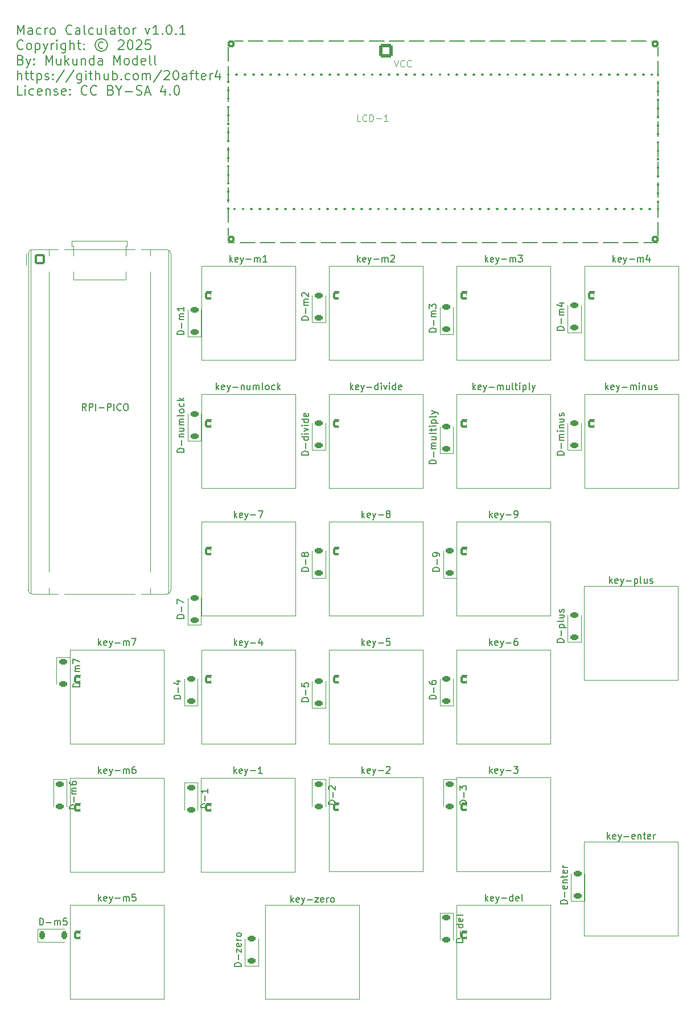
<source format=gbr>
%TF.GenerationSoftware,KiCad,Pcbnew,9.0.2+dfsg-1*%
%TF.CreationDate,2025-10-06T22:07:28-05:00*%
%TF.ProjectId,numpad,6e756d70-6164-42e6-9b69-6361645f7063,rev?*%
%TF.SameCoordinates,Original*%
%TF.FileFunction,Legend,Top*%
%TF.FilePolarity,Positive*%
%FSLAX46Y46*%
G04 Gerber Fmt 4.6, Leading zero omitted, Abs format (unit mm)*
G04 Created by KiCad (PCBNEW 9.0.2+dfsg-1) date 2025-10-06 22:07:28*
%MOMM*%
%LPD*%
G01*
G04 APERTURE LIST*
G04 Aperture macros list*
%AMRoundRect*
0 Rectangle with rounded corners*
0 $1 Rounding radius*
0 $2 $3 $4 $5 $6 $7 $8 $9 X,Y pos of 4 corners*
0 Add a 4 corners polygon primitive as box body*
4,1,4,$2,$3,$4,$5,$6,$7,$8,$9,$2,$3,0*
0 Add four circle primitives for the rounded corners*
1,1,$1+$1,$2,$3*
1,1,$1+$1,$4,$5*
1,1,$1+$1,$6,$7*
1,1,$1+$1,$8,$9*
0 Add four rect primitives between the rounded corners*
20,1,$1+$1,$2,$3,$4,$5,0*
20,1,$1+$1,$4,$5,$6,$7,0*
20,1,$1+$1,$6,$7,$8,$9,0*
20,1,$1+$1,$8,$9,$2,$3,0*%
%AMFreePoly0*
4,1,37,0.603843,0.796157,0.639018,0.796157,0.711114,0.766294,0.766294,0.711114,0.796157,0.639018,0.796157,0.603843,0.800000,0.600000,0.800000,-0.600000,0.796157,-0.603843,0.796157,-0.639018,0.766294,-0.711114,0.711114,-0.766294,0.639018,-0.796157,0.603843,-0.796157,0.600000,-0.800000,0.000000,-0.800000,0.000000,-0.796148,-0.078414,-0.796148,-0.232228,-0.765552,-0.377117,-0.705537,
-0.507515,-0.618408,-0.618408,-0.507515,-0.705537,-0.377117,-0.765552,-0.232228,-0.796148,-0.078414,-0.796148,0.078414,-0.765552,0.232228,-0.705537,0.377117,-0.618408,0.507515,-0.507515,0.618408,-0.377117,0.705537,-0.232228,0.765552,-0.078414,0.796148,0.000000,0.796148,0.000000,0.800000,0.600000,0.800000,0.603843,0.796157,0.603843,0.796157,$1*%
%AMFreePoly1*
4,1,37,0.000000,0.796148,0.078414,0.796148,0.232228,0.765552,0.377117,0.705537,0.507515,0.618408,0.618408,0.507515,0.705537,0.377117,0.765552,0.232228,0.796148,0.078414,0.796148,-0.078414,0.765552,-0.232228,0.705537,-0.377117,0.618408,-0.507515,0.507515,-0.618408,0.377117,-0.705537,0.232228,-0.765552,0.078414,-0.796148,0.000000,-0.796148,0.000000,-0.800000,-0.600000,-0.800000,
-0.603843,-0.796157,-0.639018,-0.796157,-0.711114,-0.766294,-0.766294,-0.711114,-0.796157,-0.639018,-0.796157,-0.603843,-0.800000,-0.600000,-0.800000,0.600000,-0.796157,0.603843,-0.796157,0.639018,-0.766294,0.711114,-0.711114,0.766294,-0.639018,0.796157,-0.603843,0.796157,-0.600000,0.800000,0.000000,0.800000,0.000000,0.796148,0.000000,0.796148,$1*%
G04 Aperture macros list end*
%ADD10C,0.187500*%
%ADD11C,0.100000*%
%ADD12C,0.150000*%
%ADD13C,0.200000*%
%ADD14C,0.300000*%
%ADD15C,0.120000*%
%ADD16C,1.700000*%
%ADD17RoundRect,0.150000X-0.350000X-0.350000X0.350000X-0.350000X0.350000X0.350000X-0.350000X0.350000X0*%
%ADD18RoundRect,0.250000X-0.750000X-0.750000X0.750000X-0.750000X0.750000X0.750000X-0.750000X0.750000X0*%
%ADD19C,2.000000*%
%ADD20C,4.000000*%
%ADD21C,3.500000*%
%ADD22RoundRect,0.187500X-0.437500X-0.447500X0.437500X-0.447500X0.437500X0.447500X-0.437500X0.447500X0*%
%ADD23RoundRect,0.225000X0.375000X-0.225000X0.375000X0.225000X-0.375000X0.225000X-0.375000X-0.225000X0*%
%ADD24RoundRect,0.225000X-0.375000X0.225000X-0.375000X-0.225000X0.375000X-0.225000X0.375000X0.225000X0*%
%ADD25RoundRect,0.225000X-0.225000X-0.375000X0.225000X-0.375000X0.225000X0.375000X-0.225000X0.375000X0*%
%ADD26C,3.050000*%
%ADD27RoundRect,0.200000X-0.600000X-0.600000X0.600000X-0.600000X0.600000X0.600000X-0.600000X0.600000X0*%
%ADD28C,1.600000*%
%ADD29FreePoly0,0.000000*%
%ADD30FreePoly1,0.000000*%
G04 APERTURE END LIST*
D10*
X25206688Y-17553228D02*
X25206688Y-16153228D01*
X25206688Y-16153228D02*
X25673355Y-17153228D01*
X25673355Y-17153228D02*
X26140021Y-16153228D01*
X26140021Y-16153228D02*
X26140021Y-17553228D01*
X27406688Y-17553228D02*
X27406688Y-16819895D01*
X27406688Y-16819895D02*
X27340021Y-16686562D01*
X27340021Y-16686562D02*
X27206688Y-16619895D01*
X27206688Y-16619895D02*
X26940021Y-16619895D01*
X26940021Y-16619895D02*
X26806688Y-16686562D01*
X27406688Y-17486562D02*
X27273355Y-17553228D01*
X27273355Y-17553228D02*
X26940021Y-17553228D01*
X26940021Y-17553228D02*
X26806688Y-17486562D01*
X26806688Y-17486562D02*
X26740021Y-17353228D01*
X26740021Y-17353228D02*
X26740021Y-17219895D01*
X26740021Y-17219895D02*
X26806688Y-17086562D01*
X26806688Y-17086562D02*
X26940021Y-17019895D01*
X26940021Y-17019895D02*
X27273355Y-17019895D01*
X27273355Y-17019895D02*
X27406688Y-16953228D01*
X28673355Y-17486562D02*
X28540022Y-17553228D01*
X28540022Y-17553228D02*
X28273355Y-17553228D01*
X28273355Y-17553228D02*
X28140022Y-17486562D01*
X28140022Y-17486562D02*
X28073355Y-17419895D01*
X28073355Y-17419895D02*
X28006688Y-17286562D01*
X28006688Y-17286562D02*
X28006688Y-16886562D01*
X28006688Y-16886562D02*
X28073355Y-16753228D01*
X28073355Y-16753228D02*
X28140022Y-16686562D01*
X28140022Y-16686562D02*
X28273355Y-16619895D01*
X28273355Y-16619895D02*
X28540022Y-16619895D01*
X28540022Y-16619895D02*
X28673355Y-16686562D01*
X29273355Y-17553228D02*
X29273355Y-16619895D01*
X29273355Y-16886562D02*
X29340022Y-16753228D01*
X29340022Y-16753228D02*
X29406688Y-16686562D01*
X29406688Y-16686562D02*
X29540022Y-16619895D01*
X29540022Y-16619895D02*
X29673355Y-16619895D01*
X30340022Y-17553228D02*
X30206689Y-17486562D01*
X30206689Y-17486562D02*
X30140022Y-17419895D01*
X30140022Y-17419895D02*
X30073355Y-17286562D01*
X30073355Y-17286562D02*
X30073355Y-16886562D01*
X30073355Y-16886562D02*
X30140022Y-16753228D01*
X30140022Y-16753228D02*
X30206689Y-16686562D01*
X30206689Y-16686562D02*
X30340022Y-16619895D01*
X30340022Y-16619895D02*
X30540022Y-16619895D01*
X30540022Y-16619895D02*
X30673355Y-16686562D01*
X30673355Y-16686562D02*
X30740022Y-16753228D01*
X30740022Y-16753228D02*
X30806689Y-16886562D01*
X30806689Y-16886562D02*
X30806689Y-17286562D01*
X30806689Y-17286562D02*
X30740022Y-17419895D01*
X30740022Y-17419895D02*
X30673355Y-17486562D01*
X30673355Y-17486562D02*
X30540022Y-17553228D01*
X30540022Y-17553228D02*
X30340022Y-17553228D01*
X33273356Y-17419895D02*
X33206689Y-17486562D01*
X33206689Y-17486562D02*
X33006689Y-17553228D01*
X33006689Y-17553228D02*
X32873356Y-17553228D01*
X32873356Y-17553228D02*
X32673356Y-17486562D01*
X32673356Y-17486562D02*
X32540023Y-17353228D01*
X32540023Y-17353228D02*
X32473356Y-17219895D01*
X32473356Y-17219895D02*
X32406689Y-16953228D01*
X32406689Y-16953228D02*
X32406689Y-16753228D01*
X32406689Y-16753228D02*
X32473356Y-16486562D01*
X32473356Y-16486562D02*
X32540023Y-16353228D01*
X32540023Y-16353228D02*
X32673356Y-16219895D01*
X32673356Y-16219895D02*
X32873356Y-16153228D01*
X32873356Y-16153228D02*
X33006689Y-16153228D01*
X33006689Y-16153228D02*
X33206689Y-16219895D01*
X33206689Y-16219895D02*
X33273356Y-16286562D01*
X34473356Y-17553228D02*
X34473356Y-16819895D01*
X34473356Y-16819895D02*
X34406689Y-16686562D01*
X34406689Y-16686562D02*
X34273356Y-16619895D01*
X34273356Y-16619895D02*
X34006689Y-16619895D01*
X34006689Y-16619895D02*
X33873356Y-16686562D01*
X34473356Y-17486562D02*
X34340023Y-17553228D01*
X34340023Y-17553228D02*
X34006689Y-17553228D01*
X34006689Y-17553228D02*
X33873356Y-17486562D01*
X33873356Y-17486562D02*
X33806689Y-17353228D01*
X33806689Y-17353228D02*
X33806689Y-17219895D01*
X33806689Y-17219895D02*
X33873356Y-17086562D01*
X33873356Y-17086562D02*
X34006689Y-17019895D01*
X34006689Y-17019895D02*
X34340023Y-17019895D01*
X34340023Y-17019895D02*
X34473356Y-16953228D01*
X35340023Y-17553228D02*
X35206690Y-17486562D01*
X35206690Y-17486562D02*
X35140023Y-17353228D01*
X35140023Y-17353228D02*
X35140023Y-16153228D01*
X36473356Y-17486562D02*
X36340023Y-17553228D01*
X36340023Y-17553228D02*
X36073356Y-17553228D01*
X36073356Y-17553228D02*
X35940023Y-17486562D01*
X35940023Y-17486562D02*
X35873356Y-17419895D01*
X35873356Y-17419895D02*
X35806689Y-17286562D01*
X35806689Y-17286562D02*
X35806689Y-16886562D01*
X35806689Y-16886562D02*
X35873356Y-16753228D01*
X35873356Y-16753228D02*
X35940023Y-16686562D01*
X35940023Y-16686562D02*
X36073356Y-16619895D01*
X36073356Y-16619895D02*
X36340023Y-16619895D01*
X36340023Y-16619895D02*
X36473356Y-16686562D01*
X37673356Y-16619895D02*
X37673356Y-17553228D01*
X37073356Y-16619895D02*
X37073356Y-17353228D01*
X37073356Y-17353228D02*
X37140023Y-17486562D01*
X37140023Y-17486562D02*
X37273356Y-17553228D01*
X37273356Y-17553228D02*
X37473356Y-17553228D01*
X37473356Y-17553228D02*
X37606689Y-17486562D01*
X37606689Y-17486562D02*
X37673356Y-17419895D01*
X38540023Y-17553228D02*
X38406690Y-17486562D01*
X38406690Y-17486562D02*
X38340023Y-17353228D01*
X38340023Y-17353228D02*
X38340023Y-16153228D01*
X39673356Y-17553228D02*
X39673356Y-16819895D01*
X39673356Y-16819895D02*
X39606689Y-16686562D01*
X39606689Y-16686562D02*
X39473356Y-16619895D01*
X39473356Y-16619895D02*
X39206689Y-16619895D01*
X39206689Y-16619895D02*
X39073356Y-16686562D01*
X39673356Y-17486562D02*
X39540023Y-17553228D01*
X39540023Y-17553228D02*
X39206689Y-17553228D01*
X39206689Y-17553228D02*
X39073356Y-17486562D01*
X39073356Y-17486562D02*
X39006689Y-17353228D01*
X39006689Y-17353228D02*
X39006689Y-17219895D01*
X39006689Y-17219895D02*
X39073356Y-17086562D01*
X39073356Y-17086562D02*
X39206689Y-17019895D01*
X39206689Y-17019895D02*
X39540023Y-17019895D01*
X39540023Y-17019895D02*
X39673356Y-16953228D01*
X40140023Y-16619895D02*
X40673356Y-16619895D01*
X40340023Y-16153228D02*
X40340023Y-17353228D01*
X40340023Y-17353228D02*
X40406690Y-17486562D01*
X40406690Y-17486562D02*
X40540023Y-17553228D01*
X40540023Y-17553228D02*
X40673356Y-17553228D01*
X41340023Y-17553228D02*
X41206690Y-17486562D01*
X41206690Y-17486562D02*
X41140023Y-17419895D01*
X41140023Y-17419895D02*
X41073356Y-17286562D01*
X41073356Y-17286562D02*
X41073356Y-16886562D01*
X41073356Y-16886562D02*
X41140023Y-16753228D01*
X41140023Y-16753228D02*
X41206690Y-16686562D01*
X41206690Y-16686562D02*
X41340023Y-16619895D01*
X41340023Y-16619895D02*
X41540023Y-16619895D01*
X41540023Y-16619895D02*
X41673356Y-16686562D01*
X41673356Y-16686562D02*
X41740023Y-16753228D01*
X41740023Y-16753228D02*
X41806690Y-16886562D01*
X41806690Y-16886562D02*
X41806690Y-17286562D01*
X41806690Y-17286562D02*
X41740023Y-17419895D01*
X41740023Y-17419895D02*
X41673356Y-17486562D01*
X41673356Y-17486562D02*
X41540023Y-17553228D01*
X41540023Y-17553228D02*
X41340023Y-17553228D01*
X42406690Y-17553228D02*
X42406690Y-16619895D01*
X42406690Y-16886562D02*
X42473357Y-16753228D01*
X42473357Y-16753228D02*
X42540023Y-16686562D01*
X42540023Y-16686562D02*
X42673357Y-16619895D01*
X42673357Y-16619895D02*
X42806690Y-16619895D01*
X44206691Y-16619895D02*
X44540024Y-17553228D01*
X44540024Y-17553228D02*
X44873357Y-16619895D01*
X46140024Y-17553228D02*
X45340024Y-17553228D01*
X45740024Y-17553228D02*
X45740024Y-16153228D01*
X45740024Y-16153228D02*
X45606691Y-16353228D01*
X45606691Y-16353228D02*
X45473358Y-16486562D01*
X45473358Y-16486562D02*
X45340024Y-16553228D01*
X46740024Y-17419895D02*
X46806691Y-17486562D01*
X46806691Y-17486562D02*
X46740024Y-17553228D01*
X46740024Y-17553228D02*
X46673357Y-17486562D01*
X46673357Y-17486562D02*
X46740024Y-17419895D01*
X46740024Y-17419895D02*
X46740024Y-17553228D01*
X47673358Y-16153228D02*
X47806691Y-16153228D01*
X47806691Y-16153228D02*
X47940024Y-16219895D01*
X47940024Y-16219895D02*
X48006691Y-16286562D01*
X48006691Y-16286562D02*
X48073358Y-16419895D01*
X48073358Y-16419895D02*
X48140024Y-16686562D01*
X48140024Y-16686562D02*
X48140024Y-17019895D01*
X48140024Y-17019895D02*
X48073358Y-17286562D01*
X48073358Y-17286562D02*
X48006691Y-17419895D01*
X48006691Y-17419895D02*
X47940024Y-17486562D01*
X47940024Y-17486562D02*
X47806691Y-17553228D01*
X47806691Y-17553228D02*
X47673358Y-17553228D01*
X47673358Y-17553228D02*
X47540024Y-17486562D01*
X47540024Y-17486562D02*
X47473358Y-17419895D01*
X47473358Y-17419895D02*
X47406691Y-17286562D01*
X47406691Y-17286562D02*
X47340024Y-17019895D01*
X47340024Y-17019895D02*
X47340024Y-16686562D01*
X47340024Y-16686562D02*
X47406691Y-16419895D01*
X47406691Y-16419895D02*
X47473358Y-16286562D01*
X47473358Y-16286562D02*
X47540024Y-16219895D01*
X47540024Y-16219895D02*
X47673358Y-16153228D01*
X48740024Y-17419895D02*
X48806691Y-17486562D01*
X48806691Y-17486562D02*
X48740024Y-17553228D01*
X48740024Y-17553228D02*
X48673357Y-17486562D01*
X48673357Y-17486562D02*
X48740024Y-17419895D01*
X48740024Y-17419895D02*
X48740024Y-17553228D01*
X50140024Y-17553228D02*
X49340024Y-17553228D01*
X49740024Y-17553228D02*
X49740024Y-16153228D01*
X49740024Y-16153228D02*
X49606691Y-16353228D01*
X49606691Y-16353228D02*
X49473358Y-16486562D01*
X49473358Y-16486562D02*
X49340024Y-16553228D01*
X26006688Y-19673817D02*
X25940021Y-19740484D01*
X25940021Y-19740484D02*
X25740021Y-19807150D01*
X25740021Y-19807150D02*
X25606688Y-19807150D01*
X25606688Y-19807150D02*
X25406688Y-19740484D01*
X25406688Y-19740484D02*
X25273355Y-19607150D01*
X25273355Y-19607150D02*
X25206688Y-19473817D01*
X25206688Y-19473817D02*
X25140021Y-19207150D01*
X25140021Y-19207150D02*
X25140021Y-19007150D01*
X25140021Y-19007150D02*
X25206688Y-18740484D01*
X25206688Y-18740484D02*
X25273355Y-18607150D01*
X25273355Y-18607150D02*
X25406688Y-18473817D01*
X25406688Y-18473817D02*
X25606688Y-18407150D01*
X25606688Y-18407150D02*
X25740021Y-18407150D01*
X25740021Y-18407150D02*
X25940021Y-18473817D01*
X25940021Y-18473817D02*
X26006688Y-18540484D01*
X26806688Y-19807150D02*
X26673355Y-19740484D01*
X26673355Y-19740484D02*
X26606688Y-19673817D01*
X26606688Y-19673817D02*
X26540021Y-19540484D01*
X26540021Y-19540484D02*
X26540021Y-19140484D01*
X26540021Y-19140484D02*
X26606688Y-19007150D01*
X26606688Y-19007150D02*
X26673355Y-18940484D01*
X26673355Y-18940484D02*
X26806688Y-18873817D01*
X26806688Y-18873817D02*
X27006688Y-18873817D01*
X27006688Y-18873817D02*
X27140021Y-18940484D01*
X27140021Y-18940484D02*
X27206688Y-19007150D01*
X27206688Y-19007150D02*
X27273355Y-19140484D01*
X27273355Y-19140484D02*
X27273355Y-19540484D01*
X27273355Y-19540484D02*
X27206688Y-19673817D01*
X27206688Y-19673817D02*
X27140021Y-19740484D01*
X27140021Y-19740484D02*
X27006688Y-19807150D01*
X27006688Y-19807150D02*
X26806688Y-19807150D01*
X27873355Y-18873817D02*
X27873355Y-20273817D01*
X27873355Y-18940484D02*
X28006688Y-18873817D01*
X28006688Y-18873817D02*
X28273355Y-18873817D01*
X28273355Y-18873817D02*
X28406688Y-18940484D01*
X28406688Y-18940484D02*
X28473355Y-19007150D01*
X28473355Y-19007150D02*
X28540022Y-19140484D01*
X28540022Y-19140484D02*
X28540022Y-19540484D01*
X28540022Y-19540484D02*
X28473355Y-19673817D01*
X28473355Y-19673817D02*
X28406688Y-19740484D01*
X28406688Y-19740484D02*
X28273355Y-19807150D01*
X28273355Y-19807150D02*
X28006688Y-19807150D01*
X28006688Y-19807150D02*
X27873355Y-19740484D01*
X29006689Y-18873817D02*
X29340022Y-19807150D01*
X29673355Y-18873817D02*
X29340022Y-19807150D01*
X29340022Y-19807150D02*
X29206689Y-20140484D01*
X29206689Y-20140484D02*
X29140022Y-20207150D01*
X29140022Y-20207150D02*
X29006689Y-20273817D01*
X30206689Y-19807150D02*
X30206689Y-18873817D01*
X30206689Y-19140484D02*
X30273356Y-19007150D01*
X30273356Y-19007150D02*
X30340022Y-18940484D01*
X30340022Y-18940484D02*
X30473356Y-18873817D01*
X30473356Y-18873817D02*
X30606689Y-18873817D01*
X31073356Y-19807150D02*
X31073356Y-18873817D01*
X31073356Y-18407150D02*
X31006689Y-18473817D01*
X31006689Y-18473817D02*
X31073356Y-18540484D01*
X31073356Y-18540484D02*
X31140023Y-18473817D01*
X31140023Y-18473817D02*
X31073356Y-18407150D01*
X31073356Y-18407150D02*
X31073356Y-18540484D01*
X32340023Y-18873817D02*
X32340023Y-20007150D01*
X32340023Y-20007150D02*
X32273356Y-20140484D01*
X32273356Y-20140484D02*
X32206690Y-20207150D01*
X32206690Y-20207150D02*
X32073356Y-20273817D01*
X32073356Y-20273817D02*
X31873356Y-20273817D01*
X31873356Y-20273817D02*
X31740023Y-20207150D01*
X32340023Y-19740484D02*
X32206690Y-19807150D01*
X32206690Y-19807150D02*
X31940023Y-19807150D01*
X31940023Y-19807150D02*
X31806690Y-19740484D01*
X31806690Y-19740484D02*
X31740023Y-19673817D01*
X31740023Y-19673817D02*
X31673356Y-19540484D01*
X31673356Y-19540484D02*
X31673356Y-19140484D01*
X31673356Y-19140484D02*
X31740023Y-19007150D01*
X31740023Y-19007150D02*
X31806690Y-18940484D01*
X31806690Y-18940484D02*
X31940023Y-18873817D01*
X31940023Y-18873817D02*
X32206690Y-18873817D01*
X32206690Y-18873817D02*
X32340023Y-18940484D01*
X33006690Y-19807150D02*
X33006690Y-18407150D01*
X33606690Y-19807150D02*
X33606690Y-19073817D01*
X33606690Y-19073817D02*
X33540023Y-18940484D01*
X33540023Y-18940484D02*
X33406690Y-18873817D01*
X33406690Y-18873817D02*
X33206690Y-18873817D01*
X33206690Y-18873817D02*
X33073357Y-18940484D01*
X33073357Y-18940484D02*
X33006690Y-19007150D01*
X34073357Y-18873817D02*
X34606690Y-18873817D01*
X34273357Y-18407150D02*
X34273357Y-19607150D01*
X34273357Y-19607150D02*
X34340024Y-19740484D01*
X34340024Y-19740484D02*
X34473357Y-19807150D01*
X34473357Y-19807150D02*
X34606690Y-19807150D01*
X35073357Y-19673817D02*
X35140024Y-19740484D01*
X35140024Y-19740484D02*
X35073357Y-19807150D01*
X35073357Y-19807150D02*
X35006690Y-19740484D01*
X35006690Y-19740484D02*
X35073357Y-19673817D01*
X35073357Y-19673817D02*
X35073357Y-19807150D01*
X35073357Y-18940484D02*
X35140024Y-19007150D01*
X35140024Y-19007150D02*
X35073357Y-19073817D01*
X35073357Y-19073817D02*
X35006690Y-19007150D01*
X35006690Y-19007150D02*
X35073357Y-18940484D01*
X35073357Y-18940484D02*
X35073357Y-19073817D01*
X37940024Y-18740484D02*
X37806691Y-18673817D01*
X37806691Y-18673817D02*
X37540024Y-18673817D01*
X37540024Y-18673817D02*
X37406691Y-18740484D01*
X37406691Y-18740484D02*
X37273358Y-18873817D01*
X37273358Y-18873817D02*
X37206691Y-19007150D01*
X37206691Y-19007150D02*
X37206691Y-19273817D01*
X37206691Y-19273817D02*
X37273358Y-19407150D01*
X37273358Y-19407150D02*
X37406691Y-19540484D01*
X37406691Y-19540484D02*
X37540024Y-19607150D01*
X37540024Y-19607150D02*
X37806691Y-19607150D01*
X37806691Y-19607150D02*
X37940024Y-19540484D01*
X37673358Y-18207150D02*
X37340024Y-18273817D01*
X37340024Y-18273817D02*
X37006691Y-18473817D01*
X37006691Y-18473817D02*
X36806691Y-18807150D01*
X36806691Y-18807150D02*
X36740024Y-19140484D01*
X36740024Y-19140484D02*
X36806691Y-19473817D01*
X36806691Y-19473817D02*
X37006691Y-19807150D01*
X37006691Y-19807150D02*
X37340024Y-20007150D01*
X37340024Y-20007150D02*
X37673358Y-20073817D01*
X37673358Y-20073817D02*
X38006691Y-20007150D01*
X38006691Y-20007150D02*
X38340024Y-19807150D01*
X38340024Y-19807150D02*
X38540024Y-19473817D01*
X38540024Y-19473817D02*
X38606691Y-19140484D01*
X38606691Y-19140484D02*
X38540024Y-18807150D01*
X38540024Y-18807150D02*
X38340024Y-18473817D01*
X38340024Y-18473817D02*
X38006691Y-18273817D01*
X38006691Y-18273817D02*
X37673358Y-18207150D01*
X40206691Y-18540484D02*
X40273358Y-18473817D01*
X40273358Y-18473817D02*
X40406691Y-18407150D01*
X40406691Y-18407150D02*
X40740025Y-18407150D01*
X40740025Y-18407150D02*
X40873358Y-18473817D01*
X40873358Y-18473817D02*
X40940025Y-18540484D01*
X40940025Y-18540484D02*
X41006691Y-18673817D01*
X41006691Y-18673817D02*
X41006691Y-18807150D01*
X41006691Y-18807150D02*
X40940025Y-19007150D01*
X40940025Y-19007150D02*
X40140025Y-19807150D01*
X40140025Y-19807150D02*
X41006691Y-19807150D01*
X41873358Y-18407150D02*
X42006691Y-18407150D01*
X42006691Y-18407150D02*
X42140024Y-18473817D01*
X42140024Y-18473817D02*
X42206691Y-18540484D01*
X42206691Y-18540484D02*
X42273358Y-18673817D01*
X42273358Y-18673817D02*
X42340024Y-18940484D01*
X42340024Y-18940484D02*
X42340024Y-19273817D01*
X42340024Y-19273817D02*
X42273358Y-19540484D01*
X42273358Y-19540484D02*
X42206691Y-19673817D01*
X42206691Y-19673817D02*
X42140024Y-19740484D01*
X42140024Y-19740484D02*
X42006691Y-19807150D01*
X42006691Y-19807150D02*
X41873358Y-19807150D01*
X41873358Y-19807150D02*
X41740024Y-19740484D01*
X41740024Y-19740484D02*
X41673358Y-19673817D01*
X41673358Y-19673817D02*
X41606691Y-19540484D01*
X41606691Y-19540484D02*
X41540024Y-19273817D01*
X41540024Y-19273817D02*
X41540024Y-18940484D01*
X41540024Y-18940484D02*
X41606691Y-18673817D01*
X41606691Y-18673817D02*
X41673358Y-18540484D01*
X41673358Y-18540484D02*
X41740024Y-18473817D01*
X41740024Y-18473817D02*
X41873358Y-18407150D01*
X42873357Y-18540484D02*
X42940024Y-18473817D01*
X42940024Y-18473817D02*
X43073357Y-18407150D01*
X43073357Y-18407150D02*
X43406691Y-18407150D01*
X43406691Y-18407150D02*
X43540024Y-18473817D01*
X43540024Y-18473817D02*
X43606691Y-18540484D01*
X43606691Y-18540484D02*
X43673357Y-18673817D01*
X43673357Y-18673817D02*
X43673357Y-18807150D01*
X43673357Y-18807150D02*
X43606691Y-19007150D01*
X43606691Y-19007150D02*
X42806691Y-19807150D01*
X42806691Y-19807150D02*
X43673357Y-19807150D01*
X44940024Y-18407150D02*
X44273357Y-18407150D01*
X44273357Y-18407150D02*
X44206690Y-19073817D01*
X44206690Y-19073817D02*
X44273357Y-19007150D01*
X44273357Y-19007150D02*
X44406690Y-18940484D01*
X44406690Y-18940484D02*
X44740024Y-18940484D01*
X44740024Y-18940484D02*
X44873357Y-19007150D01*
X44873357Y-19007150D02*
X44940024Y-19073817D01*
X44940024Y-19073817D02*
X45006690Y-19207150D01*
X45006690Y-19207150D02*
X45006690Y-19540484D01*
X45006690Y-19540484D02*
X44940024Y-19673817D01*
X44940024Y-19673817D02*
X44873357Y-19740484D01*
X44873357Y-19740484D02*
X44740024Y-19807150D01*
X44740024Y-19807150D02*
X44406690Y-19807150D01*
X44406690Y-19807150D02*
X44273357Y-19740484D01*
X44273357Y-19740484D02*
X44206690Y-19673817D01*
X25673355Y-21327739D02*
X25873355Y-21394406D01*
X25873355Y-21394406D02*
X25940021Y-21461072D01*
X25940021Y-21461072D02*
X26006688Y-21594406D01*
X26006688Y-21594406D02*
X26006688Y-21794406D01*
X26006688Y-21794406D02*
X25940021Y-21927739D01*
X25940021Y-21927739D02*
X25873355Y-21994406D01*
X25873355Y-21994406D02*
X25740021Y-22061072D01*
X25740021Y-22061072D02*
X25206688Y-22061072D01*
X25206688Y-22061072D02*
X25206688Y-20661072D01*
X25206688Y-20661072D02*
X25673355Y-20661072D01*
X25673355Y-20661072D02*
X25806688Y-20727739D01*
X25806688Y-20727739D02*
X25873355Y-20794406D01*
X25873355Y-20794406D02*
X25940021Y-20927739D01*
X25940021Y-20927739D02*
X25940021Y-21061072D01*
X25940021Y-21061072D02*
X25873355Y-21194406D01*
X25873355Y-21194406D02*
X25806688Y-21261072D01*
X25806688Y-21261072D02*
X25673355Y-21327739D01*
X25673355Y-21327739D02*
X25206688Y-21327739D01*
X26473355Y-21127739D02*
X26806688Y-22061072D01*
X27140021Y-21127739D02*
X26806688Y-22061072D01*
X26806688Y-22061072D02*
X26673355Y-22394406D01*
X26673355Y-22394406D02*
X26606688Y-22461072D01*
X26606688Y-22461072D02*
X26473355Y-22527739D01*
X27673355Y-21927739D02*
X27740022Y-21994406D01*
X27740022Y-21994406D02*
X27673355Y-22061072D01*
X27673355Y-22061072D02*
X27606688Y-21994406D01*
X27606688Y-21994406D02*
X27673355Y-21927739D01*
X27673355Y-21927739D02*
X27673355Y-22061072D01*
X27673355Y-21194406D02*
X27740022Y-21261072D01*
X27740022Y-21261072D02*
X27673355Y-21327739D01*
X27673355Y-21327739D02*
X27606688Y-21261072D01*
X27606688Y-21261072D02*
X27673355Y-21194406D01*
X27673355Y-21194406D02*
X27673355Y-21327739D01*
X29406689Y-22061072D02*
X29406689Y-20661072D01*
X29406689Y-20661072D02*
X29873356Y-21661072D01*
X29873356Y-21661072D02*
X30340022Y-20661072D01*
X30340022Y-20661072D02*
X30340022Y-22061072D01*
X31606689Y-21127739D02*
X31606689Y-22061072D01*
X31006689Y-21127739D02*
X31006689Y-21861072D01*
X31006689Y-21861072D02*
X31073356Y-21994406D01*
X31073356Y-21994406D02*
X31206689Y-22061072D01*
X31206689Y-22061072D02*
X31406689Y-22061072D01*
X31406689Y-22061072D02*
X31540022Y-21994406D01*
X31540022Y-21994406D02*
X31606689Y-21927739D01*
X32273356Y-22061072D02*
X32273356Y-20661072D01*
X32406689Y-21527739D02*
X32806689Y-22061072D01*
X32806689Y-21127739D02*
X32273356Y-21661072D01*
X34006689Y-21127739D02*
X34006689Y-22061072D01*
X33406689Y-21127739D02*
X33406689Y-21861072D01*
X33406689Y-21861072D02*
X33473356Y-21994406D01*
X33473356Y-21994406D02*
X33606689Y-22061072D01*
X33606689Y-22061072D02*
X33806689Y-22061072D01*
X33806689Y-22061072D02*
X33940022Y-21994406D01*
X33940022Y-21994406D02*
X34006689Y-21927739D01*
X34673356Y-21127739D02*
X34673356Y-22061072D01*
X34673356Y-21261072D02*
X34740023Y-21194406D01*
X34740023Y-21194406D02*
X34873356Y-21127739D01*
X34873356Y-21127739D02*
X35073356Y-21127739D01*
X35073356Y-21127739D02*
X35206689Y-21194406D01*
X35206689Y-21194406D02*
X35273356Y-21327739D01*
X35273356Y-21327739D02*
X35273356Y-22061072D01*
X36540023Y-22061072D02*
X36540023Y-20661072D01*
X36540023Y-21994406D02*
X36406690Y-22061072D01*
X36406690Y-22061072D02*
X36140023Y-22061072D01*
X36140023Y-22061072D02*
X36006690Y-21994406D01*
X36006690Y-21994406D02*
X35940023Y-21927739D01*
X35940023Y-21927739D02*
X35873356Y-21794406D01*
X35873356Y-21794406D02*
X35873356Y-21394406D01*
X35873356Y-21394406D02*
X35940023Y-21261072D01*
X35940023Y-21261072D02*
X36006690Y-21194406D01*
X36006690Y-21194406D02*
X36140023Y-21127739D01*
X36140023Y-21127739D02*
X36406690Y-21127739D01*
X36406690Y-21127739D02*
X36540023Y-21194406D01*
X37806690Y-22061072D02*
X37806690Y-21327739D01*
X37806690Y-21327739D02*
X37740023Y-21194406D01*
X37740023Y-21194406D02*
X37606690Y-21127739D01*
X37606690Y-21127739D02*
X37340023Y-21127739D01*
X37340023Y-21127739D02*
X37206690Y-21194406D01*
X37806690Y-21994406D02*
X37673357Y-22061072D01*
X37673357Y-22061072D02*
X37340023Y-22061072D01*
X37340023Y-22061072D02*
X37206690Y-21994406D01*
X37206690Y-21994406D02*
X37140023Y-21861072D01*
X37140023Y-21861072D02*
X37140023Y-21727739D01*
X37140023Y-21727739D02*
X37206690Y-21594406D01*
X37206690Y-21594406D02*
X37340023Y-21527739D01*
X37340023Y-21527739D02*
X37673357Y-21527739D01*
X37673357Y-21527739D02*
X37806690Y-21461072D01*
X39540024Y-22061072D02*
X39540024Y-20661072D01*
X39540024Y-20661072D02*
X40006691Y-21661072D01*
X40006691Y-21661072D02*
X40473357Y-20661072D01*
X40473357Y-20661072D02*
X40473357Y-22061072D01*
X41340024Y-22061072D02*
X41206691Y-21994406D01*
X41206691Y-21994406D02*
X41140024Y-21927739D01*
X41140024Y-21927739D02*
X41073357Y-21794406D01*
X41073357Y-21794406D02*
X41073357Y-21394406D01*
X41073357Y-21394406D02*
X41140024Y-21261072D01*
X41140024Y-21261072D02*
X41206691Y-21194406D01*
X41206691Y-21194406D02*
X41340024Y-21127739D01*
X41340024Y-21127739D02*
X41540024Y-21127739D01*
X41540024Y-21127739D02*
X41673357Y-21194406D01*
X41673357Y-21194406D02*
X41740024Y-21261072D01*
X41740024Y-21261072D02*
X41806691Y-21394406D01*
X41806691Y-21394406D02*
X41806691Y-21794406D01*
X41806691Y-21794406D02*
X41740024Y-21927739D01*
X41740024Y-21927739D02*
X41673357Y-21994406D01*
X41673357Y-21994406D02*
X41540024Y-22061072D01*
X41540024Y-22061072D02*
X41340024Y-22061072D01*
X43006691Y-22061072D02*
X43006691Y-20661072D01*
X43006691Y-21994406D02*
X42873358Y-22061072D01*
X42873358Y-22061072D02*
X42606691Y-22061072D01*
X42606691Y-22061072D02*
X42473358Y-21994406D01*
X42473358Y-21994406D02*
X42406691Y-21927739D01*
X42406691Y-21927739D02*
X42340024Y-21794406D01*
X42340024Y-21794406D02*
X42340024Y-21394406D01*
X42340024Y-21394406D02*
X42406691Y-21261072D01*
X42406691Y-21261072D02*
X42473358Y-21194406D01*
X42473358Y-21194406D02*
X42606691Y-21127739D01*
X42606691Y-21127739D02*
X42873358Y-21127739D01*
X42873358Y-21127739D02*
X43006691Y-21194406D01*
X44206691Y-21994406D02*
X44073358Y-22061072D01*
X44073358Y-22061072D02*
X43806691Y-22061072D01*
X43806691Y-22061072D02*
X43673358Y-21994406D01*
X43673358Y-21994406D02*
X43606691Y-21861072D01*
X43606691Y-21861072D02*
X43606691Y-21327739D01*
X43606691Y-21327739D02*
X43673358Y-21194406D01*
X43673358Y-21194406D02*
X43806691Y-21127739D01*
X43806691Y-21127739D02*
X44073358Y-21127739D01*
X44073358Y-21127739D02*
X44206691Y-21194406D01*
X44206691Y-21194406D02*
X44273358Y-21327739D01*
X44273358Y-21327739D02*
X44273358Y-21461072D01*
X44273358Y-21461072D02*
X43606691Y-21594406D01*
X45073358Y-22061072D02*
X44940025Y-21994406D01*
X44940025Y-21994406D02*
X44873358Y-21861072D01*
X44873358Y-21861072D02*
X44873358Y-20661072D01*
X45806691Y-22061072D02*
X45673358Y-21994406D01*
X45673358Y-21994406D02*
X45606691Y-21861072D01*
X45606691Y-21861072D02*
X45606691Y-20661072D01*
X25206688Y-24314994D02*
X25206688Y-22914994D01*
X25806688Y-24314994D02*
X25806688Y-23581661D01*
X25806688Y-23581661D02*
X25740021Y-23448328D01*
X25740021Y-23448328D02*
X25606688Y-23381661D01*
X25606688Y-23381661D02*
X25406688Y-23381661D01*
X25406688Y-23381661D02*
X25273355Y-23448328D01*
X25273355Y-23448328D02*
X25206688Y-23514994D01*
X26273355Y-23381661D02*
X26806688Y-23381661D01*
X26473355Y-22914994D02*
X26473355Y-24114994D01*
X26473355Y-24114994D02*
X26540022Y-24248328D01*
X26540022Y-24248328D02*
X26673355Y-24314994D01*
X26673355Y-24314994D02*
X26806688Y-24314994D01*
X27073355Y-23381661D02*
X27606688Y-23381661D01*
X27273355Y-22914994D02*
X27273355Y-24114994D01*
X27273355Y-24114994D02*
X27340022Y-24248328D01*
X27340022Y-24248328D02*
X27473355Y-24314994D01*
X27473355Y-24314994D02*
X27606688Y-24314994D01*
X28073355Y-23381661D02*
X28073355Y-24781661D01*
X28073355Y-23448328D02*
X28206688Y-23381661D01*
X28206688Y-23381661D02*
X28473355Y-23381661D01*
X28473355Y-23381661D02*
X28606688Y-23448328D01*
X28606688Y-23448328D02*
X28673355Y-23514994D01*
X28673355Y-23514994D02*
X28740022Y-23648328D01*
X28740022Y-23648328D02*
X28740022Y-24048328D01*
X28740022Y-24048328D02*
X28673355Y-24181661D01*
X28673355Y-24181661D02*
X28606688Y-24248328D01*
X28606688Y-24248328D02*
X28473355Y-24314994D01*
X28473355Y-24314994D02*
X28206688Y-24314994D01*
X28206688Y-24314994D02*
X28073355Y-24248328D01*
X29273355Y-24248328D02*
X29406689Y-24314994D01*
X29406689Y-24314994D02*
X29673355Y-24314994D01*
X29673355Y-24314994D02*
X29806689Y-24248328D01*
X29806689Y-24248328D02*
X29873355Y-24114994D01*
X29873355Y-24114994D02*
X29873355Y-24048328D01*
X29873355Y-24048328D02*
X29806689Y-23914994D01*
X29806689Y-23914994D02*
X29673355Y-23848328D01*
X29673355Y-23848328D02*
X29473355Y-23848328D01*
X29473355Y-23848328D02*
X29340022Y-23781661D01*
X29340022Y-23781661D02*
X29273355Y-23648328D01*
X29273355Y-23648328D02*
X29273355Y-23581661D01*
X29273355Y-23581661D02*
X29340022Y-23448328D01*
X29340022Y-23448328D02*
X29473355Y-23381661D01*
X29473355Y-23381661D02*
X29673355Y-23381661D01*
X29673355Y-23381661D02*
X29806689Y-23448328D01*
X30473355Y-24181661D02*
X30540022Y-24248328D01*
X30540022Y-24248328D02*
X30473355Y-24314994D01*
X30473355Y-24314994D02*
X30406688Y-24248328D01*
X30406688Y-24248328D02*
X30473355Y-24181661D01*
X30473355Y-24181661D02*
X30473355Y-24314994D01*
X30473355Y-23448328D02*
X30540022Y-23514994D01*
X30540022Y-23514994D02*
X30473355Y-23581661D01*
X30473355Y-23581661D02*
X30406688Y-23514994D01*
X30406688Y-23514994D02*
X30473355Y-23448328D01*
X30473355Y-23448328D02*
X30473355Y-23581661D01*
X32140022Y-22848328D02*
X30940022Y-24648328D01*
X33606689Y-22848328D02*
X32406689Y-24648328D01*
X34673356Y-23381661D02*
X34673356Y-24514994D01*
X34673356Y-24514994D02*
X34606689Y-24648328D01*
X34606689Y-24648328D02*
X34540023Y-24714994D01*
X34540023Y-24714994D02*
X34406689Y-24781661D01*
X34406689Y-24781661D02*
X34206689Y-24781661D01*
X34206689Y-24781661D02*
X34073356Y-24714994D01*
X34673356Y-24248328D02*
X34540023Y-24314994D01*
X34540023Y-24314994D02*
X34273356Y-24314994D01*
X34273356Y-24314994D02*
X34140023Y-24248328D01*
X34140023Y-24248328D02*
X34073356Y-24181661D01*
X34073356Y-24181661D02*
X34006689Y-24048328D01*
X34006689Y-24048328D02*
X34006689Y-23648328D01*
X34006689Y-23648328D02*
X34073356Y-23514994D01*
X34073356Y-23514994D02*
X34140023Y-23448328D01*
X34140023Y-23448328D02*
X34273356Y-23381661D01*
X34273356Y-23381661D02*
X34540023Y-23381661D01*
X34540023Y-23381661D02*
X34673356Y-23448328D01*
X35340023Y-24314994D02*
X35340023Y-23381661D01*
X35340023Y-22914994D02*
X35273356Y-22981661D01*
X35273356Y-22981661D02*
X35340023Y-23048328D01*
X35340023Y-23048328D02*
X35406690Y-22981661D01*
X35406690Y-22981661D02*
X35340023Y-22914994D01*
X35340023Y-22914994D02*
X35340023Y-23048328D01*
X35806690Y-23381661D02*
X36340023Y-23381661D01*
X36006690Y-22914994D02*
X36006690Y-24114994D01*
X36006690Y-24114994D02*
X36073357Y-24248328D01*
X36073357Y-24248328D02*
X36206690Y-24314994D01*
X36206690Y-24314994D02*
X36340023Y-24314994D01*
X36806690Y-24314994D02*
X36806690Y-22914994D01*
X37406690Y-24314994D02*
X37406690Y-23581661D01*
X37406690Y-23581661D02*
X37340023Y-23448328D01*
X37340023Y-23448328D02*
X37206690Y-23381661D01*
X37206690Y-23381661D02*
X37006690Y-23381661D01*
X37006690Y-23381661D02*
X36873357Y-23448328D01*
X36873357Y-23448328D02*
X36806690Y-23514994D01*
X38673357Y-23381661D02*
X38673357Y-24314994D01*
X38073357Y-23381661D02*
X38073357Y-24114994D01*
X38073357Y-24114994D02*
X38140024Y-24248328D01*
X38140024Y-24248328D02*
X38273357Y-24314994D01*
X38273357Y-24314994D02*
X38473357Y-24314994D01*
X38473357Y-24314994D02*
X38606690Y-24248328D01*
X38606690Y-24248328D02*
X38673357Y-24181661D01*
X39340024Y-24314994D02*
X39340024Y-22914994D01*
X39340024Y-23448328D02*
X39473357Y-23381661D01*
X39473357Y-23381661D02*
X39740024Y-23381661D01*
X39740024Y-23381661D02*
X39873357Y-23448328D01*
X39873357Y-23448328D02*
X39940024Y-23514994D01*
X39940024Y-23514994D02*
X40006691Y-23648328D01*
X40006691Y-23648328D02*
X40006691Y-24048328D01*
X40006691Y-24048328D02*
X39940024Y-24181661D01*
X39940024Y-24181661D02*
X39873357Y-24248328D01*
X39873357Y-24248328D02*
X39740024Y-24314994D01*
X39740024Y-24314994D02*
X39473357Y-24314994D01*
X39473357Y-24314994D02*
X39340024Y-24248328D01*
X40606691Y-24181661D02*
X40673358Y-24248328D01*
X40673358Y-24248328D02*
X40606691Y-24314994D01*
X40606691Y-24314994D02*
X40540024Y-24248328D01*
X40540024Y-24248328D02*
X40606691Y-24181661D01*
X40606691Y-24181661D02*
X40606691Y-24314994D01*
X41873358Y-24248328D02*
X41740025Y-24314994D01*
X41740025Y-24314994D02*
X41473358Y-24314994D01*
X41473358Y-24314994D02*
X41340025Y-24248328D01*
X41340025Y-24248328D02*
X41273358Y-24181661D01*
X41273358Y-24181661D02*
X41206691Y-24048328D01*
X41206691Y-24048328D02*
X41206691Y-23648328D01*
X41206691Y-23648328D02*
X41273358Y-23514994D01*
X41273358Y-23514994D02*
X41340025Y-23448328D01*
X41340025Y-23448328D02*
X41473358Y-23381661D01*
X41473358Y-23381661D02*
X41740025Y-23381661D01*
X41740025Y-23381661D02*
X41873358Y-23448328D01*
X42673358Y-24314994D02*
X42540025Y-24248328D01*
X42540025Y-24248328D02*
X42473358Y-24181661D01*
X42473358Y-24181661D02*
X42406691Y-24048328D01*
X42406691Y-24048328D02*
X42406691Y-23648328D01*
X42406691Y-23648328D02*
X42473358Y-23514994D01*
X42473358Y-23514994D02*
X42540025Y-23448328D01*
X42540025Y-23448328D02*
X42673358Y-23381661D01*
X42673358Y-23381661D02*
X42873358Y-23381661D01*
X42873358Y-23381661D02*
X43006691Y-23448328D01*
X43006691Y-23448328D02*
X43073358Y-23514994D01*
X43073358Y-23514994D02*
X43140025Y-23648328D01*
X43140025Y-23648328D02*
X43140025Y-24048328D01*
X43140025Y-24048328D02*
X43073358Y-24181661D01*
X43073358Y-24181661D02*
X43006691Y-24248328D01*
X43006691Y-24248328D02*
X42873358Y-24314994D01*
X42873358Y-24314994D02*
X42673358Y-24314994D01*
X43740025Y-24314994D02*
X43740025Y-23381661D01*
X43740025Y-23514994D02*
X43806692Y-23448328D01*
X43806692Y-23448328D02*
X43940025Y-23381661D01*
X43940025Y-23381661D02*
X44140025Y-23381661D01*
X44140025Y-23381661D02*
X44273358Y-23448328D01*
X44273358Y-23448328D02*
X44340025Y-23581661D01*
X44340025Y-23581661D02*
X44340025Y-24314994D01*
X44340025Y-23581661D02*
X44406692Y-23448328D01*
X44406692Y-23448328D02*
X44540025Y-23381661D01*
X44540025Y-23381661D02*
X44740025Y-23381661D01*
X44740025Y-23381661D02*
X44873358Y-23448328D01*
X44873358Y-23448328D02*
X44940025Y-23581661D01*
X44940025Y-23581661D02*
X44940025Y-24314994D01*
X46606692Y-22848328D02*
X45406692Y-24648328D01*
X47006692Y-23048328D02*
X47073359Y-22981661D01*
X47073359Y-22981661D02*
X47206692Y-22914994D01*
X47206692Y-22914994D02*
X47540026Y-22914994D01*
X47540026Y-22914994D02*
X47673359Y-22981661D01*
X47673359Y-22981661D02*
X47740026Y-23048328D01*
X47740026Y-23048328D02*
X47806692Y-23181661D01*
X47806692Y-23181661D02*
X47806692Y-23314994D01*
X47806692Y-23314994D02*
X47740026Y-23514994D01*
X47740026Y-23514994D02*
X46940026Y-24314994D01*
X46940026Y-24314994D02*
X47806692Y-24314994D01*
X48673359Y-22914994D02*
X48806692Y-22914994D01*
X48806692Y-22914994D02*
X48940025Y-22981661D01*
X48940025Y-22981661D02*
X49006692Y-23048328D01*
X49006692Y-23048328D02*
X49073359Y-23181661D01*
X49073359Y-23181661D02*
X49140025Y-23448328D01*
X49140025Y-23448328D02*
X49140025Y-23781661D01*
X49140025Y-23781661D02*
X49073359Y-24048328D01*
X49073359Y-24048328D02*
X49006692Y-24181661D01*
X49006692Y-24181661D02*
X48940025Y-24248328D01*
X48940025Y-24248328D02*
X48806692Y-24314994D01*
X48806692Y-24314994D02*
X48673359Y-24314994D01*
X48673359Y-24314994D02*
X48540025Y-24248328D01*
X48540025Y-24248328D02*
X48473359Y-24181661D01*
X48473359Y-24181661D02*
X48406692Y-24048328D01*
X48406692Y-24048328D02*
X48340025Y-23781661D01*
X48340025Y-23781661D02*
X48340025Y-23448328D01*
X48340025Y-23448328D02*
X48406692Y-23181661D01*
X48406692Y-23181661D02*
X48473359Y-23048328D01*
X48473359Y-23048328D02*
X48540025Y-22981661D01*
X48540025Y-22981661D02*
X48673359Y-22914994D01*
X50340025Y-24314994D02*
X50340025Y-23581661D01*
X50340025Y-23581661D02*
X50273358Y-23448328D01*
X50273358Y-23448328D02*
X50140025Y-23381661D01*
X50140025Y-23381661D02*
X49873358Y-23381661D01*
X49873358Y-23381661D02*
X49740025Y-23448328D01*
X50340025Y-24248328D02*
X50206692Y-24314994D01*
X50206692Y-24314994D02*
X49873358Y-24314994D01*
X49873358Y-24314994D02*
X49740025Y-24248328D01*
X49740025Y-24248328D02*
X49673358Y-24114994D01*
X49673358Y-24114994D02*
X49673358Y-23981661D01*
X49673358Y-23981661D02*
X49740025Y-23848328D01*
X49740025Y-23848328D02*
X49873358Y-23781661D01*
X49873358Y-23781661D02*
X50206692Y-23781661D01*
X50206692Y-23781661D02*
X50340025Y-23714994D01*
X50806692Y-23381661D02*
X51340025Y-23381661D01*
X51006692Y-24314994D02*
X51006692Y-23114994D01*
X51006692Y-23114994D02*
X51073359Y-22981661D01*
X51073359Y-22981661D02*
X51206692Y-22914994D01*
X51206692Y-22914994D02*
X51340025Y-22914994D01*
X51606692Y-23381661D02*
X52140025Y-23381661D01*
X51806692Y-22914994D02*
X51806692Y-24114994D01*
X51806692Y-24114994D02*
X51873359Y-24248328D01*
X51873359Y-24248328D02*
X52006692Y-24314994D01*
X52006692Y-24314994D02*
X52140025Y-24314994D01*
X53140025Y-24248328D02*
X53006692Y-24314994D01*
X53006692Y-24314994D02*
X52740025Y-24314994D01*
X52740025Y-24314994D02*
X52606692Y-24248328D01*
X52606692Y-24248328D02*
X52540025Y-24114994D01*
X52540025Y-24114994D02*
X52540025Y-23581661D01*
X52540025Y-23581661D02*
X52606692Y-23448328D01*
X52606692Y-23448328D02*
X52740025Y-23381661D01*
X52740025Y-23381661D02*
X53006692Y-23381661D01*
X53006692Y-23381661D02*
X53140025Y-23448328D01*
X53140025Y-23448328D02*
X53206692Y-23581661D01*
X53206692Y-23581661D02*
X53206692Y-23714994D01*
X53206692Y-23714994D02*
X52540025Y-23848328D01*
X53806692Y-24314994D02*
X53806692Y-23381661D01*
X53806692Y-23648328D02*
X53873359Y-23514994D01*
X53873359Y-23514994D02*
X53940025Y-23448328D01*
X53940025Y-23448328D02*
X54073359Y-23381661D01*
X54073359Y-23381661D02*
X54206692Y-23381661D01*
X55273359Y-23381661D02*
X55273359Y-24314994D01*
X54940026Y-22848328D02*
X54606692Y-23848328D01*
X54606692Y-23848328D02*
X55473359Y-23848328D01*
X25873355Y-26568916D02*
X25206688Y-26568916D01*
X25206688Y-26568916D02*
X25206688Y-25168916D01*
X26340021Y-26568916D02*
X26340021Y-25635583D01*
X26340021Y-25168916D02*
X26273354Y-25235583D01*
X26273354Y-25235583D02*
X26340021Y-25302250D01*
X26340021Y-25302250D02*
X26406688Y-25235583D01*
X26406688Y-25235583D02*
X26340021Y-25168916D01*
X26340021Y-25168916D02*
X26340021Y-25302250D01*
X27606688Y-26502250D02*
X27473355Y-26568916D01*
X27473355Y-26568916D02*
X27206688Y-26568916D01*
X27206688Y-26568916D02*
X27073355Y-26502250D01*
X27073355Y-26502250D02*
X27006688Y-26435583D01*
X27006688Y-26435583D02*
X26940021Y-26302250D01*
X26940021Y-26302250D02*
X26940021Y-25902250D01*
X26940021Y-25902250D02*
X27006688Y-25768916D01*
X27006688Y-25768916D02*
X27073355Y-25702250D01*
X27073355Y-25702250D02*
X27206688Y-25635583D01*
X27206688Y-25635583D02*
X27473355Y-25635583D01*
X27473355Y-25635583D02*
X27606688Y-25702250D01*
X28740021Y-26502250D02*
X28606688Y-26568916D01*
X28606688Y-26568916D02*
X28340021Y-26568916D01*
X28340021Y-26568916D02*
X28206688Y-26502250D01*
X28206688Y-26502250D02*
X28140021Y-26368916D01*
X28140021Y-26368916D02*
X28140021Y-25835583D01*
X28140021Y-25835583D02*
X28206688Y-25702250D01*
X28206688Y-25702250D02*
X28340021Y-25635583D01*
X28340021Y-25635583D02*
X28606688Y-25635583D01*
X28606688Y-25635583D02*
X28740021Y-25702250D01*
X28740021Y-25702250D02*
X28806688Y-25835583D01*
X28806688Y-25835583D02*
X28806688Y-25968916D01*
X28806688Y-25968916D02*
X28140021Y-26102250D01*
X29406688Y-25635583D02*
X29406688Y-26568916D01*
X29406688Y-25768916D02*
X29473355Y-25702250D01*
X29473355Y-25702250D02*
X29606688Y-25635583D01*
X29606688Y-25635583D02*
X29806688Y-25635583D01*
X29806688Y-25635583D02*
X29940021Y-25702250D01*
X29940021Y-25702250D02*
X30006688Y-25835583D01*
X30006688Y-25835583D02*
X30006688Y-26568916D01*
X30606688Y-26502250D02*
X30740022Y-26568916D01*
X30740022Y-26568916D02*
X31006688Y-26568916D01*
X31006688Y-26568916D02*
X31140022Y-26502250D01*
X31140022Y-26502250D02*
X31206688Y-26368916D01*
X31206688Y-26368916D02*
X31206688Y-26302250D01*
X31206688Y-26302250D02*
X31140022Y-26168916D01*
X31140022Y-26168916D02*
X31006688Y-26102250D01*
X31006688Y-26102250D02*
X30806688Y-26102250D01*
X30806688Y-26102250D02*
X30673355Y-26035583D01*
X30673355Y-26035583D02*
X30606688Y-25902250D01*
X30606688Y-25902250D02*
X30606688Y-25835583D01*
X30606688Y-25835583D02*
X30673355Y-25702250D01*
X30673355Y-25702250D02*
X30806688Y-25635583D01*
X30806688Y-25635583D02*
X31006688Y-25635583D01*
X31006688Y-25635583D02*
X31140022Y-25702250D01*
X32340021Y-26502250D02*
X32206688Y-26568916D01*
X32206688Y-26568916D02*
X31940021Y-26568916D01*
X31940021Y-26568916D02*
X31806688Y-26502250D01*
X31806688Y-26502250D02*
X31740021Y-26368916D01*
X31740021Y-26368916D02*
X31740021Y-25835583D01*
X31740021Y-25835583D02*
X31806688Y-25702250D01*
X31806688Y-25702250D02*
X31940021Y-25635583D01*
X31940021Y-25635583D02*
X32206688Y-25635583D01*
X32206688Y-25635583D02*
X32340021Y-25702250D01*
X32340021Y-25702250D02*
X32406688Y-25835583D01*
X32406688Y-25835583D02*
X32406688Y-25968916D01*
X32406688Y-25968916D02*
X31740021Y-26102250D01*
X33006688Y-26435583D02*
X33073355Y-26502250D01*
X33073355Y-26502250D02*
X33006688Y-26568916D01*
X33006688Y-26568916D02*
X32940021Y-26502250D01*
X32940021Y-26502250D02*
X33006688Y-26435583D01*
X33006688Y-26435583D02*
X33006688Y-26568916D01*
X33006688Y-25702250D02*
X33073355Y-25768916D01*
X33073355Y-25768916D02*
X33006688Y-25835583D01*
X33006688Y-25835583D02*
X32940021Y-25768916D01*
X32940021Y-25768916D02*
X33006688Y-25702250D01*
X33006688Y-25702250D02*
X33006688Y-25835583D01*
X35540022Y-26435583D02*
X35473355Y-26502250D01*
X35473355Y-26502250D02*
X35273355Y-26568916D01*
X35273355Y-26568916D02*
X35140022Y-26568916D01*
X35140022Y-26568916D02*
X34940022Y-26502250D01*
X34940022Y-26502250D02*
X34806689Y-26368916D01*
X34806689Y-26368916D02*
X34740022Y-26235583D01*
X34740022Y-26235583D02*
X34673355Y-25968916D01*
X34673355Y-25968916D02*
X34673355Y-25768916D01*
X34673355Y-25768916D02*
X34740022Y-25502250D01*
X34740022Y-25502250D02*
X34806689Y-25368916D01*
X34806689Y-25368916D02*
X34940022Y-25235583D01*
X34940022Y-25235583D02*
X35140022Y-25168916D01*
X35140022Y-25168916D02*
X35273355Y-25168916D01*
X35273355Y-25168916D02*
X35473355Y-25235583D01*
X35473355Y-25235583D02*
X35540022Y-25302250D01*
X36940022Y-26435583D02*
X36873355Y-26502250D01*
X36873355Y-26502250D02*
X36673355Y-26568916D01*
X36673355Y-26568916D02*
X36540022Y-26568916D01*
X36540022Y-26568916D02*
X36340022Y-26502250D01*
X36340022Y-26502250D02*
X36206689Y-26368916D01*
X36206689Y-26368916D02*
X36140022Y-26235583D01*
X36140022Y-26235583D02*
X36073355Y-25968916D01*
X36073355Y-25968916D02*
X36073355Y-25768916D01*
X36073355Y-25768916D02*
X36140022Y-25502250D01*
X36140022Y-25502250D02*
X36206689Y-25368916D01*
X36206689Y-25368916D02*
X36340022Y-25235583D01*
X36340022Y-25235583D02*
X36540022Y-25168916D01*
X36540022Y-25168916D02*
X36673355Y-25168916D01*
X36673355Y-25168916D02*
X36873355Y-25235583D01*
X36873355Y-25235583D02*
X36940022Y-25302250D01*
X39073356Y-25835583D02*
X39273356Y-25902250D01*
X39273356Y-25902250D02*
X39340022Y-25968916D01*
X39340022Y-25968916D02*
X39406689Y-26102250D01*
X39406689Y-26102250D02*
X39406689Y-26302250D01*
X39406689Y-26302250D02*
X39340022Y-26435583D01*
X39340022Y-26435583D02*
X39273356Y-26502250D01*
X39273356Y-26502250D02*
X39140022Y-26568916D01*
X39140022Y-26568916D02*
X38606689Y-26568916D01*
X38606689Y-26568916D02*
X38606689Y-25168916D01*
X38606689Y-25168916D02*
X39073356Y-25168916D01*
X39073356Y-25168916D02*
X39206689Y-25235583D01*
X39206689Y-25235583D02*
X39273356Y-25302250D01*
X39273356Y-25302250D02*
X39340022Y-25435583D01*
X39340022Y-25435583D02*
X39340022Y-25568916D01*
X39340022Y-25568916D02*
X39273356Y-25702250D01*
X39273356Y-25702250D02*
X39206689Y-25768916D01*
X39206689Y-25768916D02*
X39073356Y-25835583D01*
X39073356Y-25835583D02*
X38606689Y-25835583D01*
X40273356Y-25902250D02*
X40273356Y-26568916D01*
X39806689Y-25168916D02*
X40273356Y-25902250D01*
X40273356Y-25902250D02*
X40740022Y-25168916D01*
X41206689Y-26035583D02*
X42273356Y-26035583D01*
X42873355Y-26502250D02*
X43073355Y-26568916D01*
X43073355Y-26568916D02*
X43406689Y-26568916D01*
X43406689Y-26568916D02*
X43540022Y-26502250D01*
X43540022Y-26502250D02*
X43606689Y-26435583D01*
X43606689Y-26435583D02*
X43673355Y-26302250D01*
X43673355Y-26302250D02*
X43673355Y-26168916D01*
X43673355Y-26168916D02*
X43606689Y-26035583D01*
X43606689Y-26035583D02*
X43540022Y-25968916D01*
X43540022Y-25968916D02*
X43406689Y-25902250D01*
X43406689Y-25902250D02*
X43140022Y-25835583D01*
X43140022Y-25835583D02*
X43006689Y-25768916D01*
X43006689Y-25768916D02*
X42940022Y-25702250D01*
X42940022Y-25702250D02*
X42873355Y-25568916D01*
X42873355Y-25568916D02*
X42873355Y-25435583D01*
X42873355Y-25435583D02*
X42940022Y-25302250D01*
X42940022Y-25302250D02*
X43006689Y-25235583D01*
X43006689Y-25235583D02*
X43140022Y-25168916D01*
X43140022Y-25168916D02*
X43473355Y-25168916D01*
X43473355Y-25168916D02*
X43673355Y-25235583D01*
X44206688Y-26168916D02*
X44873355Y-26168916D01*
X44073355Y-26568916D02*
X44540022Y-25168916D01*
X44540022Y-25168916D02*
X45006688Y-26568916D01*
X47140022Y-25635583D02*
X47140022Y-26568916D01*
X46806689Y-25102250D02*
X46473355Y-26102250D01*
X46473355Y-26102250D02*
X47340022Y-26102250D01*
X47873355Y-26435583D02*
X47940022Y-26502250D01*
X47940022Y-26502250D02*
X47873355Y-26568916D01*
X47873355Y-26568916D02*
X47806688Y-26502250D01*
X47806688Y-26502250D02*
X47873355Y-26435583D01*
X47873355Y-26435583D02*
X47873355Y-26568916D01*
X48806689Y-25168916D02*
X48940022Y-25168916D01*
X48940022Y-25168916D02*
X49073355Y-25235583D01*
X49073355Y-25235583D02*
X49140022Y-25302250D01*
X49140022Y-25302250D02*
X49206689Y-25435583D01*
X49206689Y-25435583D02*
X49273355Y-25702250D01*
X49273355Y-25702250D02*
X49273355Y-26035583D01*
X49273355Y-26035583D02*
X49206689Y-26302250D01*
X49206689Y-26302250D02*
X49140022Y-26435583D01*
X49140022Y-26435583D02*
X49073355Y-26502250D01*
X49073355Y-26502250D02*
X48940022Y-26568916D01*
X48940022Y-26568916D02*
X48806689Y-26568916D01*
X48806689Y-26568916D02*
X48673355Y-26502250D01*
X48673355Y-26502250D02*
X48606689Y-26435583D01*
X48606689Y-26435583D02*
X48540022Y-26302250D01*
X48540022Y-26302250D02*
X48473355Y-26035583D01*
X48473355Y-26035583D02*
X48473355Y-25702250D01*
X48473355Y-25702250D02*
X48540022Y-25435583D01*
X48540022Y-25435583D02*
X48606689Y-25302250D01*
X48606689Y-25302250D02*
X48673355Y-25235583D01*
X48673355Y-25235583D02*
X48806689Y-25168916D01*
D11*
X76214285Y-30457419D02*
X75738095Y-30457419D01*
X75738095Y-30457419D02*
X75738095Y-29457419D01*
X77119047Y-30362180D02*
X77071428Y-30409800D01*
X77071428Y-30409800D02*
X76928571Y-30457419D01*
X76928571Y-30457419D02*
X76833333Y-30457419D01*
X76833333Y-30457419D02*
X76690476Y-30409800D01*
X76690476Y-30409800D02*
X76595238Y-30314561D01*
X76595238Y-30314561D02*
X76547619Y-30219323D01*
X76547619Y-30219323D02*
X76500000Y-30028847D01*
X76500000Y-30028847D02*
X76500000Y-29885990D01*
X76500000Y-29885990D02*
X76547619Y-29695514D01*
X76547619Y-29695514D02*
X76595238Y-29600276D01*
X76595238Y-29600276D02*
X76690476Y-29505038D01*
X76690476Y-29505038D02*
X76833333Y-29457419D01*
X76833333Y-29457419D02*
X76928571Y-29457419D01*
X76928571Y-29457419D02*
X77071428Y-29505038D01*
X77071428Y-29505038D02*
X77119047Y-29552657D01*
X77547619Y-30457419D02*
X77547619Y-29457419D01*
X77547619Y-29457419D02*
X77785714Y-29457419D01*
X77785714Y-29457419D02*
X77928571Y-29505038D01*
X77928571Y-29505038D02*
X78023809Y-29600276D01*
X78023809Y-29600276D02*
X78071428Y-29695514D01*
X78071428Y-29695514D02*
X78119047Y-29885990D01*
X78119047Y-29885990D02*
X78119047Y-30028847D01*
X78119047Y-30028847D02*
X78071428Y-30219323D01*
X78071428Y-30219323D02*
X78023809Y-30314561D01*
X78023809Y-30314561D02*
X77928571Y-30409800D01*
X77928571Y-30409800D02*
X77785714Y-30457419D01*
X77785714Y-30457419D02*
X77547619Y-30457419D01*
X78547619Y-30076466D02*
X79309524Y-30076466D01*
X80309523Y-30457419D02*
X79738095Y-30457419D01*
X80023809Y-30457419D02*
X80023809Y-29457419D01*
X80023809Y-29457419D02*
X79928571Y-29600276D01*
X79928571Y-29600276D02*
X79833333Y-29695514D01*
X79833333Y-29695514D02*
X79738095Y-29743133D01*
X81161027Y-21372419D02*
X81494360Y-22372419D01*
X81494360Y-22372419D02*
X81827693Y-21372419D01*
X82732455Y-22277180D02*
X82684836Y-22324800D01*
X82684836Y-22324800D02*
X82541979Y-22372419D01*
X82541979Y-22372419D02*
X82446741Y-22372419D01*
X82446741Y-22372419D02*
X82303884Y-22324800D01*
X82303884Y-22324800D02*
X82208646Y-22229561D01*
X82208646Y-22229561D02*
X82161027Y-22134323D01*
X82161027Y-22134323D02*
X82113408Y-21943847D01*
X82113408Y-21943847D02*
X82113408Y-21800990D01*
X82113408Y-21800990D02*
X82161027Y-21610514D01*
X82161027Y-21610514D02*
X82208646Y-21515276D01*
X82208646Y-21515276D02*
X82303884Y-21420038D01*
X82303884Y-21420038D02*
X82446741Y-21372419D01*
X82446741Y-21372419D02*
X82541979Y-21372419D01*
X82541979Y-21372419D02*
X82684836Y-21420038D01*
X82684836Y-21420038D02*
X82732455Y-21467657D01*
X83732455Y-22277180D02*
X83684836Y-22324800D01*
X83684836Y-22324800D02*
X83541979Y-22372419D01*
X83541979Y-22372419D02*
X83446741Y-22372419D01*
X83446741Y-22372419D02*
X83303884Y-22324800D01*
X83303884Y-22324800D02*
X83208646Y-22229561D01*
X83208646Y-22229561D02*
X83161027Y-22134323D01*
X83161027Y-22134323D02*
X83113408Y-21943847D01*
X83113408Y-21943847D02*
X83113408Y-21800990D01*
X83113408Y-21800990D02*
X83161027Y-21610514D01*
X83161027Y-21610514D02*
X83208646Y-21515276D01*
X83208646Y-21515276D02*
X83303884Y-21420038D01*
X83303884Y-21420038D02*
X83446741Y-21372419D01*
X83446741Y-21372419D02*
X83541979Y-21372419D01*
X83541979Y-21372419D02*
X83684836Y-21420038D01*
X83684836Y-21420038D02*
X83732455Y-21467657D01*
D12*
X54785714Y-70374819D02*
X54785714Y-69374819D01*
X54880952Y-69993866D02*
X55166666Y-70374819D01*
X55166666Y-69708152D02*
X54785714Y-70089104D01*
X55976190Y-70327200D02*
X55880952Y-70374819D01*
X55880952Y-70374819D02*
X55690476Y-70374819D01*
X55690476Y-70374819D02*
X55595238Y-70327200D01*
X55595238Y-70327200D02*
X55547619Y-70231961D01*
X55547619Y-70231961D02*
X55547619Y-69851009D01*
X55547619Y-69851009D02*
X55595238Y-69755771D01*
X55595238Y-69755771D02*
X55690476Y-69708152D01*
X55690476Y-69708152D02*
X55880952Y-69708152D01*
X55880952Y-69708152D02*
X55976190Y-69755771D01*
X55976190Y-69755771D02*
X56023809Y-69851009D01*
X56023809Y-69851009D02*
X56023809Y-69946247D01*
X56023809Y-69946247D02*
X55547619Y-70041485D01*
X56357143Y-69708152D02*
X56595238Y-70374819D01*
X56833333Y-69708152D02*
X56595238Y-70374819D01*
X56595238Y-70374819D02*
X56500000Y-70612914D01*
X56500000Y-70612914D02*
X56452381Y-70660533D01*
X56452381Y-70660533D02*
X56357143Y-70708152D01*
X57214286Y-69993866D02*
X57976191Y-69993866D01*
X58452381Y-69708152D02*
X58452381Y-70374819D01*
X58452381Y-69803390D02*
X58500000Y-69755771D01*
X58500000Y-69755771D02*
X58595238Y-69708152D01*
X58595238Y-69708152D02*
X58738095Y-69708152D01*
X58738095Y-69708152D02*
X58833333Y-69755771D01*
X58833333Y-69755771D02*
X58880952Y-69851009D01*
X58880952Y-69851009D02*
X58880952Y-70374819D01*
X59785714Y-69708152D02*
X59785714Y-70374819D01*
X59357143Y-69708152D02*
X59357143Y-70231961D01*
X59357143Y-70231961D02*
X59404762Y-70327200D01*
X59404762Y-70327200D02*
X59500000Y-70374819D01*
X59500000Y-70374819D02*
X59642857Y-70374819D01*
X59642857Y-70374819D02*
X59738095Y-70327200D01*
X59738095Y-70327200D02*
X59785714Y-70279580D01*
X60261905Y-70374819D02*
X60261905Y-69708152D01*
X60261905Y-69803390D02*
X60309524Y-69755771D01*
X60309524Y-69755771D02*
X60404762Y-69708152D01*
X60404762Y-69708152D02*
X60547619Y-69708152D01*
X60547619Y-69708152D02*
X60642857Y-69755771D01*
X60642857Y-69755771D02*
X60690476Y-69851009D01*
X60690476Y-69851009D02*
X60690476Y-70374819D01*
X60690476Y-69851009D02*
X60738095Y-69755771D01*
X60738095Y-69755771D02*
X60833333Y-69708152D01*
X60833333Y-69708152D02*
X60976190Y-69708152D01*
X60976190Y-69708152D02*
X61071429Y-69755771D01*
X61071429Y-69755771D02*
X61119048Y-69851009D01*
X61119048Y-69851009D02*
X61119048Y-70374819D01*
X61738095Y-70374819D02*
X61642857Y-70327200D01*
X61642857Y-70327200D02*
X61595238Y-70231961D01*
X61595238Y-70231961D02*
X61595238Y-69374819D01*
X62261905Y-70374819D02*
X62166667Y-70327200D01*
X62166667Y-70327200D02*
X62119048Y-70279580D01*
X62119048Y-70279580D02*
X62071429Y-70184342D01*
X62071429Y-70184342D02*
X62071429Y-69898628D01*
X62071429Y-69898628D02*
X62119048Y-69803390D01*
X62119048Y-69803390D02*
X62166667Y-69755771D01*
X62166667Y-69755771D02*
X62261905Y-69708152D01*
X62261905Y-69708152D02*
X62404762Y-69708152D01*
X62404762Y-69708152D02*
X62500000Y-69755771D01*
X62500000Y-69755771D02*
X62547619Y-69803390D01*
X62547619Y-69803390D02*
X62595238Y-69898628D01*
X62595238Y-69898628D02*
X62595238Y-70184342D01*
X62595238Y-70184342D02*
X62547619Y-70279580D01*
X62547619Y-70279580D02*
X62500000Y-70327200D01*
X62500000Y-70327200D02*
X62404762Y-70374819D01*
X62404762Y-70374819D02*
X62261905Y-70374819D01*
X63452381Y-70327200D02*
X63357143Y-70374819D01*
X63357143Y-70374819D02*
X63166667Y-70374819D01*
X63166667Y-70374819D02*
X63071429Y-70327200D01*
X63071429Y-70327200D02*
X63023810Y-70279580D01*
X63023810Y-70279580D02*
X62976191Y-70184342D01*
X62976191Y-70184342D02*
X62976191Y-69898628D01*
X62976191Y-69898628D02*
X63023810Y-69803390D01*
X63023810Y-69803390D02*
X63071429Y-69755771D01*
X63071429Y-69755771D02*
X63166667Y-69708152D01*
X63166667Y-69708152D02*
X63357143Y-69708152D01*
X63357143Y-69708152D02*
X63452381Y-69755771D01*
X63880953Y-70374819D02*
X63880953Y-69374819D01*
X63976191Y-69993866D02*
X64261905Y-70374819D01*
X64261905Y-69708152D02*
X63880953Y-70089104D01*
X57428571Y-89374819D02*
X57428571Y-88374819D01*
X57523809Y-88993866D02*
X57809523Y-89374819D01*
X57809523Y-88708152D02*
X57428571Y-89089104D01*
X58619047Y-89327200D02*
X58523809Y-89374819D01*
X58523809Y-89374819D02*
X58333333Y-89374819D01*
X58333333Y-89374819D02*
X58238095Y-89327200D01*
X58238095Y-89327200D02*
X58190476Y-89231961D01*
X58190476Y-89231961D02*
X58190476Y-88851009D01*
X58190476Y-88851009D02*
X58238095Y-88755771D01*
X58238095Y-88755771D02*
X58333333Y-88708152D01*
X58333333Y-88708152D02*
X58523809Y-88708152D01*
X58523809Y-88708152D02*
X58619047Y-88755771D01*
X58619047Y-88755771D02*
X58666666Y-88851009D01*
X58666666Y-88851009D02*
X58666666Y-88946247D01*
X58666666Y-88946247D02*
X58190476Y-89041485D01*
X59000000Y-88708152D02*
X59238095Y-89374819D01*
X59476190Y-88708152D02*
X59238095Y-89374819D01*
X59238095Y-89374819D02*
X59142857Y-89612914D01*
X59142857Y-89612914D02*
X59095238Y-89660533D01*
X59095238Y-89660533D02*
X59000000Y-89708152D01*
X59857143Y-88993866D02*
X60619048Y-88993866D01*
X61000000Y-88374819D02*
X61666666Y-88374819D01*
X61666666Y-88374819D02*
X61238095Y-89374819D01*
X57388571Y-127414819D02*
X57388571Y-126414819D01*
X57483809Y-127033866D02*
X57769523Y-127414819D01*
X57769523Y-126748152D02*
X57388571Y-127129104D01*
X58579047Y-127367200D02*
X58483809Y-127414819D01*
X58483809Y-127414819D02*
X58293333Y-127414819D01*
X58293333Y-127414819D02*
X58198095Y-127367200D01*
X58198095Y-127367200D02*
X58150476Y-127271961D01*
X58150476Y-127271961D02*
X58150476Y-126891009D01*
X58150476Y-126891009D02*
X58198095Y-126795771D01*
X58198095Y-126795771D02*
X58293333Y-126748152D01*
X58293333Y-126748152D02*
X58483809Y-126748152D01*
X58483809Y-126748152D02*
X58579047Y-126795771D01*
X58579047Y-126795771D02*
X58626666Y-126891009D01*
X58626666Y-126891009D02*
X58626666Y-126986247D01*
X58626666Y-126986247D02*
X58150476Y-127081485D01*
X58960000Y-126748152D02*
X59198095Y-127414819D01*
X59436190Y-126748152D02*
X59198095Y-127414819D01*
X59198095Y-127414819D02*
X59102857Y-127652914D01*
X59102857Y-127652914D02*
X59055238Y-127700533D01*
X59055238Y-127700533D02*
X58960000Y-127748152D01*
X59817143Y-127033866D02*
X60579048Y-127033866D01*
X61579047Y-127414819D02*
X61007619Y-127414819D01*
X61293333Y-127414819D02*
X61293333Y-126414819D01*
X61293333Y-126414819D02*
X61198095Y-126557676D01*
X61198095Y-126557676D02*
X61102857Y-126652914D01*
X61102857Y-126652914D02*
X61007619Y-126700533D01*
X95428571Y-127374819D02*
X95428571Y-126374819D01*
X95523809Y-126993866D02*
X95809523Y-127374819D01*
X95809523Y-126708152D02*
X95428571Y-127089104D01*
X96619047Y-127327200D02*
X96523809Y-127374819D01*
X96523809Y-127374819D02*
X96333333Y-127374819D01*
X96333333Y-127374819D02*
X96238095Y-127327200D01*
X96238095Y-127327200D02*
X96190476Y-127231961D01*
X96190476Y-127231961D02*
X96190476Y-126851009D01*
X96190476Y-126851009D02*
X96238095Y-126755771D01*
X96238095Y-126755771D02*
X96333333Y-126708152D01*
X96333333Y-126708152D02*
X96523809Y-126708152D01*
X96523809Y-126708152D02*
X96619047Y-126755771D01*
X96619047Y-126755771D02*
X96666666Y-126851009D01*
X96666666Y-126851009D02*
X96666666Y-126946247D01*
X96666666Y-126946247D02*
X96190476Y-127041485D01*
X97000000Y-126708152D02*
X97238095Y-127374819D01*
X97476190Y-126708152D02*
X97238095Y-127374819D01*
X97238095Y-127374819D02*
X97142857Y-127612914D01*
X97142857Y-127612914D02*
X97095238Y-127660533D01*
X97095238Y-127660533D02*
X97000000Y-127708152D01*
X97857143Y-126993866D02*
X98619048Y-126993866D01*
X99000000Y-126374819D02*
X99619047Y-126374819D01*
X99619047Y-126374819D02*
X99285714Y-126755771D01*
X99285714Y-126755771D02*
X99428571Y-126755771D01*
X99428571Y-126755771D02*
X99523809Y-126803390D01*
X99523809Y-126803390D02*
X99571428Y-126851009D01*
X99571428Y-126851009D02*
X99619047Y-126946247D01*
X99619047Y-126946247D02*
X99619047Y-127184342D01*
X99619047Y-127184342D02*
X99571428Y-127279580D01*
X99571428Y-127279580D02*
X99523809Y-127327200D01*
X99523809Y-127327200D02*
X99428571Y-127374819D01*
X99428571Y-127374819D02*
X99142857Y-127374819D01*
X99142857Y-127374819D02*
X99047619Y-127327200D01*
X99047619Y-127327200D02*
X99000000Y-127279580D01*
X37261905Y-108374819D02*
X37261905Y-107374819D01*
X37357143Y-107993866D02*
X37642857Y-108374819D01*
X37642857Y-107708152D02*
X37261905Y-108089104D01*
X38452381Y-108327200D02*
X38357143Y-108374819D01*
X38357143Y-108374819D02*
X38166667Y-108374819D01*
X38166667Y-108374819D02*
X38071429Y-108327200D01*
X38071429Y-108327200D02*
X38023810Y-108231961D01*
X38023810Y-108231961D02*
X38023810Y-107851009D01*
X38023810Y-107851009D02*
X38071429Y-107755771D01*
X38071429Y-107755771D02*
X38166667Y-107708152D01*
X38166667Y-107708152D02*
X38357143Y-107708152D01*
X38357143Y-107708152D02*
X38452381Y-107755771D01*
X38452381Y-107755771D02*
X38500000Y-107851009D01*
X38500000Y-107851009D02*
X38500000Y-107946247D01*
X38500000Y-107946247D02*
X38023810Y-108041485D01*
X38833334Y-107708152D02*
X39071429Y-108374819D01*
X39309524Y-107708152D02*
X39071429Y-108374819D01*
X39071429Y-108374819D02*
X38976191Y-108612914D01*
X38976191Y-108612914D02*
X38928572Y-108660533D01*
X38928572Y-108660533D02*
X38833334Y-108708152D01*
X39690477Y-107993866D02*
X40452382Y-107993866D01*
X40928572Y-108374819D02*
X40928572Y-107708152D01*
X40928572Y-107803390D02*
X40976191Y-107755771D01*
X40976191Y-107755771D02*
X41071429Y-107708152D01*
X41071429Y-107708152D02*
X41214286Y-107708152D01*
X41214286Y-107708152D02*
X41309524Y-107755771D01*
X41309524Y-107755771D02*
X41357143Y-107851009D01*
X41357143Y-107851009D02*
X41357143Y-108374819D01*
X41357143Y-107851009D02*
X41404762Y-107755771D01*
X41404762Y-107755771D02*
X41500000Y-107708152D01*
X41500000Y-107708152D02*
X41642857Y-107708152D01*
X41642857Y-107708152D02*
X41738096Y-107755771D01*
X41738096Y-107755771D02*
X41785715Y-107851009D01*
X41785715Y-107851009D02*
X41785715Y-108374819D01*
X42166667Y-107374819D02*
X42833333Y-107374819D01*
X42833333Y-107374819D02*
X42404762Y-108374819D01*
X76428571Y-108374819D02*
X76428571Y-107374819D01*
X76523809Y-107993866D02*
X76809523Y-108374819D01*
X76809523Y-107708152D02*
X76428571Y-108089104D01*
X77619047Y-108327200D02*
X77523809Y-108374819D01*
X77523809Y-108374819D02*
X77333333Y-108374819D01*
X77333333Y-108374819D02*
X77238095Y-108327200D01*
X77238095Y-108327200D02*
X77190476Y-108231961D01*
X77190476Y-108231961D02*
X77190476Y-107851009D01*
X77190476Y-107851009D02*
X77238095Y-107755771D01*
X77238095Y-107755771D02*
X77333333Y-107708152D01*
X77333333Y-107708152D02*
X77523809Y-107708152D01*
X77523809Y-107708152D02*
X77619047Y-107755771D01*
X77619047Y-107755771D02*
X77666666Y-107851009D01*
X77666666Y-107851009D02*
X77666666Y-107946247D01*
X77666666Y-107946247D02*
X77190476Y-108041485D01*
X78000000Y-107708152D02*
X78238095Y-108374819D01*
X78476190Y-107708152D02*
X78238095Y-108374819D01*
X78238095Y-108374819D02*
X78142857Y-108612914D01*
X78142857Y-108612914D02*
X78095238Y-108660533D01*
X78095238Y-108660533D02*
X78000000Y-108708152D01*
X78857143Y-107993866D02*
X79619048Y-107993866D01*
X80571428Y-107374819D02*
X80095238Y-107374819D01*
X80095238Y-107374819D02*
X80047619Y-107851009D01*
X80047619Y-107851009D02*
X80095238Y-107803390D01*
X80095238Y-107803390D02*
X80190476Y-107755771D01*
X80190476Y-107755771D02*
X80428571Y-107755771D01*
X80428571Y-107755771D02*
X80523809Y-107803390D01*
X80523809Y-107803390D02*
X80571428Y-107851009D01*
X80571428Y-107851009D02*
X80619047Y-107946247D01*
X80619047Y-107946247D02*
X80619047Y-108184342D01*
X80619047Y-108184342D02*
X80571428Y-108279580D01*
X80571428Y-108279580D02*
X80523809Y-108327200D01*
X80523809Y-108327200D02*
X80428571Y-108374819D01*
X80428571Y-108374819D02*
X80190476Y-108374819D01*
X80190476Y-108374819D02*
X80095238Y-108327200D01*
X80095238Y-108327200D02*
X80047619Y-108279580D01*
X76428571Y-89374819D02*
X76428571Y-88374819D01*
X76523809Y-88993866D02*
X76809523Y-89374819D01*
X76809523Y-88708152D02*
X76428571Y-89089104D01*
X77619047Y-89327200D02*
X77523809Y-89374819D01*
X77523809Y-89374819D02*
X77333333Y-89374819D01*
X77333333Y-89374819D02*
X77238095Y-89327200D01*
X77238095Y-89327200D02*
X77190476Y-89231961D01*
X77190476Y-89231961D02*
X77190476Y-88851009D01*
X77190476Y-88851009D02*
X77238095Y-88755771D01*
X77238095Y-88755771D02*
X77333333Y-88708152D01*
X77333333Y-88708152D02*
X77523809Y-88708152D01*
X77523809Y-88708152D02*
X77619047Y-88755771D01*
X77619047Y-88755771D02*
X77666666Y-88851009D01*
X77666666Y-88851009D02*
X77666666Y-88946247D01*
X77666666Y-88946247D02*
X77190476Y-89041485D01*
X78000000Y-88708152D02*
X78238095Y-89374819D01*
X78476190Y-88708152D02*
X78238095Y-89374819D01*
X78238095Y-89374819D02*
X78142857Y-89612914D01*
X78142857Y-89612914D02*
X78095238Y-89660533D01*
X78095238Y-89660533D02*
X78000000Y-89708152D01*
X78857143Y-88993866D02*
X79619048Y-88993866D01*
X80238095Y-88803390D02*
X80142857Y-88755771D01*
X80142857Y-88755771D02*
X80095238Y-88708152D01*
X80095238Y-88708152D02*
X80047619Y-88612914D01*
X80047619Y-88612914D02*
X80047619Y-88565295D01*
X80047619Y-88565295D02*
X80095238Y-88470057D01*
X80095238Y-88470057D02*
X80142857Y-88422438D01*
X80142857Y-88422438D02*
X80238095Y-88374819D01*
X80238095Y-88374819D02*
X80428571Y-88374819D01*
X80428571Y-88374819D02*
X80523809Y-88422438D01*
X80523809Y-88422438D02*
X80571428Y-88470057D01*
X80571428Y-88470057D02*
X80619047Y-88565295D01*
X80619047Y-88565295D02*
X80619047Y-88612914D01*
X80619047Y-88612914D02*
X80571428Y-88708152D01*
X80571428Y-88708152D02*
X80523809Y-88755771D01*
X80523809Y-88755771D02*
X80428571Y-88803390D01*
X80428571Y-88803390D02*
X80238095Y-88803390D01*
X80238095Y-88803390D02*
X80142857Y-88851009D01*
X80142857Y-88851009D02*
X80095238Y-88898628D01*
X80095238Y-88898628D02*
X80047619Y-88993866D01*
X80047619Y-88993866D02*
X80047619Y-89184342D01*
X80047619Y-89184342D02*
X80095238Y-89279580D01*
X80095238Y-89279580D02*
X80142857Y-89327200D01*
X80142857Y-89327200D02*
X80238095Y-89374819D01*
X80238095Y-89374819D02*
X80428571Y-89374819D01*
X80428571Y-89374819D02*
X80523809Y-89327200D01*
X80523809Y-89327200D02*
X80571428Y-89279580D01*
X80571428Y-89279580D02*
X80619047Y-89184342D01*
X80619047Y-89184342D02*
X80619047Y-88993866D01*
X80619047Y-88993866D02*
X80571428Y-88898628D01*
X80571428Y-88898628D02*
X80523809Y-88851009D01*
X80523809Y-88851009D02*
X80428571Y-88803390D01*
X112690476Y-70374819D02*
X112690476Y-69374819D01*
X112785714Y-69993866D02*
X113071428Y-70374819D01*
X113071428Y-69708152D02*
X112690476Y-70089104D01*
X113880952Y-70327200D02*
X113785714Y-70374819D01*
X113785714Y-70374819D02*
X113595238Y-70374819D01*
X113595238Y-70374819D02*
X113500000Y-70327200D01*
X113500000Y-70327200D02*
X113452381Y-70231961D01*
X113452381Y-70231961D02*
X113452381Y-69851009D01*
X113452381Y-69851009D02*
X113500000Y-69755771D01*
X113500000Y-69755771D02*
X113595238Y-69708152D01*
X113595238Y-69708152D02*
X113785714Y-69708152D01*
X113785714Y-69708152D02*
X113880952Y-69755771D01*
X113880952Y-69755771D02*
X113928571Y-69851009D01*
X113928571Y-69851009D02*
X113928571Y-69946247D01*
X113928571Y-69946247D02*
X113452381Y-70041485D01*
X114261905Y-69708152D02*
X114500000Y-70374819D01*
X114738095Y-69708152D02*
X114500000Y-70374819D01*
X114500000Y-70374819D02*
X114404762Y-70612914D01*
X114404762Y-70612914D02*
X114357143Y-70660533D01*
X114357143Y-70660533D02*
X114261905Y-70708152D01*
X115119048Y-69993866D02*
X115880953Y-69993866D01*
X116357143Y-70374819D02*
X116357143Y-69708152D01*
X116357143Y-69803390D02*
X116404762Y-69755771D01*
X116404762Y-69755771D02*
X116500000Y-69708152D01*
X116500000Y-69708152D02*
X116642857Y-69708152D01*
X116642857Y-69708152D02*
X116738095Y-69755771D01*
X116738095Y-69755771D02*
X116785714Y-69851009D01*
X116785714Y-69851009D02*
X116785714Y-70374819D01*
X116785714Y-69851009D02*
X116833333Y-69755771D01*
X116833333Y-69755771D02*
X116928571Y-69708152D01*
X116928571Y-69708152D02*
X117071428Y-69708152D01*
X117071428Y-69708152D02*
X117166667Y-69755771D01*
X117166667Y-69755771D02*
X117214286Y-69851009D01*
X117214286Y-69851009D02*
X117214286Y-70374819D01*
X117690476Y-70374819D02*
X117690476Y-69708152D01*
X117690476Y-69374819D02*
X117642857Y-69422438D01*
X117642857Y-69422438D02*
X117690476Y-69470057D01*
X117690476Y-69470057D02*
X117738095Y-69422438D01*
X117738095Y-69422438D02*
X117690476Y-69374819D01*
X117690476Y-69374819D02*
X117690476Y-69470057D01*
X118166666Y-69708152D02*
X118166666Y-70374819D01*
X118166666Y-69803390D02*
X118214285Y-69755771D01*
X118214285Y-69755771D02*
X118309523Y-69708152D01*
X118309523Y-69708152D02*
X118452380Y-69708152D01*
X118452380Y-69708152D02*
X118547618Y-69755771D01*
X118547618Y-69755771D02*
X118595237Y-69851009D01*
X118595237Y-69851009D02*
X118595237Y-70374819D01*
X119499999Y-69708152D02*
X119499999Y-70374819D01*
X119071428Y-69708152D02*
X119071428Y-70231961D01*
X119071428Y-70231961D02*
X119119047Y-70327200D01*
X119119047Y-70327200D02*
X119214285Y-70374819D01*
X119214285Y-70374819D02*
X119357142Y-70374819D01*
X119357142Y-70374819D02*
X119452380Y-70327200D01*
X119452380Y-70327200D02*
X119499999Y-70279580D01*
X119928571Y-70327200D02*
X120023809Y-70374819D01*
X120023809Y-70374819D02*
X120214285Y-70374819D01*
X120214285Y-70374819D02*
X120309523Y-70327200D01*
X120309523Y-70327200D02*
X120357142Y-70231961D01*
X120357142Y-70231961D02*
X120357142Y-70184342D01*
X120357142Y-70184342D02*
X120309523Y-70089104D01*
X120309523Y-70089104D02*
X120214285Y-70041485D01*
X120214285Y-70041485D02*
X120071428Y-70041485D01*
X120071428Y-70041485D02*
X119976190Y-69993866D01*
X119976190Y-69993866D02*
X119928571Y-69898628D01*
X119928571Y-69898628D02*
X119928571Y-69851009D01*
X119928571Y-69851009D02*
X119976190Y-69755771D01*
X119976190Y-69755771D02*
X120071428Y-69708152D01*
X120071428Y-69708152D02*
X120214285Y-69708152D01*
X120214285Y-69708152D02*
X120309523Y-69755771D01*
X75761905Y-51374819D02*
X75761905Y-50374819D01*
X75857143Y-50993866D02*
X76142857Y-51374819D01*
X76142857Y-50708152D02*
X75761905Y-51089104D01*
X76952381Y-51327200D02*
X76857143Y-51374819D01*
X76857143Y-51374819D02*
X76666667Y-51374819D01*
X76666667Y-51374819D02*
X76571429Y-51327200D01*
X76571429Y-51327200D02*
X76523810Y-51231961D01*
X76523810Y-51231961D02*
X76523810Y-50851009D01*
X76523810Y-50851009D02*
X76571429Y-50755771D01*
X76571429Y-50755771D02*
X76666667Y-50708152D01*
X76666667Y-50708152D02*
X76857143Y-50708152D01*
X76857143Y-50708152D02*
X76952381Y-50755771D01*
X76952381Y-50755771D02*
X77000000Y-50851009D01*
X77000000Y-50851009D02*
X77000000Y-50946247D01*
X77000000Y-50946247D02*
X76523810Y-51041485D01*
X77333334Y-50708152D02*
X77571429Y-51374819D01*
X77809524Y-50708152D02*
X77571429Y-51374819D01*
X77571429Y-51374819D02*
X77476191Y-51612914D01*
X77476191Y-51612914D02*
X77428572Y-51660533D01*
X77428572Y-51660533D02*
X77333334Y-51708152D01*
X78190477Y-50993866D02*
X78952382Y-50993866D01*
X79428572Y-51374819D02*
X79428572Y-50708152D01*
X79428572Y-50803390D02*
X79476191Y-50755771D01*
X79476191Y-50755771D02*
X79571429Y-50708152D01*
X79571429Y-50708152D02*
X79714286Y-50708152D01*
X79714286Y-50708152D02*
X79809524Y-50755771D01*
X79809524Y-50755771D02*
X79857143Y-50851009D01*
X79857143Y-50851009D02*
X79857143Y-51374819D01*
X79857143Y-50851009D02*
X79904762Y-50755771D01*
X79904762Y-50755771D02*
X80000000Y-50708152D01*
X80000000Y-50708152D02*
X80142857Y-50708152D01*
X80142857Y-50708152D02*
X80238096Y-50755771D01*
X80238096Y-50755771D02*
X80285715Y-50851009D01*
X80285715Y-50851009D02*
X80285715Y-51374819D01*
X80714286Y-50470057D02*
X80761905Y-50422438D01*
X80761905Y-50422438D02*
X80857143Y-50374819D01*
X80857143Y-50374819D02*
X81095238Y-50374819D01*
X81095238Y-50374819D02*
X81190476Y-50422438D01*
X81190476Y-50422438D02*
X81238095Y-50470057D01*
X81238095Y-50470057D02*
X81285714Y-50565295D01*
X81285714Y-50565295D02*
X81285714Y-50660533D01*
X81285714Y-50660533D02*
X81238095Y-50803390D01*
X81238095Y-50803390D02*
X80666667Y-51374819D01*
X80666667Y-51374819D02*
X81285714Y-51374819D01*
X113761905Y-51374819D02*
X113761905Y-50374819D01*
X113857143Y-50993866D02*
X114142857Y-51374819D01*
X114142857Y-50708152D02*
X113761905Y-51089104D01*
X114952381Y-51327200D02*
X114857143Y-51374819D01*
X114857143Y-51374819D02*
X114666667Y-51374819D01*
X114666667Y-51374819D02*
X114571429Y-51327200D01*
X114571429Y-51327200D02*
X114523810Y-51231961D01*
X114523810Y-51231961D02*
X114523810Y-50851009D01*
X114523810Y-50851009D02*
X114571429Y-50755771D01*
X114571429Y-50755771D02*
X114666667Y-50708152D01*
X114666667Y-50708152D02*
X114857143Y-50708152D01*
X114857143Y-50708152D02*
X114952381Y-50755771D01*
X114952381Y-50755771D02*
X115000000Y-50851009D01*
X115000000Y-50851009D02*
X115000000Y-50946247D01*
X115000000Y-50946247D02*
X114523810Y-51041485D01*
X115333334Y-50708152D02*
X115571429Y-51374819D01*
X115809524Y-50708152D02*
X115571429Y-51374819D01*
X115571429Y-51374819D02*
X115476191Y-51612914D01*
X115476191Y-51612914D02*
X115428572Y-51660533D01*
X115428572Y-51660533D02*
X115333334Y-51708152D01*
X116190477Y-50993866D02*
X116952382Y-50993866D01*
X117428572Y-51374819D02*
X117428572Y-50708152D01*
X117428572Y-50803390D02*
X117476191Y-50755771D01*
X117476191Y-50755771D02*
X117571429Y-50708152D01*
X117571429Y-50708152D02*
X117714286Y-50708152D01*
X117714286Y-50708152D02*
X117809524Y-50755771D01*
X117809524Y-50755771D02*
X117857143Y-50851009D01*
X117857143Y-50851009D02*
X117857143Y-51374819D01*
X117857143Y-50851009D02*
X117904762Y-50755771D01*
X117904762Y-50755771D02*
X118000000Y-50708152D01*
X118000000Y-50708152D02*
X118142857Y-50708152D01*
X118142857Y-50708152D02*
X118238096Y-50755771D01*
X118238096Y-50755771D02*
X118285715Y-50851009D01*
X118285715Y-50851009D02*
X118285715Y-51374819D01*
X119190476Y-50708152D02*
X119190476Y-51374819D01*
X118952381Y-50327200D02*
X118714286Y-51041485D01*
X118714286Y-51041485D02*
X119333333Y-51041485D01*
X95428571Y-108374819D02*
X95428571Y-107374819D01*
X95523809Y-107993866D02*
X95809523Y-108374819D01*
X95809523Y-107708152D02*
X95428571Y-108089104D01*
X96619047Y-108327200D02*
X96523809Y-108374819D01*
X96523809Y-108374819D02*
X96333333Y-108374819D01*
X96333333Y-108374819D02*
X96238095Y-108327200D01*
X96238095Y-108327200D02*
X96190476Y-108231961D01*
X96190476Y-108231961D02*
X96190476Y-107851009D01*
X96190476Y-107851009D02*
X96238095Y-107755771D01*
X96238095Y-107755771D02*
X96333333Y-107708152D01*
X96333333Y-107708152D02*
X96523809Y-107708152D01*
X96523809Y-107708152D02*
X96619047Y-107755771D01*
X96619047Y-107755771D02*
X96666666Y-107851009D01*
X96666666Y-107851009D02*
X96666666Y-107946247D01*
X96666666Y-107946247D02*
X96190476Y-108041485D01*
X97000000Y-107708152D02*
X97238095Y-108374819D01*
X97476190Y-107708152D02*
X97238095Y-108374819D01*
X97238095Y-108374819D02*
X97142857Y-108612914D01*
X97142857Y-108612914D02*
X97095238Y-108660533D01*
X97095238Y-108660533D02*
X97000000Y-108708152D01*
X97857143Y-107993866D02*
X98619048Y-107993866D01*
X99523809Y-107374819D02*
X99333333Y-107374819D01*
X99333333Y-107374819D02*
X99238095Y-107422438D01*
X99238095Y-107422438D02*
X99190476Y-107470057D01*
X99190476Y-107470057D02*
X99095238Y-107612914D01*
X99095238Y-107612914D02*
X99047619Y-107803390D01*
X99047619Y-107803390D02*
X99047619Y-108184342D01*
X99047619Y-108184342D02*
X99095238Y-108279580D01*
X99095238Y-108279580D02*
X99142857Y-108327200D01*
X99142857Y-108327200D02*
X99238095Y-108374819D01*
X99238095Y-108374819D02*
X99428571Y-108374819D01*
X99428571Y-108374819D02*
X99523809Y-108327200D01*
X99523809Y-108327200D02*
X99571428Y-108279580D01*
X99571428Y-108279580D02*
X99619047Y-108184342D01*
X99619047Y-108184342D02*
X99619047Y-107946247D01*
X99619047Y-107946247D02*
X99571428Y-107851009D01*
X99571428Y-107851009D02*
X99523809Y-107803390D01*
X99523809Y-107803390D02*
X99428571Y-107755771D01*
X99428571Y-107755771D02*
X99238095Y-107755771D01*
X99238095Y-107755771D02*
X99142857Y-107803390D01*
X99142857Y-107803390D02*
X99095238Y-107851009D01*
X99095238Y-107851009D02*
X99047619Y-107946247D01*
X92904761Y-70374819D02*
X92904761Y-69374819D01*
X92999999Y-69993866D02*
X93285713Y-70374819D01*
X93285713Y-69708152D02*
X92904761Y-70089104D01*
X94095237Y-70327200D02*
X93999999Y-70374819D01*
X93999999Y-70374819D02*
X93809523Y-70374819D01*
X93809523Y-70374819D02*
X93714285Y-70327200D01*
X93714285Y-70327200D02*
X93666666Y-70231961D01*
X93666666Y-70231961D02*
X93666666Y-69851009D01*
X93666666Y-69851009D02*
X93714285Y-69755771D01*
X93714285Y-69755771D02*
X93809523Y-69708152D01*
X93809523Y-69708152D02*
X93999999Y-69708152D01*
X93999999Y-69708152D02*
X94095237Y-69755771D01*
X94095237Y-69755771D02*
X94142856Y-69851009D01*
X94142856Y-69851009D02*
X94142856Y-69946247D01*
X94142856Y-69946247D02*
X93666666Y-70041485D01*
X94476190Y-69708152D02*
X94714285Y-70374819D01*
X94952380Y-69708152D02*
X94714285Y-70374819D01*
X94714285Y-70374819D02*
X94619047Y-70612914D01*
X94619047Y-70612914D02*
X94571428Y-70660533D01*
X94571428Y-70660533D02*
X94476190Y-70708152D01*
X95333333Y-69993866D02*
X96095238Y-69993866D01*
X96571428Y-70374819D02*
X96571428Y-69708152D01*
X96571428Y-69803390D02*
X96619047Y-69755771D01*
X96619047Y-69755771D02*
X96714285Y-69708152D01*
X96714285Y-69708152D02*
X96857142Y-69708152D01*
X96857142Y-69708152D02*
X96952380Y-69755771D01*
X96952380Y-69755771D02*
X96999999Y-69851009D01*
X96999999Y-69851009D02*
X96999999Y-70374819D01*
X96999999Y-69851009D02*
X97047618Y-69755771D01*
X97047618Y-69755771D02*
X97142856Y-69708152D01*
X97142856Y-69708152D02*
X97285713Y-69708152D01*
X97285713Y-69708152D02*
X97380952Y-69755771D01*
X97380952Y-69755771D02*
X97428571Y-69851009D01*
X97428571Y-69851009D02*
X97428571Y-70374819D01*
X98333332Y-69708152D02*
X98333332Y-70374819D01*
X97904761Y-69708152D02*
X97904761Y-70231961D01*
X97904761Y-70231961D02*
X97952380Y-70327200D01*
X97952380Y-70327200D02*
X98047618Y-70374819D01*
X98047618Y-70374819D02*
X98190475Y-70374819D01*
X98190475Y-70374819D02*
X98285713Y-70327200D01*
X98285713Y-70327200D02*
X98333332Y-70279580D01*
X98952380Y-70374819D02*
X98857142Y-70327200D01*
X98857142Y-70327200D02*
X98809523Y-70231961D01*
X98809523Y-70231961D02*
X98809523Y-69374819D01*
X99190476Y-69708152D02*
X99571428Y-69708152D01*
X99333333Y-69374819D02*
X99333333Y-70231961D01*
X99333333Y-70231961D02*
X99380952Y-70327200D01*
X99380952Y-70327200D02*
X99476190Y-70374819D01*
X99476190Y-70374819D02*
X99571428Y-70374819D01*
X99904762Y-70374819D02*
X99904762Y-69708152D01*
X99904762Y-69374819D02*
X99857143Y-69422438D01*
X99857143Y-69422438D02*
X99904762Y-69470057D01*
X99904762Y-69470057D02*
X99952381Y-69422438D01*
X99952381Y-69422438D02*
X99904762Y-69374819D01*
X99904762Y-69374819D02*
X99904762Y-69470057D01*
X100380952Y-69708152D02*
X100380952Y-70708152D01*
X100380952Y-69755771D02*
X100476190Y-69708152D01*
X100476190Y-69708152D02*
X100666666Y-69708152D01*
X100666666Y-69708152D02*
X100761904Y-69755771D01*
X100761904Y-69755771D02*
X100809523Y-69803390D01*
X100809523Y-69803390D02*
X100857142Y-69898628D01*
X100857142Y-69898628D02*
X100857142Y-70184342D01*
X100857142Y-70184342D02*
X100809523Y-70279580D01*
X100809523Y-70279580D02*
X100761904Y-70327200D01*
X100761904Y-70327200D02*
X100666666Y-70374819D01*
X100666666Y-70374819D02*
X100476190Y-70374819D01*
X100476190Y-70374819D02*
X100380952Y-70327200D01*
X101428571Y-70374819D02*
X101333333Y-70327200D01*
X101333333Y-70327200D02*
X101285714Y-70231961D01*
X101285714Y-70231961D02*
X101285714Y-69374819D01*
X101714286Y-69708152D02*
X101952381Y-70374819D01*
X102190476Y-69708152D02*
X101952381Y-70374819D01*
X101952381Y-70374819D02*
X101857143Y-70612914D01*
X101857143Y-70612914D02*
X101809524Y-70660533D01*
X101809524Y-70660533D02*
X101714286Y-70708152D01*
X57428571Y-108374819D02*
X57428571Y-107374819D01*
X57523809Y-107993866D02*
X57809523Y-108374819D01*
X57809523Y-107708152D02*
X57428571Y-108089104D01*
X58619047Y-108327200D02*
X58523809Y-108374819D01*
X58523809Y-108374819D02*
X58333333Y-108374819D01*
X58333333Y-108374819D02*
X58238095Y-108327200D01*
X58238095Y-108327200D02*
X58190476Y-108231961D01*
X58190476Y-108231961D02*
X58190476Y-107851009D01*
X58190476Y-107851009D02*
X58238095Y-107755771D01*
X58238095Y-107755771D02*
X58333333Y-107708152D01*
X58333333Y-107708152D02*
X58523809Y-107708152D01*
X58523809Y-107708152D02*
X58619047Y-107755771D01*
X58619047Y-107755771D02*
X58666666Y-107851009D01*
X58666666Y-107851009D02*
X58666666Y-107946247D01*
X58666666Y-107946247D02*
X58190476Y-108041485D01*
X59000000Y-107708152D02*
X59238095Y-108374819D01*
X59476190Y-107708152D02*
X59238095Y-108374819D01*
X59238095Y-108374819D02*
X59142857Y-108612914D01*
X59142857Y-108612914D02*
X59095238Y-108660533D01*
X59095238Y-108660533D02*
X59000000Y-108708152D01*
X59857143Y-107993866D02*
X60619048Y-107993866D01*
X61523809Y-107708152D02*
X61523809Y-108374819D01*
X61285714Y-107327200D02*
X61047619Y-108041485D01*
X61047619Y-108041485D02*
X61666666Y-108041485D01*
X95428571Y-89374819D02*
X95428571Y-88374819D01*
X95523809Y-88993866D02*
X95809523Y-89374819D01*
X95809523Y-88708152D02*
X95428571Y-89089104D01*
X96619047Y-89327200D02*
X96523809Y-89374819D01*
X96523809Y-89374819D02*
X96333333Y-89374819D01*
X96333333Y-89374819D02*
X96238095Y-89327200D01*
X96238095Y-89327200D02*
X96190476Y-89231961D01*
X96190476Y-89231961D02*
X96190476Y-88851009D01*
X96190476Y-88851009D02*
X96238095Y-88755771D01*
X96238095Y-88755771D02*
X96333333Y-88708152D01*
X96333333Y-88708152D02*
X96523809Y-88708152D01*
X96523809Y-88708152D02*
X96619047Y-88755771D01*
X96619047Y-88755771D02*
X96666666Y-88851009D01*
X96666666Y-88851009D02*
X96666666Y-88946247D01*
X96666666Y-88946247D02*
X96190476Y-89041485D01*
X97000000Y-88708152D02*
X97238095Y-89374819D01*
X97476190Y-88708152D02*
X97238095Y-89374819D01*
X97238095Y-89374819D02*
X97142857Y-89612914D01*
X97142857Y-89612914D02*
X97095238Y-89660533D01*
X97095238Y-89660533D02*
X97000000Y-89708152D01*
X97857143Y-88993866D02*
X98619048Y-88993866D01*
X99142857Y-89374819D02*
X99333333Y-89374819D01*
X99333333Y-89374819D02*
X99428571Y-89327200D01*
X99428571Y-89327200D02*
X99476190Y-89279580D01*
X99476190Y-89279580D02*
X99571428Y-89136723D01*
X99571428Y-89136723D02*
X99619047Y-88946247D01*
X99619047Y-88946247D02*
X99619047Y-88565295D01*
X99619047Y-88565295D02*
X99571428Y-88470057D01*
X99571428Y-88470057D02*
X99523809Y-88422438D01*
X99523809Y-88422438D02*
X99428571Y-88374819D01*
X99428571Y-88374819D02*
X99238095Y-88374819D01*
X99238095Y-88374819D02*
X99142857Y-88422438D01*
X99142857Y-88422438D02*
X99095238Y-88470057D01*
X99095238Y-88470057D02*
X99047619Y-88565295D01*
X99047619Y-88565295D02*
X99047619Y-88803390D01*
X99047619Y-88803390D02*
X99095238Y-88898628D01*
X99095238Y-88898628D02*
X99142857Y-88946247D01*
X99142857Y-88946247D02*
X99238095Y-88993866D01*
X99238095Y-88993866D02*
X99428571Y-88993866D01*
X99428571Y-88993866D02*
X99523809Y-88946247D01*
X99523809Y-88946247D02*
X99571428Y-88898628D01*
X99571428Y-88898628D02*
X99619047Y-88803390D01*
X56761905Y-51374819D02*
X56761905Y-50374819D01*
X56857143Y-50993866D02*
X57142857Y-51374819D01*
X57142857Y-50708152D02*
X56761905Y-51089104D01*
X57952381Y-51327200D02*
X57857143Y-51374819D01*
X57857143Y-51374819D02*
X57666667Y-51374819D01*
X57666667Y-51374819D02*
X57571429Y-51327200D01*
X57571429Y-51327200D02*
X57523810Y-51231961D01*
X57523810Y-51231961D02*
X57523810Y-50851009D01*
X57523810Y-50851009D02*
X57571429Y-50755771D01*
X57571429Y-50755771D02*
X57666667Y-50708152D01*
X57666667Y-50708152D02*
X57857143Y-50708152D01*
X57857143Y-50708152D02*
X57952381Y-50755771D01*
X57952381Y-50755771D02*
X58000000Y-50851009D01*
X58000000Y-50851009D02*
X58000000Y-50946247D01*
X58000000Y-50946247D02*
X57523810Y-51041485D01*
X58333334Y-50708152D02*
X58571429Y-51374819D01*
X58809524Y-50708152D02*
X58571429Y-51374819D01*
X58571429Y-51374819D02*
X58476191Y-51612914D01*
X58476191Y-51612914D02*
X58428572Y-51660533D01*
X58428572Y-51660533D02*
X58333334Y-51708152D01*
X59190477Y-50993866D02*
X59952382Y-50993866D01*
X60428572Y-51374819D02*
X60428572Y-50708152D01*
X60428572Y-50803390D02*
X60476191Y-50755771D01*
X60476191Y-50755771D02*
X60571429Y-50708152D01*
X60571429Y-50708152D02*
X60714286Y-50708152D01*
X60714286Y-50708152D02*
X60809524Y-50755771D01*
X60809524Y-50755771D02*
X60857143Y-50851009D01*
X60857143Y-50851009D02*
X60857143Y-51374819D01*
X60857143Y-50851009D02*
X60904762Y-50755771D01*
X60904762Y-50755771D02*
X61000000Y-50708152D01*
X61000000Y-50708152D02*
X61142857Y-50708152D01*
X61142857Y-50708152D02*
X61238096Y-50755771D01*
X61238096Y-50755771D02*
X61285715Y-50851009D01*
X61285715Y-50851009D02*
X61285715Y-51374819D01*
X62285714Y-51374819D02*
X61714286Y-51374819D01*
X62000000Y-51374819D02*
X62000000Y-50374819D01*
X62000000Y-50374819D02*
X61904762Y-50517676D01*
X61904762Y-50517676D02*
X61809524Y-50612914D01*
X61809524Y-50612914D02*
X61714286Y-50660533D01*
X94761905Y-51374819D02*
X94761905Y-50374819D01*
X94857143Y-50993866D02*
X95142857Y-51374819D01*
X95142857Y-50708152D02*
X94761905Y-51089104D01*
X95952381Y-51327200D02*
X95857143Y-51374819D01*
X95857143Y-51374819D02*
X95666667Y-51374819D01*
X95666667Y-51374819D02*
X95571429Y-51327200D01*
X95571429Y-51327200D02*
X95523810Y-51231961D01*
X95523810Y-51231961D02*
X95523810Y-50851009D01*
X95523810Y-50851009D02*
X95571429Y-50755771D01*
X95571429Y-50755771D02*
X95666667Y-50708152D01*
X95666667Y-50708152D02*
X95857143Y-50708152D01*
X95857143Y-50708152D02*
X95952381Y-50755771D01*
X95952381Y-50755771D02*
X96000000Y-50851009D01*
X96000000Y-50851009D02*
X96000000Y-50946247D01*
X96000000Y-50946247D02*
X95523810Y-51041485D01*
X96333334Y-50708152D02*
X96571429Y-51374819D01*
X96809524Y-50708152D02*
X96571429Y-51374819D01*
X96571429Y-51374819D02*
X96476191Y-51612914D01*
X96476191Y-51612914D02*
X96428572Y-51660533D01*
X96428572Y-51660533D02*
X96333334Y-51708152D01*
X97190477Y-50993866D02*
X97952382Y-50993866D01*
X98428572Y-51374819D02*
X98428572Y-50708152D01*
X98428572Y-50803390D02*
X98476191Y-50755771D01*
X98476191Y-50755771D02*
X98571429Y-50708152D01*
X98571429Y-50708152D02*
X98714286Y-50708152D01*
X98714286Y-50708152D02*
X98809524Y-50755771D01*
X98809524Y-50755771D02*
X98857143Y-50851009D01*
X98857143Y-50851009D02*
X98857143Y-51374819D01*
X98857143Y-50851009D02*
X98904762Y-50755771D01*
X98904762Y-50755771D02*
X99000000Y-50708152D01*
X99000000Y-50708152D02*
X99142857Y-50708152D01*
X99142857Y-50708152D02*
X99238096Y-50755771D01*
X99238096Y-50755771D02*
X99285715Y-50851009D01*
X99285715Y-50851009D02*
X99285715Y-51374819D01*
X99666667Y-50374819D02*
X100285714Y-50374819D01*
X100285714Y-50374819D02*
X99952381Y-50755771D01*
X99952381Y-50755771D02*
X100095238Y-50755771D01*
X100095238Y-50755771D02*
X100190476Y-50803390D01*
X100190476Y-50803390D02*
X100238095Y-50851009D01*
X100238095Y-50851009D02*
X100285714Y-50946247D01*
X100285714Y-50946247D02*
X100285714Y-51184342D01*
X100285714Y-51184342D02*
X100238095Y-51279580D01*
X100238095Y-51279580D02*
X100190476Y-51327200D01*
X100190476Y-51327200D02*
X100095238Y-51374819D01*
X100095238Y-51374819D02*
X99809524Y-51374819D01*
X99809524Y-51374819D02*
X99714286Y-51327200D01*
X99714286Y-51327200D02*
X99666667Y-51279580D01*
X74714286Y-70374819D02*
X74714286Y-69374819D01*
X74809524Y-69993866D02*
X75095238Y-70374819D01*
X75095238Y-69708152D02*
X74714286Y-70089104D01*
X75904762Y-70327200D02*
X75809524Y-70374819D01*
X75809524Y-70374819D02*
X75619048Y-70374819D01*
X75619048Y-70374819D02*
X75523810Y-70327200D01*
X75523810Y-70327200D02*
X75476191Y-70231961D01*
X75476191Y-70231961D02*
X75476191Y-69851009D01*
X75476191Y-69851009D02*
X75523810Y-69755771D01*
X75523810Y-69755771D02*
X75619048Y-69708152D01*
X75619048Y-69708152D02*
X75809524Y-69708152D01*
X75809524Y-69708152D02*
X75904762Y-69755771D01*
X75904762Y-69755771D02*
X75952381Y-69851009D01*
X75952381Y-69851009D02*
X75952381Y-69946247D01*
X75952381Y-69946247D02*
X75476191Y-70041485D01*
X76285715Y-69708152D02*
X76523810Y-70374819D01*
X76761905Y-69708152D02*
X76523810Y-70374819D01*
X76523810Y-70374819D02*
X76428572Y-70612914D01*
X76428572Y-70612914D02*
X76380953Y-70660533D01*
X76380953Y-70660533D02*
X76285715Y-70708152D01*
X77142858Y-69993866D02*
X77904763Y-69993866D01*
X78809524Y-70374819D02*
X78809524Y-69374819D01*
X78809524Y-70327200D02*
X78714286Y-70374819D01*
X78714286Y-70374819D02*
X78523810Y-70374819D01*
X78523810Y-70374819D02*
X78428572Y-70327200D01*
X78428572Y-70327200D02*
X78380953Y-70279580D01*
X78380953Y-70279580D02*
X78333334Y-70184342D01*
X78333334Y-70184342D02*
X78333334Y-69898628D01*
X78333334Y-69898628D02*
X78380953Y-69803390D01*
X78380953Y-69803390D02*
X78428572Y-69755771D01*
X78428572Y-69755771D02*
X78523810Y-69708152D01*
X78523810Y-69708152D02*
X78714286Y-69708152D01*
X78714286Y-69708152D02*
X78809524Y-69755771D01*
X79285715Y-70374819D02*
X79285715Y-69708152D01*
X79285715Y-69374819D02*
X79238096Y-69422438D01*
X79238096Y-69422438D02*
X79285715Y-69470057D01*
X79285715Y-69470057D02*
X79333334Y-69422438D01*
X79333334Y-69422438D02*
X79285715Y-69374819D01*
X79285715Y-69374819D02*
X79285715Y-69470057D01*
X79666667Y-69708152D02*
X79904762Y-70374819D01*
X79904762Y-70374819D02*
X80142857Y-69708152D01*
X80523810Y-70374819D02*
X80523810Y-69708152D01*
X80523810Y-69374819D02*
X80476191Y-69422438D01*
X80476191Y-69422438D02*
X80523810Y-69470057D01*
X80523810Y-69470057D02*
X80571429Y-69422438D01*
X80571429Y-69422438D02*
X80523810Y-69374819D01*
X80523810Y-69374819D02*
X80523810Y-69470057D01*
X81428571Y-70374819D02*
X81428571Y-69374819D01*
X81428571Y-70327200D02*
X81333333Y-70374819D01*
X81333333Y-70374819D02*
X81142857Y-70374819D01*
X81142857Y-70374819D02*
X81047619Y-70327200D01*
X81047619Y-70327200D02*
X81000000Y-70279580D01*
X81000000Y-70279580D02*
X80952381Y-70184342D01*
X80952381Y-70184342D02*
X80952381Y-69898628D01*
X80952381Y-69898628D02*
X81000000Y-69803390D01*
X81000000Y-69803390D02*
X81047619Y-69755771D01*
X81047619Y-69755771D02*
X81142857Y-69708152D01*
X81142857Y-69708152D02*
X81333333Y-69708152D01*
X81333333Y-69708152D02*
X81428571Y-69755771D01*
X82285714Y-70327200D02*
X82190476Y-70374819D01*
X82190476Y-70374819D02*
X82000000Y-70374819D01*
X82000000Y-70374819D02*
X81904762Y-70327200D01*
X81904762Y-70327200D02*
X81857143Y-70231961D01*
X81857143Y-70231961D02*
X81857143Y-69851009D01*
X81857143Y-69851009D02*
X81904762Y-69755771D01*
X81904762Y-69755771D02*
X82000000Y-69708152D01*
X82000000Y-69708152D02*
X82190476Y-69708152D01*
X82190476Y-69708152D02*
X82285714Y-69755771D01*
X82285714Y-69755771D02*
X82333333Y-69851009D01*
X82333333Y-69851009D02*
X82333333Y-69946247D01*
X82333333Y-69946247D02*
X81857143Y-70041485D01*
X94761904Y-146374819D02*
X94761904Y-145374819D01*
X94857142Y-145993866D02*
X95142856Y-146374819D01*
X95142856Y-145708152D02*
X94761904Y-146089104D01*
X95952380Y-146327200D02*
X95857142Y-146374819D01*
X95857142Y-146374819D02*
X95666666Y-146374819D01*
X95666666Y-146374819D02*
X95571428Y-146327200D01*
X95571428Y-146327200D02*
X95523809Y-146231961D01*
X95523809Y-146231961D02*
X95523809Y-145851009D01*
X95523809Y-145851009D02*
X95571428Y-145755771D01*
X95571428Y-145755771D02*
X95666666Y-145708152D01*
X95666666Y-145708152D02*
X95857142Y-145708152D01*
X95857142Y-145708152D02*
X95952380Y-145755771D01*
X95952380Y-145755771D02*
X95999999Y-145851009D01*
X95999999Y-145851009D02*
X95999999Y-145946247D01*
X95999999Y-145946247D02*
X95523809Y-146041485D01*
X96333333Y-145708152D02*
X96571428Y-146374819D01*
X96809523Y-145708152D02*
X96571428Y-146374819D01*
X96571428Y-146374819D02*
X96476190Y-146612914D01*
X96476190Y-146612914D02*
X96428571Y-146660533D01*
X96428571Y-146660533D02*
X96333333Y-146708152D01*
X97190476Y-145993866D02*
X97952381Y-145993866D01*
X98857142Y-146374819D02*
X98857142Y-145374819D01*
X98857142Y-146327200D02*
X98761904Y-146374819D01*
X98761904Y-146374819D02*
X98571428Y-146374819D01*
X98571428Y-146374819D02*
X98476190Y-146327200D01*
X98476190Y-146327200D02*
X98428571Y-146279580D01*
X98428571Y-146279580D02*
X98380952Y-146184342D01*
X98380952Y-146184342D02*
X98380952Y-145898628D01*
X98380952Y-145898628D02*
X98428571Y-145803390D01*
X98428571Y-145803390D02*
X98476190Y-145755771D01*
X98476190Y-145755771D02*
X98571428Y-145708152D01*
X98571428Y-145708152D02*
X98761904Y-145708152D01*
X98761904Y-145708152D02*
X98857142Y-145755771D01*
X99714285Y-146327200D02*
X99619047Y-146374819D01*
X99619047Y-146374819D02*
X99428571Y-146374819D01*
X99428571Y-146374819D02*
X99333333Y-146327200D01*
X99333333Y-146327200D02*
X99285714Y-146231961D01*
X99285714Y-146231961D02*
X99285714Y-145851009D01*
X99285714Y-145851009D02*
X99333333Y-145755771D01*
X99333333Y-145755771D02*
X99428571Y-145708152D01*
X99428571Y-145708152D02*
X99619047Y-145708152D01*
X99619047Y-145708152D02*
X99714285Y-145755771D01*
X99714285Y-145755771D02*
X99761904Y-145851009D01*
X99761904Y-145851009D02*
X99761904Y-145946247D01*
X99761904Y-145946247D02*
X99285714Y-146041485D01*
X100333333Y-146374819D02*
X100238095Y-146327200D01*
X100238095Y-146327200D02*
X100190476Y-146231961D01*
X100190476Y-146231961D02*
X100190476Y-145374819D01*
X76428571Y-127374819D02*
X76428571Y-126374819D01*
X76523809Y-126993866D02*
X76809523Y-127374819D01*
X76809523Y-126708152D02*
X76428571Y-127089104D01*
X77619047Y-127327200D02*
X77523809Y-127374819D01*
X77523809Y-127374819D02*
X77333333Y-127374819D01*
X77333333Y-127374819D02*
X77238095Y-127327200D01*
X77238095Y-127327200D02*
X77190476Y-127231961D01*
X77190476Y-127231961D02*
X77190476Y-126851009D01*
X77190476Y-126851009D02*
X77238095Y-126755771D01*
X77238095Y-126755771D02*
X77333333Y-126708152D01*
X77333333Y-126708152D02*
X77523809Y-126708152D01*
X77523809Y-126708152D02*
X77619047Y-126755771D01*
X77619047Y-126755771D02*
X77666666Y-126851009D01*
X77666666Y-126851009D02*
X77666666Y-126946247D01*
X77666666Y-126946247D02*
X77190476Y-127041485D01*
X78000000Y-126708152D02*
X78238095Y-127374819D01*
X78476190Y-126708152D02*
X78238095Y-127374819D01*
X78238095Y-127374819D02*
X78142857Y-127612914D01*
X78142857Y-127612914D02*
X78095238Y-127660533D01*
X78095238Y-127660533D02*
X78000000Y-127708152D01*
X78857143Y-126993866D02*
X79619048Y-126993866D01*
X80047619Y-126470057D02*
X80095238Y-126422438D01*
X80095238Y-126422438D02*
X80190476Y-126374819D01*
X80190476Y-126374819D02*
X80428571Y-126374819D01*
X80428571Y-126374819D02*
X80523809Y-126422438D01*
X80523809Y-126422438D02*
X80571428Y-126470057D01*
X80571428Y-126470057D02*
X80619047Y-126565295D01*
X80619047Y-126565295D02*
X80619047Y-126660533D01*
X80619047Y-126660533D02*
X80571428Y-126803390D01*
X80571428Y-126803390D02*
X80000000Y-127374819D01*
X80000000Y-127374819D02*
X80619047Y-127374819D01*
X37261905Y-146374819D02*
X37261905Y-145374819D01*
X37357143Y-145993866D02*
X37642857Y-146374819D01*
X37642857Y-145708152D02*
X37261905Y-146089104D01*
X38452381Y-146327200D02*
X38357143Y-146374819D01*
X38357143Y-146374819D02*
X38166667Y-146374819D01*
X38166667Y-146374819D02*
X38071429Y-146327200D01*
X38071429Y-146327200D02*
X38023810Y-146231961D01*
X38023810Y-146231961D02*
X38023810Y-145851009D01*
X38023810Y-145851009D02*
X38071429Y-145755771D01*
X38071429Y-145755771D02*
X38166667Y-145708152D01*
X38166667Y-145708152D02*
X38357143Y-145708152D01*
X38357143Y-145708152D02*
X38452381Y-145755771D01*
X38452381Y-145755771D02*
X38500000Y-145851009D01*
X38500000Y-145851009D02*
X38500000Y-145946247D01*
X38500000Y-145946247D02*
X38023810Y-146041485D01*
X38833334Y-145708152D02*
X39071429Y-146374819D01*
X39309524Y-145708152D02*
X39071429Y-146374819D01*
X39071429Y-146374819D02*
X38976191Y-146612914D01*
X38976191Y-146612914D02*
X38928572Y-146660533D01*
X38928572Y-146660533D02*
X38833334Y-146708152D01*
X39690477Y-145993866D02*
X40452382Y-145993866D01*
X40928572Y-146374819D02*
X40928572Y-145708152D01*
X40928572Y-145803390D02*
X40976191Y-145755771D01*
X40976191Y-145755771D02*
X41071429Y-145708152D01*
X41071429Y-145708152D02*
X41214286Y-145708152D01*
X41214286Y-145708152D02*
X41309524Y-145755771D01*
X41309524Y-145755771D02*
X41357143Y-145851009D01*
X41357143Y-145851009D02*
X41357143Y-146374819D01*
X41357143Y-145851009D02*
X41404762Y-145755771D01*
X41404762Y-145755771D02*
X41500000Y-145708152D01*
X41500000Y-145708152D02*
X41642857Y-145708152D01*
X41642857Y-145708152D02*
X41738096Y-145755771D01*
X41738096Y-145755771D02*
X41785715Y-145851009D01*
X41785715Y-145851009D02*
X41785715Y-146374819D01*
X42738095Y-145374819D02*
X42261905Y-145374819D01*
X42261905Y-145374819D02*
X42214286Y-145851009D01*
X42214286Y-145851009D02*
X42261905Y-145803390D01*
X42261905Y-145803390D02*
X42357143Y-145755771D01*
X42357143Y-145755771D02*
X42595238Y-145755771D01*
X42595238Y-145755771D02*
X42690476Y-145803390D01*
X42690476Y-145803390D02*
X42738095Y-145851009D01*
X42738095Y-145851009D02*
X42785714Y-145946247D01*
X42785714Y-145946247D02*
X42785714Y-146184342D01*
X42785714Y-146184342D02*
X42738095Y-146279580D01*
X42738095Y-146279580D02*
X42690476Y-146327200D01*
X42690476Y-146327200D02*
X42595238Y-146374819D01*
X42595238Y-146374819D02*
X42357143Y-146374819D01*
X42357143Y-146374819D02*
X42261905Y-146327200D01*
X42261905Y-146327200D02*
X42214286Y-146279580D01*
X37261905Y-127414819D02*
X37261905Y-126414819D01*
X37357143Y-127033866D02*
X37642857Y-127414819D01*
X37642857Y-126748152D02*
X37261905Y-127129104D01*
X38452381Y-127367200D02*
X38357143Y-127414819D01*
X38357143Y-127414819D02*
X38166667Y-127414819D01*
X38166667Y-127414819D02*
X38071429Y-127367200D01*
X38071429Y-127367200D02*
X38023810Y-127271961D01*
X38023810Y-127271961D02*
X38023810Y-126891009D01*
X38023810Y-126891009D02*
X38071429Y-126795771D01*
X38071429Y-126795771D02*
X38166667Y-126748152D01*
X38166667Y-126748152D02*
X38357143Y-126748152D01*
X38357143Y-126748152D02*
X38452381Y-126795771D01*
X38452381Y-126795771D02*
X38500000Y-126891009D01*
X38500000Y-126891009D02*
X38500000Y-126986247D01*
X38500000Y-126986247D02*
X38023810Y-127081485D01*
X38833334Y-126748152D02*
X39071429Y-127414819D01*
X39309524Y-126748152D02*
X39071429Y-127414819D01*
X39071429Y-127414819D02*
X38976191Y-127652914D01*
X38976191Y-127652914D02*
X38928572Y-127700533D01*
X38928572Y-127700533D02*
X38833334Y-127748152D01*
X39690477Y-127033866D02*
X40452382Y-127033866D01*
X40928572Y-127414819D02*
X40928572Y-126748152D01*
X40928572Y-126843390D02*
X40976191Y-126795771D01*
X40976191Y-126795771D02*
X41071429Y-126748152D01*
X41071429Y-126748152D02*
X41214286Y-126748152D01*
X41214286Y-126748152D02*
X41309524Y-126795771D01*
X41309524Y-126795771D02*
X41357143Y-126891009D01*
X41357143Y-126891009D02*
X41357143Y-127414819D01*
X41357143Y-126891009D02*
X41404762Y-126795771D01*
X41404762Y-126795771D02*
X41500000Y-126748152D01*
X41500000Y-126748152D02*
X41642857Y-126748152D01*
X41642857Y-126748152D02*
X41738096Y-126795771D01*
X41738096Y-126795771D02*
X41785715Y-126891009D01*
X41785715Y-126891009D02*
X41785715Y-127414819D01*
X42690476Y-126414819D02*
X42500000Y-126414819D01*
X42500000Y-126414819D02*
X42404762Y-126462438D01*
X42404762Y-126462438D02*
X42357143Y-126510057D01*
X42357143Y-126510057D02*
X42261905Y-126652914D01*
X42261905Y-126652914D02*
X42214286Y-126843390D01*
X42214286Y-126843390D02*
X42214286Y-127224342D01*
X42214286Y-127224342D02*
X42261905Y-127319580D01*
X42261905Y-127319580D02*
X42309524Y-127367200D01*
X42309524Y-127367200D02*
X42404762Y-127414819D01*
X42404762Y-127414819D02*
X42595238Y-127414819D01*
X42595238Y-127414819D02*
X42690476Y-127367200D01*
X42690476Y-127367200D02*
X42738095Y-127319580D01*
X42738095Y-127319580D02*
X42785714Y-127224342D01*
X42785714Y-127224342D02*
X42785714Y-126986247D01*
X42785714Y-126986247D02*
X42738095Y-126891009D01*
X42738095Y-126891009D02*
X42690476Y-126843390D01*
X42690476Y-126843390D02*
X42595238Y-126795771D01*
X42595238Y-126795771D02*
X42404762Y-126795771D01*
X42404762Y-126795771D02*
X42309524Y-126843390D01*
X42309524Y-126843390D02*
X42261905Y-126891009D01*
X42261905Y-126891009D02*
X42214286Y-126986247D01*
X49954819Y-62173808D02*
X48954819Y-62173808D01*
X48954819Y-62173808D02*
X48954819Y-61935713D01*
X48954819Y-61935713D02*
X49002438Y-61792856D01*
X49002438Y-61792856D02*
X49097676Y-61697618D01*
X49097676Y-61697618D02*
X49192914Y-61649999D01*
X49192914Y-61649999D02*
X49383390Y-61602380D01*
X49383390Y-61602380D02*
X49526247Y-61602380D01*
X49526247Y-61602380D02*
X49716723Y-61649999D01*
X49716723Y-61649999D02*
X49811961Y-61697618D01*
X49811961Y-61697618D02*
X49907200Y-61792856D01*
X49907200Y-61792856D02*
X49954819Y-61935713D01*
X49954819Y-61935713D02*
X49954819Y-62173808D01*
X49573866Y-61173808D02*
X49573866Y-60411904D01*
X49954819Y-59935713D02*
X49288152Y-59935713D01*
X49383390Y-59935713D02*
X49335771Y-59888094D01*
X49335771Y-59888094D02*
X49288152Y-59792856D01*
X49288152Y-59792856D02*
X49288152Y-59649999D01*
X49288152Y-59649999D02*
X49335771Y-59554761D01*
X49335771Y-59554761D02*
X49431009Y-59507142D01*
X49431009Y-59507142D02*
X49954819Y-59507142D01*
X49431009Y-59507142D02*
X49335771Y-59459523D01*
X49335771Y-59459523D02*
X49288152Y-59364285D01*
X49288152Y-59364285D02*
X49288152Y-59221428D01*
X49288152Y-59221428D02*
X49335771Y-59126189D01*
X49335771Y-59126189D02*
X49431009Y-59078570D01*
X49431009Y-59078570D02*
X49954819Y-59078570D01*
X49954819Y-58078571D02*
X49954819Y-58649999D01*
X49954819Y-58364285D02*
X48954819Y-58364285D01*
X48954819Y-58364285D02*
X49097676Y-58459523D01*
X49097676Y-58459523D02*
X49192914Y-58554761D01*
X49192914Y-58554761D02*
X49240533Y-58649999D01*
X68454819Y-60023808D02*
X67454819Y-60023808D01*
X67454819Y-60023808D02*
X67454819Y-59785713D01*
X67454819Y-59785713D02*
X67502438Y-59642856D01*
X67502438Y-59642856D02*
X67597676Y-59547618D01*
X67597676Y-59547618D02*
X67692914Y-59499999D01*
X67692914Y-59499999D02*
X67883390Y-59452380D01*
X67883390Y-59452380D02*
X68026247Y-59452380D01*
X68026247Y-59452380D02*
X68216723Y-59499999D01*
X68216723Y-59499999D02*
X68311961Y-59547618D01*
X68311961Y-59547618D02*
X68407200Y-59642856D01*
X68407200Y-59642856D02*
X68454819Y-59785713D01*
X68454819Y-59785713D02*
X68454819Y-60023808D01*
X68073866Y-59023808D02*
X68073866Y-58261904D01*
X68454819Y-57785713D02*
X67788152Y-57785713D01*
X67883390Y-57785713D02*
X67835771Y-57738094D01*
X67835771Y-57738094D02*
X67788152Y-57642856D01*
X67788152Y-57642856D02*
X67788152Y-57499999D01*
X67788152Y-57499999D02*
X67835771Y-57404761D01*
X67835771Y-57404761D02*
X67931009Y-57357142D01*
X67931009Y-57357142D02*
X68454819Y-57357142D01*
X67931009Y-57357142D02*
X67835771Y-57309523D01*
X67835771Y-57309523D02*
X67788152Y-57214285D01*
X67788152Y-57214285D02*
X67788152Y-57071428D01*
X67788152Y-57071428D02*
X67835771Y-56976189D01*
X67835771Y-56976189D02*
X67931009Y-56928570D01*
X67931009Y-56928570D02*
X68454819Y-56928570D01*
X67550057Y-56499999D02*
X67502438Y-56452380D01*
X67502438Y-56452380D02*
X67454819Y-56357142D01*
X67454819Y-56357142D02*
X67454819Y-56119047D01*
X67454819Y-56119047D02*
X67502438Y-56023809D01*
X67502438Y-56023809D02*
X67550057Y-55976190D01*
X67550057Y-55976190D02*
X67645295Y-55928571D01*
X67645295Y-55928571D02*
X67740533Y-55928571D01*
X67740533Y-55928571D02*
X67883390Y-55976190D01*
X67883390Y-55976190D02*
X68454819Y-56547618D01*
X68454819Y-56547618D02*
X68454819Y-55928571D01*
X34454819Y-114523808D02*
X33454819Y-114523808D01*
X33454819Y-114523808D02*
X33454819Y-114285713D01*
X33454819Y-114285713D02*
X33502438Y-114142856D01*
X33502438Y-114142856D02*
X33597676Y-114047618D01*
X33597676Y-114047618D02*
X33692914Y-113999999D01*
X33692914Y-113999999D02*
X33883390Y-113952380D01*
X33883390Y-113952380D02*
X34026247Y-113952380D01*
X34026247Y-113952380D02*
X34216723Y-113999999D01*
X34216723Y-113999999D02*
X34311961Y-114047618D01*
X34311961Y-114047618D02*
X34407200Y-114142856D01*
X34407200Y-114142856D02*
X34454819Y-114285713D01*
X34454819Y-114285713D02*
X34454819Y-114523808D01*
X34073866Y-113523808D02*
X34073866Y-112761904D01*
X34454819Y-112285713D02*
X33788152Y-112285713D01*
X33883390Y-112285713D02*
X33835771Y-112238094D01*
X33835771Y-112238094D02*
X33788152Y-112142856D01*
X33788152Y-112142856D02*
X33788152Y-111999999D01*
X33788152Y-111999999D02*
X33835771Y-111904761D01*
X33835771Y-111904761D02*
X33931009Y-111857142D01*
X33931009Y-111857142D02*
X34454819Y-111857142D01*
X33931009Y-111857142D02*
X33835771Y-111809523D01*
X33835771Y-111809523D02*
X33788152Y-111714285D01*
X33788152Y-111714285D02*
X33788152Y-111571428D01*
X33788152Y-111571428D02*
X33835771Y-111476189D01*
X33835771Y-111476189D02*
X33931009Y-111428570D01*
X33931009Y-111428570D02*
X34454819Y-111428570D01*
X33454819Y-111047618D02*
X33454819Y-110380952D01*
X33454819Y-110380952D02*
X34454819Y-110809523D01*
X106954819Y-146785714D02*
X105954819Y-146785714D01*
X105954819Y-146785714D02*
X105954819Y-146547619D01*
X105954819Y-146547619D02*
X106002438Y-146404762D01*
X106002438Y-146404762D02*
X106097676Y-146309524D01*
X106097676Y-146309524D02*
X106192914Y-146261905D01*
X106192914Y-146261905D02*
X106383390Y-146214286D01*
X106383390Y-146214286D02*
X106526247Y-146214286D01*
X106526247Y-146214286D02*
X106716723Y-146261905D01*
X106716723Y-146261905D02*
X106811961Y-146309524D01*
X106811961Y-146309524D02*
X106907200Y-146404762D01*
X106907200Y-146404762D02*
X106954819Y-146547619D01*
X106954819Y-146547619D02*
X106954819Y-146785714D01*
X106573866Y-145785714D02*
X106573866Y-145023810D01*
X106907200Y-144166667D02*
X106954819Y-144261905D01*
X106954819Y-144261905D02*
X106954819Y-144452381D01*
X106954819Y-144452381D02*
X106907200Y-144547619D01*
X106907200Y-144547619D02*
X106811961Y-144595238D01*
X106811961Y-144595238D02*
X106431009Y-144595238D01*
X106431009Y-144595238D02*
X106335771Y-144547619D01*
X106335771Y-144547619D02*
X106288152Y-144452381D01*
X106288152Y-144452381D02*
X106288152Y-144261905D01*
X106288152Y-144261905D02*
X106335771Y-144166667D01*
X106335771Y-144166667D02*
X106431009Y-144119048D01*
X106431009Y-144119048D02*
X106526247Y-144119048D01*
X106526247Y-144119048D02*
X106621485Y-144595238D01*
X106288152Y-143690476D02*
X106954819Y-143690476D01*
X106383390Y-143690476D02*
X106335771Y-143642857D01*
X106335771Y-143642857D02*
X106288152Y-143547619D01*
X106288152Y-143547619D02*
X106288152Y-143404762D01*
X106288152Y-143404762D02*
X106335771Y-143309524D01*
X106335771Y-143309524D02*
X106431009Y-143261905D01*
X106431009Y-143261905D02*
X106954819Y-143261905D01*
X106288152Y-142928571D02*
X106288152Y-142547619D01*
X105954819Y-142785714D02*
X106811961Y-142785714D01*
X106811961Y-142785714D02*
X106907200Y-142738095D01*
X106907200Y-142738095D02*
X106954819Y-142642857D01*
X106954819Y-142642857D02*
X106954819Y-142547619D01*
X106907200Y-141833333D02*
X106954819Y-141928571D01*
X106954819Y-141928571D02*
X106954819Y-142119047D01*
X106954819Y-142119047D02*
X106907200Y-142214285D01*
X106907200Y-142214285D02*
X106811961Y-142261904D01*
X106811961Y-142261904D02*
X106431009Y-142261904D01*
X106431009Y-142261904D02*
X106335771Y-142214285D01*
X106335771Y-142214285D02*
X106288152Y-142119047D01*
X106288152Y-142119047D02*
X106288152Y-141928571D01*
X106288152Y-141928571D02*
X106335771Y-141833333D01*
X106335771Y-141833333D02*
X106431009Y-141785714D01*
X106431009Y-141785714D02*
X106526247Y-141785714D01*
X106526247Y-141785714D02*
X106621485Y-142261904D01*
X106954819Y-141357142D02*
X106288152Y-141357142D01*
X106478628Y-141357142D02*
X106383390Y-141309523D01*
X106383390Y-141309523D02*
X106335771Y-141261904D01*
X106335771Y-141261904D02*
X106288152Y-141166666D01*
X106288152Y-141166666D02*
X106288152Y-141071428D01*
X33954819Y-132673808D02*
X32954819Y-132673808D01*
X32954819Y-132673808D02*
X32954819Y-132435713D01*
X32954819Y-132435713D02*
X33002438Y-132292856D01*
X33002438Y-132292856D02*
X33097676Y-132197618D01*
X33097676Y-132197618D02*
X33192914Y-132149999D01*
X33192914Y-132149999D02*
X33383390Y-132102380D01*
X33383390Y-132102380D02*
X33526247Y-132102380D01*
X33526247Y-132102380D02*
X33716723Y-132149999D01*
X33716723Y-132149999D02*
X33811961Y-132197618D01*
X33811961Y-132197618D02*
X33907200Y-132292856D01*
X33907200Y-132292856D02*
X33954819Y-132435713D01*
X33954819Y-132435713D02*
X33954819Y-132673808D01*
X33573866Y-131673808D02*
X33573866Y-130911904D01*
X33954819Y-130435713D02*
X33288152Y-130435713D01*
X33383390Y-130435713D02*
X33335771Y-130388094D01*
X33335771Y-130388094D02*
X33288152Y-130292856D01*
X33288152Y-130292856D02*
X33288152Y-130149999D01*
X33288152Y-130149999D02*
X33335771Y-130054761D01*
X33335771Y-130054761D02*
X33431009Y-130007142D01*
X33431009Y-130007142D02*
X33954819Y-130007142D01*
X33431009Y-130007142D02*
X33335771Y-129959523D01*
X33335771Y-129959523D02*
X33288152Y-129864285D01*
X33288152Y-129864285D02*
X33288152Y-129721428D01*
X33288152Y-129721428D02*
X33335771Y-129626189D01*
X33335771Y-129626189D02*
X33431009Y-129578570D01*
X33431009Y-129578570D02*
X33954819Y-129578570D01*
X32954819Y-128673809D02*
X32954819Y-128864285D01*
X32954819Y-128864285D02*
X33002438Y-128959523D01*
X33002438Y-128959523D02*
X33050057Y-129007142D01*
X33050057Y-129007142D02*
X33192914Y-129102380D01*
X33192914Y-129102380D02*
X33383390Y-129149999D01*
X33383390Y-129149999D02*
X33764342Y-129149999D01*
X33764342Y-129149999D02*
X33859580Y-129102380D01*
X33859580Y-129102380D02*
X33907200Y-129054761D01*
X33907200Y-129054761D02*
X33954819Y-128959523D01*
X33954819Y-128959523D02*
X33954819Y-128769047D01*
X33954819Y-128769047D02*
X33907200Y-128673809D01*
X33907200Y-128673809D02*
X33859580Y-128626190D01*
X33859580Y-128626190D02*
X33764342Y-128578571D01*
X33764342Y-128578571D02*
X33526247Y-128578571D01*
X33526247Y-128578571D02*
X33431009Y-128626190D01*
X33431009Y-128626190D02*
X33383390Y-128673809D01*
X33383390Y-128673809D02*
X33335771Y-128769047D01*
X33335771Y-128769047D02*
X33335771Y-128959523D01*
X33335771Y-128959523D02*
X33383390Y-129054761D01*
X33383390Y-129054761D02*
X33431009Y-129102380D01*
X33431009Y-129102380D02*
X33526247Y-129149999D01*
X68454819Y-80071427D02*
X67454819Y-80071427D01*
X67454819Y-80071427D02*
X67454819Y-79833332D01*
X67454819Y-79833332D02*
X67502438Y-79690475D01*
X67502438Y-79690475D02*
X67597676Y-79595237D01*
X67597676Y-79595237D02*
X67692914Y-79547618D01*
X67692914Y-79547618D02*
X67883390Y-79499999D01*
X67883390Y-79499999D02*
X68026247Y-79499999D01*
X68026247Y-79499999D02*
X68216723Y-79547618D01*
X68216723Y-79547618D02*
X68311961Y-79595237D01*
X68311961Y-79595237D02*
X68407200Y-79690475D01*
X68407200Y-79690475D02*
X68454819Y-79833332D01*
X68454819Y-79833332D02*
X68454819Y-80071427D01*
X68073866Y-79071427D02*
X68073866Y-78309523D01*
X68454819Y-77404761D02*
X67454819Y-77404761D01*
X68407200Y-77404761D02*
X68454819Y-77499999D01*
X68454819Y-77499999D02*
X68454819Y-77690475D01*
X68454819Y-77690475D02*
X68407200Y-77785713D01*
X68407200Y-77785713D02*
X68359580Y-77833332D01*
X68359580Y-77833332D02*
X68264342Y-77880951D01*
X68264342Y-77880951D02*
X67978628Y-77880951D01*
X67978628Y-77880951D02*
X67883390Y-77833332D01*
X67883390Y-77833332D02*
X67835771Y-77785713D01*
X67835771Y-77785713D02*
X67788152Y-77690475D01*
X67788152Y-77690475D02*
X67788152Y-77499999D01*
X67788152Y-77499999D02*
X67835771Y-77404761D01*
X68454819Y-76928570D02*
X67788152Y-76928570D01*
X67454819Y-76928570D02*
X67502438Y-76976189D01*
X67502438Y-76976189D02*
X67550057Y-76928570D01*
X67550057Y-76928570D02*
X67502438Y-76880951D01*
X67502438Y-76880951D02*
X67454819Y-76928570D01*
X67454819Y-76928570D02*
X67550057Y-76928570D01*
X67788152Y-76547618D02*
X68454819Y-76309523D01*
X68454819Y-76309523D02*
X67788152Y-76071428D01*
X68454819Y-75690475D02*
X67788152Y-75690475D01*
X67454819Y-75690475D02*
X67502438Y-75738094D01*
X67502438Y-75738094D02*
X67550057Y-75690475D01*
X67550057Y-75690475D02*
X67502438Y-75642856D01*
X67502438Y-75642856D02*
X67454819Y-75690475D01*
X67454819Y-75690475D02*
X67550057Y-75690475D01*
X68454819Y-74785714D02*
X67454819Y-74785714D01*
X68407200Y-74785714D02*
X68454819Y-74880952D01*
X68454819Y-74880952D02*
X68454819Y-75071428D01*
X68454819Y-75071428D02*
X68407200Y-75166666D01*
X68407200Y-75166666D02*
X68359580Y-75214285D01*
X68359580Y-75214285D02*
X68264342Y-75261904D01*
X68264342Y-75261904D02*
X67978628Y-75261904D01*
X67978628Y-75261904D02*
X67883390Y-75214285D01*
X67883390Y-75214285D02*
X67835771Y-75166666D01*
X67835771Y-75166666D02*
X67788152Y-75071428D01*
X67788152Y-75071428D02*
X67788152Y-74880952D01*
X67788152Y-74880952D02*
X67835771Y-74785714D01*
X68407200Y-73928571D02*
X68454819Y-74023809D01*
X68454819Y-74023809D02*
X68454819Y-74214285D01*
X68454819Y-74214285D02*
X68407200Y-74309523D01*
X68407200Y-74309523D02*
X68311961Y-74357142D01*
X68311961Y-74357142D02*
X67931009Y-74357142D01*
X67931009Y-74357142D02*
X67835771Y-74309523D01*
X67835771Y-74309523D02*
X67788152Y-74214285D01*
X67788152Y-74214285D02*
X67788152Y-74023809D01*
X67788152Y-74023809D02*
X67835771Y-73928571D01*
X67835771Y-73928571D02*
X67931009Y-73880952D01*
X67931009Y-73880952D02*
X68026247Y-73880952D01*
X68026247Y-73880952D02*
X68121485Y-74357142D01*
X28476191Y-149954819D02*
X28476191Y-148954819D01*
X28476191Y-148954819D02*
X28714286Y-148954819D01*
X28714286Y-148954819D02*
X28857143Y-149002438D01*
X28857143Y-149002438D02*
X28952381Y-149097676D01*
X28952381Y-149097676D02*
X29000000Y-149192914D01*
X29000000Y-149192914D02*
X29047619Y-149383390D01*
X29047619Y-149383390D02*
X29047619Y-149526247D01*
X29047619Y-149526247D02*
X29000000Y-149716723D01*
X29000000Y-149716723D02*
X28952381Y-149811961D01*
X28952381Y-149811961D02*
X28857143Y-149907200D01*
X28857143Y-149907200D02*
X28714286Y-149954819D01*
X28714286Y-149954819D02*
X28476191Y-149954819D01*
X29476191Y-149573866D02*
X30238096Y-149573866D01*
X30714286Y-149954819D02*
X30714286Y-149288152D01*
X30714286Y-149383390D02*
X30761905Y-149335771D01*
X30761905Y-149335771D02*
X30857143Y-149288152D01*
X30857143Y-149288152D02*
X31000000Y-149288152D01*
X31000000Y-149288152D02*
X31095238Y-149335771D01*
X31095238Y-149335771D02*
X31142857Y-149431009D01*
X31142857Y-149431009D02*
X31142857Y-149954819D01*
X31142857Y-149431009D02*
X31190476Y-149335771D01*
X31190476Y-149335771D02*
X31285714Y-149288152D01*
X31285714Y-149288152D02*
X31428571Y-149288152D01*
X31428571Y-149288152D02*
X31523810Y-149335771D01*
X31523810Y-149335771D02*
X31571429Y-149431009D01*
X31571429Y-149431009D02*
X31571429Y-149954819D01*
X32523809Y-148954819D02*
X32047619Y-148954819D01*
X32047619Y-148954819D02*
X32000000Y-149431009D01*
X32000000Y-149431009D02*
X32047619Y-149383390D01*
X32047619Y-149383390D02*
X32142857Y-149335771D01*
X32142857Y-149335771D02*
X32380952Y-149335771D01*
X32380952Y-149335771D02*
X32476190Y-149383390D01*
X32476190Y-149383390D02*
X32523809Y-149431009D01*
X32523809Y-149431009D02*
X32571428Y-149526247D01*
X32571428Y-149526247D02*
X32571428Y-149764342D01*
X32571428Y-149764342D02*
X32523809Y-149859580D01*
X32523809Y-149859580D02*
X32476190Y-149907200D01*
X32476190Y-149907200D02*
X32380952Y-149954819D01*
X32380952Y-149954819D02*
X32142857Y-149954819D01*
X32142857Y-149954819D02*
X32047619Y-149907200D01*
X32047619Y-149907200D02*
X32000000Y-149859580D01*
X106454819Y-61523808D02*
X105454819Y-61523808D01*
X105454819Y-61523808D02*
X105454819Y-61285713D01*
X105454819Y-61285713D02*
X105502438Y-61142856D01*
X105502438Y-61142856D02*
X105597676Y-61047618D01*
X105597676Y-61047618D02*
X105692914Y-60999999D01*
X105692914Y-60999999D02*
X105883390Y-60952380D01*
X105883390Y-60952380D02*
X106026247Y-60952380D01*
X106026247Y-60952380D02*
X106216723Y-60999999D01*
X106216723Y-60999999D02*
X106311961Y-61047618D01*
X106311961Y-61047618D02*
X106407200Y-61142856D01*
X106407200Y-61142856D02*
X106454819Y-61285713D01*
X106454819Y-61285713D02*
X106454819Y-61523808D01*
X106073866Y-60523808D02*
X106073866Y-59761904D01*
X106454819Y-59285713D02*
X105788152Y-59285713D01*
X105883390Y-59285713D02*
X105835771Y-59238094D01*
X105835771Y-59238094D02*
X105788152Y-59142856D01*
X105788152Y-59142856D02*
X105788152Y-58999999D01*
X105788152Y-58999999D02*
X105835771Y-58904761D01*
X105835771Y-58904761D02*
X105931009Y-58857142D01*
X105931009Y-58857142D02*
X106454819Y-58857142D01*
X105931009Y-58857142D02*
X105835771Y-58809523D01*
X105835771Y-58809523D02*
X105788152Y-58714285D01*
X105788152Y-58714285D02*
X105788152Y-58571428D01*
X105788152Y-58571428D02*
X105835771Y-58476189D01*
X105835771Y-58476189D02*
X105931009Y-58428570D01*
X105931009Y-58428570D02*
X106454819Y-58428570D01*
X105788152Y-57523809D02*
X106454819Y-57523809D01*
X105407200Y-57761904D02*
X106121485Y-57999999D01*
X106121485Y-57999999D02*
X106121485Y-57380952D01*
X49954819Y-104357142D02*
X48954819Y-104357142D01*
X48954819Y-104357142D02*
X48954819Y-104119047D01*
X48954819Y-104119047D02*
X49002438Y-103976190D01*
X49002438Y-103976190D02*
X49097676Y-103880952D01*
X49097676Y-103880952D02*
X49192914Y-103833333D01*
X49192914Y-103833333D02*
X49383390Y-103785714D01*
X49383390Y-103785714D02*
X49526247Y-103785714D01*
X49526247Y-103785714D02*
X49716723Y-103833333D01*
X49716723Y-103833333D02*
X49811961Y-103880952D01*
X49811961Y-103880952D02*
X49907200Y-103976190D01*
X49907200Y-103976190D02*
X49954819Y-104119047D01*
X49954819Y-104119047D02*
X49954819Y-104357142D01*
X49573866Y-103357142D02*
X49573866Y-102595238D01*
X48954819Y-102214285D02*
X48954819Y-101547619D01*
X48954819Y-101547619D02*
X49954819Y-101976190D01*
X87454819Y-61773808D02*
X86454819Y-61773808D01*
X86454819Y-61773808D02*
X86454819Y-61535713D01*
X86454819Y-61535713D02*
X86502438Y-61392856D01*
X86502438Y-61392856D02*
X86597676Y-61297618D01*
X86597676Y-61297618D02*
X86692914Y-61249999D01*
X86692914Y-61249999D02*
X86883390Y-61202380D01*
X86883390Y-61202380D02*
X87026247Y-61202380D01*
X87026247Y-61202380D02*
X87216723Y-61249999D01*
X87216723Y-61249999D02*
X87311961Y-61297618D01*
X87311961Y-61297618D02*
X87407200Y-61392856D01*
X87407200Y-61392856D02*
X87454819Y-61535713D01*
X87454819Y-61535713D02*
X87454819Y-61773808D01*
X87073866Y-60773808D02*
X87073866Y-60011904D01*
X87454819Y-59535713D02*
X86788152Y-59535713D01*
X86883390Y-59535713D02*
X86835771Y-59488094D01*
X86835771Y-59488094D02*
X86788152Y-59392856D01*
X86788152Y-59392856D02*
X86788152Y-59249999D01*
X86788152Y-59249999D02*
X86835771Y-59154761D01*
X86835771Y-59154761D02*
X86931009Y-59107142D01*
X86931009Y-59107142D02*
X87454819Y-59107142D01*
X86931009Y-59107142D02*
X86835771Y-59059523D01*
X86835771Y-59059523D02*
X86788152Y-58964285D01*
X86788152Y-58964285D02*
X86788152Y-58821428D01*
X86788152Y-58821428D02*
X86835771Y-58726189D01*
X86835771Y-58726189D02*
X86931009Y-58678570D01*
X86931009Y-58678570D02*
X87454819Y-58678570D01*
X86454819Y-58297618D02*
X86454819Y-57678571D01*
X86454819Y-57678571D02*
X86835771Y-58011904D01*
X86835771Y-58011904D02*
X86835771Y-57869047D01*
X86835771Y-57869047D02*
X86883390Y-57773809D01*
X86883390Y-57773809D02*
X86931009Y-57726190D01*
X86931009Y-57726190D02*
X87026247Y-57678571D01*
X87026247Y-57678571D02*
X87264342Y-57678571D01*
X87264342Y-57678571D02*
X87359580Y-57726190D01*
X87359580Y-57726190D02*
X87407200Y-57773809D01*
X87407200Y-57773809D02*
X87454819Y-57869047D01*
X87454819Y-57869047D02*
X87454819Y-58154761D01*
X87454819Y-58154761D02*
X87407200Y-58249999D01*
X87407200Y-58249999D02*
X87359580Y-58297618D01*
X87454819Y-81380952D02*
X86454819Y-81380952D01*
X86454819Y-81380952D02*
X86454819Y-81142857D01*
X86454819Y-81142857D02*
X86502438Y-81000000D01*
X86502438Y-81000000D02*
X86597676Y-80904762D01*
X86597676Y-80904762D02*
X86692914Y-80857143D01*
X86692914Y-80857143D02*
X86883390Y-80809524D01*
X86883390Y-80809524D02*
X87026247Y-80809524D01*
X87026247Y-80809524D02*
X87216723Y-80857143D01*
X87216723Y-80857143D02*
X87311961Y-80904762D01*
X87311961Y-80904762D02*
X87407200Y-81000000D01*
X87407200Y-81000000D02*
X87454819Y-81142857D01*
X87454819Y-81142857D02*
X87454819Y-81380952D01*
X87073866Y-80380952D02*
X87073866Y-79619048D01*
X87454819Y-79142857D02*
X86788152Y-79142857D01*
X86883390Y-79142857D02*
X86835771Y-79095238D01*
X86835771Y-79095238D02*
X86788152Y-79000000D01*
X86788152Y-79000000D02*
X86788152Y-78857143D01*
X86788152Y-78857143D02*
X86835771Y-78761905D01*
X86835771Y-78761905D02*
X86931009Y-78714286D01*
X86931009Y-78714286D02*
X87454819Y-78714286D01*
X86931009Y-78714286D02*
X86835771Y-78666667D01*
X86835771Y-78666667D02*
X86788152Y-78571429D01*
X86788152Y-78571429D02*
X86788152Y-78428572D01*
X86788152Y-78428572D02*
X86835771Y-78333333D01*
X86835771Y-78333333D02*
X86931009Y-78285714D01*
X86931009Y-78285714D02*
X87454819Y-78285714D01*
X86788152Y-77380953D02*
X87454819Y-77380953D01*
X86788152Y-77809524D02*
X87311961Y-77809524D01*
X87311961Y-77809524D02*
X87407200Y-77761905D01*
X87407200Y-77761905D02*
X87454819Y-77666667D01*
X87454819Y-77666667D02*
X87454819Y-77523810D01*
X87454819Y-77523810D02*
X87407200Y-77428572D01*
X87407200Y-77428572D02*
X87359580Y-77380953D01*
X87454819Y-76761905D02*
X87407200Y-76857143D01*
X87407200Y-76857143D02*
X87311961Y-76904762D01*
X87311961Y-76904762D02*
X86454819Y-76904762D01*
X86788152Y-76523809D02*
X86788152Y-76142857D01*
X86454819Y-76380952D02*
X87311961Y-76380952D01*
X87311961Y-76380952D02*
X87407200Y-76333333D01*
X87407200Y-76333333D02*
X87454819Y-76238095D01*
X87454819Y-76238095D02*
X87454819Y-76142857D01*
X87454819Y-75809523D02*
X86788152Y-75809523D01*
X86454819Y-75809523D02*
X86502438Y-75857142D01*
X86502438Y-75857142D02*
X86550057Y-75809523D01*
X86550057Y-75809523D02*
X86502438Y-75761904D01*
X86502438Y-75761904D02*
X86454819Y-75809523D01*
X86454819Y-75809523D02*
X86550057Y-75809523D01*
X86788152Y-75333333D02*
X87788152Y-75333333D01*
X86835771Y-75333333D02*
X86788152Y-75238095D01*
X86788152Y-75238095D02*
X86788152Y-75047619D01*
X86788152Y-75047619D02*
X86835771Y-74952381D01*
X86835771Y-74952381D02*
X86883390Y-74904762D01*
X86883390Y-74904762D02*
X86978628Y-74857143D01*
X86978628Y-74857143D02*
X87264342Y-74857143D01*
X87264342Y-74857143D02*
X87359580Y-74904762D01*
X87359580Y-74904762D02*
X87407200Y-74952381D01*
X87407200Y-74952381D02*
X87454819Y-75047619D01*
X87454819Y-75047619D02*
X87454819Y-75238095D01*
X87454819Y-75238095D02*
X87407200Y-75333333D01*
X87454819Y-74285714D02*
X87407200Y-74380952D01*
X87407200Y-74380952D02*
X87311961Y-74428571D01*
X87311961Y-74428571D02*
X86454819Y-74428571D01*
X86788152Y-73999999D02*
X87454819Y-73761904D01*
X86788152Y-73523809D02*
X87454819Y-73761904D01*
X87454819Y-73761904D02*
X87692914Y-73857142D01*
X87692914Y-73857142D02*
X87740533Y-73904761D01*
X87740533Y-73904761D02*
X87788152Y-73999999D01*
X91954819Y-132007142D02*
X90954819Y-132007142D01*
X90954819Y-132007142D02*
X90954819Y-131769047D01*
X90954819Y-131769047D02*
X91002438Y-131626190D01*
X91002438Y-131626190D02*
X91097676Y-131530952D01*
X91097676Y-131530952D02*
X91192914Y-131483333D01*
X91192914Y-131483333D02*
X91383390Y-131435714D01*
X91383390Y-131435714D02*
X91526247Y-131435714D01*
X91526247Y-131435714D02*
X91716723Y-131483333D01*
X91716723Y-131483333D02*
X91811961Y-131530952D01*
X91811961Y-131530952D02*
X91907200Y-131626190D01*
X91907200Y-131626190D02*
X91954819Y-131769047D01*
X91954819Y-131769047D02*
X91954819Y-132007142D01*
X91573866Y-131007142D02*
X91573866Y-130245238D01*
X90954819Y-129864285D02*
X90954819Y-129245238D01*
X90954819Y-129245238D02*
X91335771Y-129578571D01*
X91335771Y-129578571D02*
X91335771Y-129435714D01*
X91335771Y-129435714D02*
X91383390Y-129340476D01*
X91383390Y-129340476D02*
X91431009Y-129292857D01*
X91431009Y-129292857D02*
X91526247Y-129245238D01*
X91526247Y-129245238D02*
X91764342Y-129245238D01*
X91764342Y-129245238D02*
X91859580Y-129292857D01*
X91859580Y-129292857D02*
X91907200Y-129340476D01*
X91907200Y-129340476D02*
X91954819Y-129435714D01*
X91954819Y-129435714D02*
X91954819Y-129721428D01*
X91954819Y-129721428D02*
X91907200Y-129816666D01*
X91907200Y-129816666D02*
X91859580Y-129864285D01*
X87454819Y-116357142D02*
X86454819Y-116357142D01*
X86454819Y-116357142D02*
X86454819Y-116119047D01*
X86454819Y-116119047D02*
X86502438Y-115976190D01*
X86502438Y-115976190D02*
X86597676Y-115880952D01*
X86597676Y-115880952D02*
X86692914Y-115833333D01*
X86692914Y-115833333D02*
X86883390Y-115785714D01*
X86883390Y-115785714D02*
X87026247Y-115785714D01*
X87026247Y-115785714D02*
X87216723Y-115833333D01*
X87216723Y-115833333D02*
X87311961Y-115880952D01*
X87311961Y-115880952D02*
X87407200Y-115976190D01*
X87407200Y-115976190D02*
X87454819Y-116119047D01*
X87454819Y-116119047D02*
X87454819Y-116357142D01*
X87073866Y-115357142D02*
X87073866Y-114595238D01*
X86454819Y-113690476D02*
X86454819Y-113880952D01*
X86454819Y-113880952D02*
X86502438Y-113976190D01*
X86502438Y-113976190D02*
X86550057Y-114023809D01*
X86550057Y-114023809D02*
X86692914Y-114119047D01*
X86692914Y-114119047D02*
X86883390Y-114166666D01*
X86883390Y-114166666D02*
X87264342Y-114166666D01*
X87264342Y-114166666D02*
X87359580Y-114119047D01*
X87359580Y-114119047D02*
X87407200Y-114071428D01*
X87407200Y-114071428D02*
X87454819Y-113976190D01*
X87454819Y-113976190D02*
X87454819Y-113785714D01*
X87454819Y-113785714D02*
X87407200Y-113690476D01*
X87407200Y-113690476D02*
X87359580Y-113642857D01*
X87359580Y-113642857D02*
X87264342Y-113595238D01*
X87264342Y-113595238D02*
X87026247Y-113595238D01*
X87026247Y-113595238D02*
X86931009Y-113642857D01*
X86931009Y-113642857D02*
X86883390Y-113690476D01*
X86883390Y-113690476D02*
X86835771Y-113785714D01*
X86835771Y-113785714D02*
X86835771Y-113976190D01*
X86835771Y-113976190D02*
X86883390Y-114071428D01*
X86883390Y-114071428D02*
X86931009Y-114119047D01*
X86931009Y-114119047D02*
X87026247Y-114166666D01*
X112959999Y-137160819D02*
X112959999Y-136160819D01*
X113055237Y-136779866D02*
X113340951Y-137160819D01*
X113340951Y-136494152D02*
X112959999Y-136875104D01*
X114150475Y-137113200D02*
X114055237Y-137160819D01*
X114055237Y-137160819D02*
X113864761Y-137160819D01*
X113864761Y-137160819D02*
X113769523Y-137113200D01*
X113769523Y-137113200D02*
X113721904Y-137017961D01*
X113721904Y-137017961D02*
X113721904Y-136637009D01*
X113721904Y-136637009D02*
X113769523Y-136541771D01*
X113769523Y-136541771D02*
X113864761Y-136494152D01*
X113864761Y-136494152D02*
X114055237Y-136494152D01*
X114055237Y-136494152D02*
X114150475Y-136541771D01*
X114150475Y-136541771D02*
X114198094Y-136637009D01*
X114198094Y-136637009D02*
X114198094Y-136732247D01*
X114198094Y-136732247D02*
X113721904Y-136827485D01*
X114531428Y-136494152D02*
X114769523Y-137160819D01*
X115007618Y-136494152D02*
X114769523Y-137160819D01*
X114769523Y-137160819D02*
X114674285Y-137398914D01*
X114674285Y-137398914D02*
X114626666Y-137446533D01*
X114626666Y-137446533D02*
X114531428Y-137494152D01*
X115388571Y-136779866D02*
X116150476Y-136779866D01*
X117007618Y-137113200D02*
X116912380Y-137160819D01*
X116912380Y-137160819D02*
X116721904Y-137160819D01*
X116721904Y-137160819D02*
X116626666Y-137113200D01*
X116626666Y-137113200D02*
X116579047Y-137017961D01*
X116579047Y-137017961D02*
X116579047Y-136637009D01*
X116579047Y-136637009D02*
X116626666Y-136541771D01*
X116626666Y-136541771D02*
X116721904Y-136494152D01*
X116721904Y-136494152D02*
X116912380Y-136494152D01*
X116912380Y-136494152D02*
X117007618Y-136541771D01*
X117007618Y-136541771D02*
X117055237Y-136637009D01*
X117055237Y-136637009D02*
X117055237Y-136732247D01*
X117055237Y-136732247D02*
X116579047Y-136827485D01*
X117483809Y-136494152D02*
X117483809Y-137160819D01*
X117483809Y-136589390D02*
X117531428Y-136541771D01*
X117531428Y-136541771D02*
X117626666Y-136494152D01*
X117626666Y-136494152D02*
X117769523Y-136494152D01*
X117769523Y-136494152D02*
X117864761Y-136541771D01*
X117864761Y-136541771D02*
X117912380Y-136637009D01*
X117912380Y-136637009D02*
X117912380Y-137160819D01*
X118245714Y-136494152D02*
X118626666Y-136494152D01*
X118388571Y-136160819D02*
X118388571Y-137017961D01*
X118388571Y-137017961D02*
X118436190Y-137113200D01*
X118436190Y-137113200D02*
X118531428Y-137160819D01*
X118531428Y-137160819D02*
X118626666Y-137160819D01*
X119340952Y-137113200D02*
X119245714Y-137160819D01*
X119245714Y-137160819D02*
X119055238Y-137160819D01*
X119055238Y-137160819D02*
X118960000Y-137113200D01*
X118960000Y-137113200D02*
X118912381Y-137017961D01*
X118912381Y-137017961D02*
X118912381Y-136637009D01*
X118912381Y-136637009D02*
X118960000Y-136541771D01*
X118960000Y-136541771D02*
X119055238Y-136494152D01*
X119055238Y-136494152D02*
X119245714Y-136494152D01*
X119245714Y-136494152D02*
X119340952Y-136541771D01*
X119340952Y-136541771D02*
X119388571Y-136637009D01*
X119388571Y-136637009D02*
X119388571Y-136732247D01*
X119388571Y-136732247D02*
X118912381Y-136827485D01*
X119817143Y-137160819D02*
X119817143Y-136494152D01*
X119817143Y-136684628D02*
X119864762Y-136589390D01*
X119864762Y-136589390D02*
X119912381Y-136541771D01*
X119912381Y-136541771D02*
X120007619Y-136494152D01*
X120007619Y-136494152D02*
X120102857Y-136494152D01*
X106454819Y-107952380D02*
X105454819Y-107952380D01*
X105454819Y-107952380D02*
X105454819Y-107714285D01*
X105454819Y-107714285D02*
X105502438Y-107571428D01*
X105502438Y-107571428D02*
X105597676Y-107476190D01*
X105597676Y-107476190D02*
X105692914Y-107428571D01*
X105692914Y-107428571D02*
X105883390Y-107380952D01*
X105883390Y-107380952D02*
X106026247Y-107380952D01*
X106026247Y-107380952D02*
X106216723Y-107428571D01*
X106216723Y-107428571D02*
X106311961Y-107476190D01*
X106311961Y-107476190D02*
X106407200Y-107571428D01*
X106407200Y-107571428D02*
X106454819Y-107714285D01*
X106454819Y-107714285D02*
X106454819Y-107952380D01*
X106073866Y-106952380D02*
X106073866Y-106190476D01*
X105788152Y-105714285D02*
X106788152Y-105714285D01*
X105835771Y-105714285D02*
X105788152Y-105619047D01*
X105788152Y-105619047D02*
X105788152Y-105428571D01*
X105788152Y-105428571D02*
X105835771Y-105333333D01*
X105835771Y-105333333D02*
X105883390Y-105285714D01*
X105883390Y-105285714D02*
X105978628Y-105238095D01*
X105978628Y-105238095D02*
X106264342Y-105238095D01*
X106264342Y-105238095D02*
X106359580Y-105285714D01*
X106359580Y-105285714D02*
X106407200Y-105333333D01*
X106407200Y-105333333D02*
X106454819Y-105428571D01*
X106454819Y-105428571D02*
X106454819Y-105619047D01*
X106454819Y-105619047D02*
X106407200Y-105714285D01*
X106454819Y-104666666D02*
X106407200Y-104761904D01*
X106407200Y-104761904D02*
X106311961Y-104809523D01*
X106311961Y-104809523D02*
X105454819Y-104809523D01*
X105788152Y-103857142D02*
X106454819Y-103857142D01*
X105788152Y-104285713D02*
X106311961Y-104285713D01*
X106311961Y-104285713D02*
X106407200Y-104238094D01*
X106407200Y-104238094D02*
X106454819Y-104142856D01*
X106454819Y-104142856D02*
X106454819Y-103999999D01*
X106454819Y-103999999D02*
X106407200Y-103904761D01*
X106407200Y-103904761D02*
X106359580Y-103857142D01*
X106407200Y-103428570D02*
X106454819Y-103333332D01*
X106454819Y-103333332D02*
X106454819Y-103142856D01*
X106454819Y-103142856D02*
X106407200Y-103047618D01*
X106407200Y-103047618D02*
X106311961Y-102999999D01*
X106311961Y-102999999D02*
X106264342Y-102999999D01*
X106264342Y-102999999D02*
X106169104Y-103047618D01*
X106169104Y-103047618D02*
X106121485Y-103142856D01*
X106121485Y-103142856D02*
X106121485Y-103285713D01*
X106121485Y-103285713D02*
X106073866Y-103380951D01*
X106073866Y-103380951D02*
X105978628Y-103428570D01*
X105978628Y-103428570D02*
X105931009Y-103428570D01*
X105931009Y-103428570D02*
X105835771Y-103380951D01*
X105835771Y-103380951D02*
X105788152Y-103285713D01*
X105788152Y-103285713D02*
X105788152Y-103142856D01*
X105788152Y-103142856D02*
X105835771Y-103047618D01*
X68454819Y-97357142D02*
X67454819Y-97357142D01*
X67454819Y-97357142D02*
X67454819Y-97119047D01*
X67454819Y-97119047D02*
X67502438Y-96976190D01*
X67502438Y-96976190D02*
X67597676Y-96880952D01*
X67597676Y-96880952D02*
X67692914Y-96833333D01*
X67692914Y-96833333D02*
X67883390Y-96785714D01*
X67883390Y-96785714D02*
X68026247Y-96785714D01*
X68026247Y-96785714D02*
X68216723Y-96833333D01*
X68216723Y-96833333D02*
X68311961Y-96880952D01*
X68311961Y-96880952D02*
X68407200Y-96976190D01*
X68407200Y-96976190D02*
X68454819Y-97119047D01*
X68454819Y-97119047D02*
X68454819Y-97357142D01*
X68073866Y-96357142D02*
X68073866Y-95595238D01*
X67883390Y-94976190D02*
X67835771Y-95071428D01*
X67835771Y-95071428D02*
X67788152Y-95119047D01*
X67788152Y-95119047D02*
X67692914Y-95166666D01*
X67692914Y-95166666D02*
X67645295Y-95166666D01*
X67645295Y-95166666D02*
X67550057Y-95119047D01*
X67550057Y-95119047D02*
X67502438Y-95071428D01*
X67502438Y-95071428D02*
X67454819Y-94976190D01*
X67454819Y-94976190D02*
X67454819Y-94785714D01*
X67454819Y-94785714D02*
X67502438Y-94690476D01*
X67502438Y-94690476D02*
X67550057Y-94642857D01*
X67550057Y-94642857D02*
X67645295Y-94595238D01*
X67645295Y-94595238D02*
X67692914Y-94595238D01*
X67692914Y-94595238D02*
X67788152Y-94642857D01*
X67788152Y-94642857D02*
X67835771Y-94690476D01*
X67835771Y-94690476D02*
X67883390Y-94785714D01*
X67883390Y-94785714D02*
X67883390Y-94976190D01*
X67883390Y-94976190D02*
X67931009Y-95071428D01*
X67931009Y-95071428D02*
X67978628Y-95119047D01*
X67978628Y-95119047D02*
X68073866Y-95166666D01*
X68073866Y-95166666D02*
X68264342Y-95166666D01*
X68264342Y-95166666D02*
X68359580Y-95119047D01*
X68359580Y-95119047D02*
X68407200Y-95071428D01*
X68407200Y-95071428D02*
X68454819Y-94976190D01*
X68454819Y-94976190D02*
X68454819Y-94785714D01*
X68454819Y-94785714D02*
X68407200Y-94690476D01*
X68407200Y-94690476D02*
X68359580Y-94642857D01*
X68359580Y-94642857D02*
X68264342Y-94595238D01*
X68264342Y-94595238D02*
X68073866Y-94595238D01*
X68073866Y-94595238D02*
X67978628Y-94642857D01*
X67978628Y-94642857D02*
X67931009Y-94690476D01*
X67931009Y-94690476D02*
X67883390Y-94785714D01*
X53454819Y-132507142D02*
X52454819Y-132507142D01*
X52454819Y-132507142D02*
X52454819Y-132269047D01*
X52454819Y-132269047D02*
X52502438Y-132126190D01*
X52502438Y-132126190D02*
X52597676Y-132030952D01*
X52597676Y-132030952D02*
X52692914Y-131983333D01*
X52692914Y-131983333D02*
X52883390Y-131935714D01*
X52883390Y-131935714D02*
X53026247Y-131935714D01*
X53026247Y-131935714D02*
X53216723Y-131983333D01*
X53216723Y-131983333D02*
X53311961Y-132030952D01*
X53311961Y-132030952D02*
X53407200Y-132126190D01*
X53407200Y-132126190D02*
X53454819Y-132269047D01*
X53454819Y-132269047D02*
X53454819Y-132507142D01*
X53073866Y-131507142D02*
X53073866Y-130745238D01*
X53454819Y-129745238D02*
X53454819Y-130316666D01*
X53454819Y-130030952D02*
X52454819Y-130030952D01*
X52454819Y-130030952D02*
X52597676Y-130126190D01*
X52597676Y-130126190D02*
X52692914Y-130221428D01*
X52692914Y-130221428D02*
X52740533Y-130316666D01*
X113293333Y-99160819D02*
X113293333Y-98160819D01*
X113388571Y-98779866D02*
X113674285Y-99160819D01*
X113674285Y-98494152D02*
X113293333Y-98875104D01*
X114483809Y-99113200D02*
X114388571Y-99160819D01*
X114388571Y-99160819D02*
X114198095Y-99160819D01*
X114198095Y-99160819D02*
X114102857Y-99113200D01*
X114102857Y-99113200D02*
X114055238Y-99017961D01*
X114055238Y-99017961D02*
X114055238Y-98637009D01*
X114055238Y-98637009D02*
X114102857Y-98541771D01*
X114102857Y-98541771D02*
X114198095Y-98494152D01*
X114198095Y-98494152D02*
X114388571Y-98494152D01*
X114388571Y-98494152D02*
X114483809Y-98541771D01*
X114483809Y-98541771D02*
X114531428Y-98637009D01*
X114531428Y-98637009D02*
X114531428Y-98732247D01*
X114531428Y-98732247D02*
X114055238Y-98827485D01*
X114864762Y-98494152D02*
X115102857Y-99160819D01*
X115340952Y-98494152D02*
X115102857Y-99160819D01*
X115102857Y-99160819D02*
X115007619Y-99398914D01*
X115007619Y-99398914D02*
X114960000Y-99446533D01*
X114960000Y-99446533D02*
X114864762Y-99494152D01*
X115721905Y-98779866D02*
X116483810Y-98779866D01*
X116960000Y-98494152D02*
X116960000Y-99494152D01*
X116960000Y-98541771D02*
X117055238Y-98494152D01*
X117055238Y-98494152D02*
X117245714Y-98494152D01*
X117245714Y-98494152D02*
X117340952Y-98541771D01*
X117340952Y-98541771D02*
X117388571Y-98589390D01*
X117388571Y-98589390D02*
X117436190Y-98684628D01*
X117436190Y-98684628D02*
X117436190Y-98970342D01*
X117436190Y-98970342D02*
X117388571Y-99065580D01*
X117388571Y-99065580D02*
X117340952Y-99113200D01*
X117340952Y-99113200D02*
X117245714Y-99160819D01*
X117245714Y-99160819D02*
X117055238Y-99160819D01*
X117055238Y-99160819D02*
X116960000Y-99113200D01*
X118007619Y-99160819D02*
X117912381Y-99113200D01*
X117912381Y-99113200D02*
X117864762Y-99017961D01*
X117864762Y-99017961D02*
X117864762Y-98160819D01*
X118817143Y-98494152D02*
X118817143Y-99160819D01*
X118388572Y-98494152D02*
X118388572Y-99017961D01*
X118388572Y-99017961D02*
X118436191Y-99113200D01*
X118436191Y-99113200D02*
X118531429Y-99160819D01*
X118531429Y-99160819D02*
X118674286Y-99160819D01*
X118674286Y-99160819D02*
X118769524Y-99113200D01*
X118769524Y-99113200D02*
X118817143Y-99065580D01*
X119245715Y-99113200D02*
X119340953Y-99160819D01*
X119340953Y-99160819D02*
X119531429Y-99160819D01*
X119531429Y-99160819D02*
X119626667Y-99113200D01*
X119626667Y-99113200D02*
X119674286Y-99017961D01*
X119674286Y-99017961D02*
X119674286Y-98970342D01*
X119674286Y-98970342D02*
X119626667Y-98875104D01*
X119626667Y-98875104D02*
X119531429Y-98827485D01*
X119531429Y-98827485D02*
X119388572Y-98827485D01*
X119388572Y-98827485D02*
X119293334Y-98779866D01*
X119293334Y-98779866D02*
X119245715Y-98684628D01*
X119245715Y-98684628D02*
X119245715Y-98637009D01*
X119245715Y-98637009D02*
X119293334Y-98541771D01*
X119293334Y-98541771D02*
X119388572Y-98494152D01*
X119388572Y-98494152D02*
X119531429Y-98494152D01*
X119531429Y-98494152D02*
X119626667Y-98541771D01*
X87954819Y-97357142D02*
X86954819Y-97357142D01*
X86954819Y-97357142D02*
X86954819Y-97119047D01*
X86954819Y-97119047D02*
X87002438Y-96976190D01*
X87002438Y-96976190D02*
X87097676Y-96880952D01*
X87097676Y-96880952D02*
X87192914Y-96833333D01*
X87192914Y-96833333D02*
X87383390Y-96785714D01*
X87383390Y-96785714D02*
X87526247Y-96785714D01*
X87526247Y-96785714D02*
X87716723Y-96833333D01*
X87716723Y-96833333D02*
X87811961Y-96880952D01*
X87811961Y-96880952D02*
X87907200Y-96976190D01*
X87907200Y-96976190D02*
X87954819Y-97119047D01*
X87954819Y-97119047D02*
X87954819Y-97357142D01*
X87573866Y-96357142D02*
X87573866Y-95595238D01*
X87954819Y-95071428D02*
X87954819Y-94880952D01*
X87954819Y-94880952D02*
X87907200Y-94785714D01*
X87907200Y-94785714D02*
X87859580Y-94738095D01*
X87859580Y-94738095D02*
X87716723Y-94642857D01*
X87716723Y-94642857D02*
X87526247Y-94595238D01*
X87526247Y-94595238D02*
X87145295Y-94595238D01*
X87145295Y-94595238D02*
X87050057Y-94642857D01*
X87050057Y-94642857D02*
X87002438Y-94690476D01*
X87002438Y-94690476D02*
X86954819Y-94785714D01*
X86954819Y-94785714D02*
X86954819Y-94976190D01*
X86954819Y-94976190D02*
X87002438Y-95071428D01*
X87002438Y-95071428D02*
X87050057Y-95119047D01*
X87050057Y-95119047D02*
X87145295Y-95166666D01*
X87145295Y-95166666D02*
X87383390Y-95166666D01*
X87383390Y-95166666D02*
X87478628Y-95119047D01*
X87478628Y-95119047D02*
X87526247Y-95071428D01*
X87526247Y-95071428D02*
X87573866Y-94976190D01*
X87573866Y-94976190D02*
X87573866Y-94785714D01*
X87573866Y-94785714D02*
X87526247Y-94690476D01*
X87526247Y-94690476D02*
X87478628Y-94642857D01*
X87478628Y-94642857D02*
X87383390Y-94595238D01*
X35408207Y-73454819D02*
X35074874Y-72978628D01*
X34836779Y-73454819D02*
X34836779Y-72454819D01*
X34836779Y-72454819D02*
X35217731Y-72454819D01*
X35217731Y-72454819D02*
X35312969Y-72502438D01*
X35312969Y-72502438D02*
X35360588Y-72550057D01*
X35360588Y-72550057D02*
X35408207Y-72645295D01*
X35408207Y-72645295D02*
X35408207Y-72788152D01*
X35408207Y-72788152D02*
X35360588Y-72883390D01*
X35360588Y-72883390D02*
X35312969Y-72931009D01*
X35312969Y-72931009D02*
X35217731Y-72978628D01*
X35217731Y-72978628D02*
X34836779Y-72978628D01*
X35836779Y-73454819D02*
X35836779Y-72454819D01*
X35836779Y-72454819D02*
X36217731Y-72454819D01*
X36217731Y-72454819D02*
X36312969Y-72502438D01*
X36312969Y-72502438D02*
X36360588Y-72550057D01*
X36360588Y-72550057D02*
X36408207Y-72645295D01*
X36408207Y-72645295D02*
X36408207Y-72788152D01*
X36408207Y-72788152D02*
X36360588Y-72883390D01*
X36360588Y-72883390D02*
X36312969Y-72931009D01*
X36312969Y-72931009D02*
X36217731Y-72978628D01*
X36217731Y-72978628D02*
X35836779Y-72978628D01*
X36836779Y-73454819D02*
X36836779Y-72454819D01*
X37312969Y-73073866D02*
X38074874Y-73073866D01*
X38551064Y-73454819D02*
X38551064Y-72454819D01*
X38551064Y-72454819D02*
X38932016Y-72454819D01*
X38932016Y-72454819D02*
X39027254Y-72502438D01*
X39027254Y-72502438D02*
X39074873Y-72550057D01*
X39074873Y-72550057D02*
X39122492Y-72645295D01*
X39122492Y-72645295D02*
X39122492Y-72788152D01*
X39122492Y-72788152D02*
X39074873Y-72883390D01*
X39074873Y-72883390D02*
X39027254Y-72931009D01*
X39027254Y-72931009D02*
X38932016Y-72978628D01*
X38932016Y-72978628D02*
X38551064Y-72978628D01*
X39551064Y-73454819D02*
X39551064Y-72454819D01*
X40598682Y-73359580D02*
X40551063Y-73407200D01*
X40551063Y-73407200D02*
X40408206Y-73454819D01*
X40408206Y-73454819D02*
X40312968Y-73454819D01*
X40312968Y-73454819D02*
X40170111Y-73407200D01*
X40170111Y-73407200D02*
X40074873Y-73311961D01*
X40074873Y-73311961D02*
X40027254Y-73216723D01*
X40027254Y-73216723D02*
X39979635Y-73026247D01*
X39979635Y-73026247D02*
X39979635Y-72883390D01*
X39979635Y-72883390D02*
X40027254Y-72692914D01*
X40027254Y-72692914D02*
X40074873Y-72597676D01*
X40074873Y-72597676D02*
X40170111Y-72502438D01*
X40170111Y-72502438D02*
X40312968Y-72454819D01*
X40312968Y-72454819D02*
X40408206Y-72454819D01*
X40408206Y-72454819D02*
X40551063Y-72502438D01*
X40551063Y-72502438D02*
X40598682Y-72550057D01*
X41217730Y-72454819D02*
X41408206Y-72454819D01*
X41408206Y-72454819D02*
X41503444Y-72502438D01*
X41503444Y-72502438D02*
X41598682Y-72597676D01*
X41598682Y-72597676D02*
X41646301Y-72788152D01*
X41646301Y-72788152D02*
X41646301Y-73121485D01*
X41646301Y-73121485D02*
X41598682Y-73311961D01*
X41598682Y-73311961D02*
X41503444Y-73407200D01*
X41503444Y-73407200D02*
X41408206Y-73454819D01*
X41408206Y-73454819D02*
X41217730Y-73454819D01*
X41217730Y-73454819D02*
X41122492Y-73407200D01*
X41122492Y-73407200D02*
X41027254Y-73311961D01*
X41027254Y-73311961D02*
X40979635Y-73121485D01*
X40979635Y-73121485D02*
X40979635Y-72788152D01*
X40979635Y-72788152D02*
X41027254Y-72597676D01*
X41027254Y-72597676D02*
X41122492Y-72502438D01*
X41122492Y-72502438D02*
X41217730Y-72454819D01*
X65859523Y-146555819D02*
X65859523Y-145555819D01*
X65954761Y-146174866D02*
X66240475Y-146555819D01*
X66240475Y-145889152D02*
X65859523Y-146270104D01*
X67049999Y-146508200D02*
X66954761Y-146555819D01*
X66954761Y-146555819D02*
X66764285Y-146555819D01*
X66764285Y-146555819D02*
X66669047Y-146508200D01*
X66669047Y-146508200D02*
X66621428Y-146412961D01*
X66621428Y-146412961D02*
X66621428Y-146032009D01*
X66621428Y-146032009D02*
X66669047Y-145936771D01*
X66669047Y-145936771D02*
X66764285Y-145889152D01*
X66764285Y-145889152D02*
X66954761Y-145889152D01*
X66954761Y-145889152D02*
X67049999Y-145936771D01*
X67049999Y-145936771D02*
X67097618Y-146032009D01*
X67097618Y-146032009D02*
X67097618Y-146127247D01*
X67097618Y-146127247D02*
X66621428Y-146222485D01*
X67430952Y-145889152D02*
X67669047Y-146555819D01*
X67907142Y-145889152D02*
X67669047Y-146555819D01*
X67669047Y-146555819D02*
X67573809Y-146793914D01*
X67573809Y-146793914D02*
X67526190Y-146841533D01*
X67526190Y-146841533D02*
X67430952Y-146889152D01*
X68288095Y-146174866D02*
X69050000Y-146174866D01*
X69430952Y-145889152D02*
X69954761Y-145889152D01*
X69954761Y-145889152D02*
X69430952Y-146555819D01*
X69430952Y-146555819D02*
X69954761Y-146555819D01*
X70716666Y-146508200D02*
X70621428Y-146555819D01*
X70621428Y-146555819D02*
X70430952Y-146555819D01*
X70430952Y-146555819D02*
X70335714Y-146508200D01*
X70335714Y-146508200D02*
X70288095Y-146412961D01*
X70288095Y-146412961D02*
X70288095Y-146032009D01*
X70288095Y-146032009D02*
X70335714Y-145936771D01*
X70335714Y-145936771D02*
X70430952Y-145889152D01*
X70430952Y-145889152D02*
X70621428Y-145889152D01*
X70621428Y-145889152D02*
X70716666Y-145936771D01*
X70716666Y-145936771D02*
X70764285Y-146032009D01*
X70764285Y-146032009D02*
X70764285Y-146127247D01*
X70764285Y-146127247D02*
X70288095Y-146222485D01*
X71192857Y-146555819D02*
X71192857Y-145889152D01*
X71192857Y-146079628D02*
X71240476Y-145984390D01*
X71240476Y-145984390D02*
X71288095Y-145936771D01*
X71288095Y-145936771D02*
X71383333Y-145889152D01*
X71383333Y-145889152D02*
X71478571Y-145889152D01*
X71954762Y-146555819D02*
X71859524Y-146508200D01*
X71859524Y-146508200D02*
X71811905Y-146460580D01*
X71811905Y-146460580D02*
X71764286Y-146365342D01*
X71764286Y-146365342D02*
X71764286Y-146079628D01*
X71764286Y-146079628D02*
X71811905Y-145984390D01*
X71811905Y-145984390D02*
X71859524Y-145936771D01*
X71859524Y-145936771D02*
X71954762Y-145889152D01*
X71954762Y-145889152D02*
X72097619Y-145889152D01*
X72097619Y-145889152D02*
X72192857Y-145936771D01*
X72192857Y-145936771D02*
X72240476Y-145984390D01*
X72240476Y-145984390D02*
X72288095Y-146079628D01*
X72288095Y-146079628D02*
X72288095Y-146365342D01*
X72288095Y-146365342D02*
X72240476Y-146460580D01*
X72240476Y-146460580D02*
X72192857Y-146508200D01*
X72192857Y-146508200D02*
X72097619Y-146555819D01*
X72097619Y-146555819D02*
X71954762Y-146555819D01*
X91454819Y-152523809D02*
X90454819Y-152523809D01*
X90454819Y-152523809D02*
X90454819Y-152285714D01*
X90454819Y-152285714D02*
X90502438Y-152142857D01*
X90502438Y-152142857D02*
X90597676Y-152047619D01*
X90597676Y-152047619D02*
X90692914Y-152000000D01*
X90692914Y-152000000D02*
X90883390Y-151952381D01*
X90883390Y-151952381D02*
X91026247Y-151952381D01*
X91026247Y-151952381D02*
X91216723Y-152000000D01*
X91216723Y-152000000D02*
X91311961Y-152047619D01*
X91311961Y-152047619D02*
X91407200Y-152142857D01*
X91407200Y-152142857D02*
X91454819Y-152285714D01*
X91454819Y-152285714D02*
X91454819Y-152523809D01*
X91073866Y-151523809D02*
X91073866Y-150761905D01*
X91454819Y-149857143D02*
X90454819Y-149857143D01*
X91407200Y-149857143D02*
X91454819Y-149952381D01*
X91454819Y-149952381D02*
X91454819Y-150142857D01*
X91454819Y-150142857D02*
X91407200Y-150238095D01*
X91407200Y-150238095D02*
X91359580Y-150285714D01*
X91359580Y-150285714D02*
X91264342Y-150333333D01*
X91264342Y-150333333D02*
X90978628Y-150333333D01*
X90978628Y-150333333D02*
X90883390Y-150285714D01*
X90883390Y-150285714D02*
X90835771Y-150238095D01*
X90835771Y-150238095D02*
X90788152Y-150142857D01*
X90788152Y-150142857D02*
X90788152Y-149952381D01*
X90788152Y-149952381D02*
X90835771Y-149857143D01*
X91407200Y-149000000D02*
X91454819Y-149095238D01*
X91454819Y-149095238D02*
X91454819Y-149285714D01*
X91454819Y-149285714D02*
X91407200Y-149380952D01*
X91407200Y-149380952D02*
X91311961Y-149428571D01*
X91311961Y-149428571D02*
X90931009Y-149428571D01*
X90931009Y-149428571D02*
X90835771Y-149380952D01*
X90835771Y-149380952D02*
X90788152Y-149285714D01*
X90788152Y-149285714D02*
X90788152Y-149095238D01*
X90788152Y-149095238D02*
X90835771Y-149000000D01*
X90835771Y-149000000D02*
X90931009Y-148952381D01*
X90931009Y-148952381D02*
X91026247Y-148952381D01*
X91026247Y-148952381D02*
X91121485Y-149428571D01*
X91454819Y-148380952D02*
X91407200Y-148476190D01*
X91407200Y-148476190D02*
X91311961Y-148523809D01*
X91311961Y-148523809D02*
X90454819Y-148523809D01*
X49954819Y-79649999D02*
X48954819Y-79649999D01*
X48954819Y-79649999D02*
X48954819Y-79411904D01*
X48954819Y-79411904D02*
X49002438Y-79269047D01*
X49002438Y-79269047D02*
X49097676Y-79173809D01*
X49097676Y-79173809D02*
X49192914Y-79126190D01*
X49192914Y-79126190D02*
X49383390Y-79078571D01*
X49383390Y-79078571D02*
X49526247Y-79078571D01*
X49526247Y-79078571D02*
X49716723Y-79126190D01*
X49716723Y-79126190D02*
X49811961Y-79173809D01*
X49811961Y-79173809D02*
X49907200Y-79269047D01*
X49907200Y-79269047D02*
X49954819Y-79411904D01*
X49954819Y-79411904D02*
X49954819Y-79649999D01*
X49573866Y-78649999D02*
X49573866Y-77888095D01*
X49288152Y-77411904D02*
X49954819Y-77411904D01*
X49383390Y-77411904D02*
X49335771Y-77364285D01*
X49335771Y-77364285D02*
X49288152Y-77269047D01*
X49288152Y-77269047D02*
X49288152Y-77126190D01*
X49288152Y-77126190D02*
X49335771Y-77030952D01*
X49335771Y-77030952D02*
X49431009Y-76983333D01*
X49431009Y-76983333D02*
X49954819Y-76983333D01*
X49288152Y-76078571D02*
X49954819Y-76078571D01*
X49288152Y-76507142D02*
X49811961Y-76507142D01*
X49811961Y-76507142D02*
X49907200Y-76459523D01*
X49907200Y-76459523D02*
X49954819Y-76364285D01*
X49954819Y-76364285D02*
X49954819Y-76221428D01*
X49954819Y-76221428D02*
X49907200Y-76126190D01*
X49907200Y-76126190D02*
X49859580Y-76078571D01*
X49954819Y-75602380D02*
X49288152Y-75602380D01*
X49383390Y-75602380D02*
X49335771Y-75554761D01*
X49335771Y-75554761D02*
X49288152Y-75459523D01*
X49288152Y-75459523D02*
X49288152Y-75316666D01*
X49288152Y-75316666D02*
X49335771Y-75221428D01*
X49335771Y-75221428D02*
X49431009Y-75173809D01*
X49431009Y-75173809D02*
X49954819Y-75173809D01*
X49431009Y-75173809D02*
X49335771Y-75126190D01*
X49335771Y-75126190D02*
X49288152Y-75030952D01*
X49288152Y-75030952D02*
X49288152Y-74888095D01*
X49288152Y-74888095D02*
X49335771Y-74792856D01*
X49335771Y-74792856D02*
X49431009Y-74745237D01*
X49431009Y-74745237D02*
X49954819Y-74745237D01*
X49954819Y-74126190D02*
X49907200Y-74221428D01*
X49907200Y-74221428D02*
X49811961Y-74269047D01*
X49811961Y-74269047D02*
X48954819Y-74269047D01*
X49954819Y-73602380D02*
X49907200Y-73697618D01*
X49907200Y-73697618D02*
X49859580Y-73745237D01*
X49859580Y-73745237D02*
X49764342Y-73792856D01*
X49764342Y-73792856D02*
X49478628Y-73792856D01*
X49478628Y-73792856D02*
X49383390Y-73745237D01*
X49383390Y-73745237D02*
X49335771Y-73697618D01*
X49335771Y-73697618D02*
X49288152Y-73602380D01*
X49288152Y-73602380D02*
X49288152Y-73459523D01*
X49288152Y-73459523D02*
X49335771Y-73364285D01*
X49335771Y-73364285D02*
X49383390Y-73316666D01*
X49383390Y-73316666D02*
X49478628Y-73269047D01*
X49478628Y-73269047D02*
X49764342Y-73269047D01*
X49764342Y-73269047D02*
X49859580Y-73316666D01*
X49859580Y-73316666D02*
X49907200Y-73364285D01*
X49907200Y-73364285D02*
X49954819Y-73459523D01*
X49954819Y-73459523D02*
X49954819Y-73602380D01*
X49907200Y-72411904D02*
X49954819Y-72507142D01*
X49954819Y-72507142D02*
X49954819Y-72697618D01*
X49954819Y-72697618D02*
X49907200Y-72792856D01*
X49907200Y-72792856D02*
X49859580Y-72840475D01*
X49859580Y-72840475D02*
X49764342Y-72888094D01*
X49764342Y-72888094D02*
X49478628Y-72888094D01*
X49478628Y-72888094D02*
X49383390Y-72840475D01*
X49383390Y-72840475D02*
X49335771Y-72792856D01*
X49335771Y-72792856D02*
X49288152Y-72697618D01*
X49288152Y-72697618D02*
X49288152Y-72507142D01*
X49288152Y-72507142D02*
X49335771Y-72411904D01*
X49954819Y-71983332D02*
X48954819Y-71983332D01*
X49573866Y-71888094D02*
X49954819Y-71602380D01*
X49288152Y-71602380D02*
X49669104Y-71983332D01*
X72454819Y-132007142D02*
X71454819Y-132007142D01*
X71454819Y-132007142D02*
X71454819Y-131769047D01*
X71454819Y-131769047D02*
X71502438Y-131626190D01*
X71502438Y-131626190D02*
X71597676Y-131530952D01*
X71597676Y-131530952D02*
X71692914Y-131483333D01*
X71692914Y-131483333D02*
X71883390Y-131435714D01*
X71883390Y-131435714D02*
X72026247Y-131435714D01*
X72026247Y-131435714D02*
X72216723Y-131483333D01*
X72216723Y-131483333D02*
X72311961Y-131530952D01*
X72311961Y-131530952D02*
X72407200Y-131626190D01*
X72407200Y-131626190D02*
X72454819Y-131769047D01*
X72454819Y-131769047D02*
X72454819Y-132007142D01*
X72073866Y-131007142D02*
X72073866Y-130245238D01*
X71550057Y-129816666D02*
X71502438Y-129769047D01*
X71502438Y-129769047D02*
X71454819Y-129673809D01*
X71454819Y-129673809D02*
X71454819Y-129435714D01*
X71454819Y-129435714D02*
X71502438Y-129340476D01*
X71502438Y-129340476D02*
X71550057Y-129292857D01*
X71550057Y-129292857D02*
X71645295Y-129245238D01*
X71645295Y-129245238D02*
X71740533Y-129245238D01*
X71740533Y-129245238D02*
X71883390Y-129292857D01*
X71883390Y-129292857D02*
X72454819Y-129864285D01*
X72454819Y-129864285D02*
X72454819Y-129245238D01*
X49454819Y-116357142D02*
X48454819Y-116357142D01*
X48454819Y-116357142D02*
X48454819Y-116119047D01*
X48454819Y-116119047D02*
X48502438Y-115976190D01*
X48502438Y-115976190D02*
X48597676Y-115880952D01*
X48597676Y-115880952D02*
X48692914Y-115833333D01*
X48692914Y-115833333D02*
X48883390Y-115785714D01*
X48883390Y-115785714D02*
X49026247Y-115785714D01*
X49026247Y-115785714D02*
X49216723Y-115833333D01*
X49216723Y-115833333D02*
X49311961Y-115880952D01*
X49311961Y-115880952D02*
X49407200Y-115976190D01*
X49407200Y-115976190D02*
X49454819Y-116119047D01*
X49454819Y-116119047D02*
X49454819Y-116357142D01*
X49073866Y-115357142D02*
X49073866Y-114595238D01*
X48788152Y-113690476D02*
X49454819Y-113690476D01*
X48407200Y-113928571D02*
X49121485Y-114166666D01*
X49121485Y-114166666D02*
X49121485Y-113547619D01*
X68454819Y-116707142D02*
X67454819Y-116707142D01*
X67454819Y-116707142D02*
X67454819Y-116469047D01*
X67454819Y-116469047D02*
X67502438Y-116326190D01*
X67502438Y-116326190D02*
X67597676Y-116230952D01*
X67597676Y-116230952D02*
X67692914Y-116183333D01*
X67692914Y-116183333D02*
X67883390Y-116135714D01*
X67883390Y-116135714D02*
X68026247Y-116135714D01*
X68026247Y-116135714D02*
X68216723Y-116183333D01*
X68216723Y-116183333D02*
X68311961Y-116230952D01*
X68311961Y-116230952D02*
X68407200Y-116326190D01*
X68407200Y-116326190D02*
X68454819Y-116469047D01*
X68454819Y-116469047D02*
X68454819Y-116707142D01*
X68073866Y-115707142D02*
X68073866Y-114945238D01*
X67454819Y-113992857D02*
X67454819Y-114469047D01*
X67454819Y-114469047D02*
X67931009Y-114516666D01*
X67931009Y-114516666D02*
X67883390Y-114469047D01*
X67883390Y-114469047D02*
X67835771Y-114373809D01*
X67835771Y-114373809D02*
X67835771Y-114135714D01*
X67835771Y-114135714D02*
X67883390Y-114040476D01*
X67883390Y-114040476D02*
X67931009Y-113992857D01*
X67931009Y-113992857D02*
X68026247Y-113945238D01*
X68026247Y-113945238D02*
X68264342Y-113945238D01*
X68264342Y-113945238D02*
X68359580Y-113992857D01*
X68359580Y-113992857D02*
X68407200Y-114040476D01*
X68407200Y-114040476D02*
X68454819Y-114135714D01*
X68454819Y-114135714D02*
X68454819Y-114373809D01*
X68454819Y-114373809D02*
X68407200Y-114469047D01*
X68407200Y-114469047D02*
X68359580Y-114516666D01*
X106454819Y-80095237D02*
X105454819Y-80095237D01*
X105454819Y-80095237D02*
X105454819Y-79857142D01*
X105454819Y-79857142D02*
X105502438Y-79714285D01*
X105502438Y-79714285D02*
X105597676Y-79619047D01*
X105597676Y-79619047D02*
X105692914Y-79571428D01*
X105692914Y-79571428D02*
X105883390Y-79523809D01*
X105883390Y-79523809D02*
X106026247Y-79523809D01*
X106026247Y-79523809D02*
X106216723Y-79571428D01*
X106216723Y-79571428D02*
X106311961Y-79619047D01*
X106311961Y-79619047D02*
X106407200Y-79714285D01*
X106407200Y-79714285D02*
X106454819Y-79857142D01*
X106454819Y-79857142D02*
X106454819Y-80095237D01*
X106073866Y-79095237D02*
X106073866Y-78333333D01*
X106454819Y-77857142D02*
X105788152Y-77857142D01*
X105883390Y-77857142D02*
X105835771Y-77809523D01*
X105835771Y-77809523D02*
X105788152Y-77714285D01*
X105788152Y-77714285D02*
X105788152Y-77571428D01*
X105788152Y-77571428D02*
X105835771Y-77476190D01*
X105835771Y-77476190D02*
X105931009Y-77428571D01*
X105931009Y-77428571D02*
X106454819Y-77428571D01*
X105931009Y-77428571D02*
X105835771Y-77380952D01*
X105835771Y-77380952D02*
X105788152Y-77285714D01*
X105788152Y-77285714D02*
X105788152Y-77142857D01*
X105788152Y-77142857D02*
X105835771Y-77047618D01*
X105835771Y-77047618D02*
X105931009Y-76999999D01*
X105931009Y-76999999D02*
X106454819Y-76999999D01*
X106454819Y-76523809D02*
X105788152Y-76523809D01*
X105454819Y-76523809D02*
X105502438Y-76571428D01*
X105502438Y-76571428D02*
X105550057Y-76523809D01*
X105550057Y-76523809D02*
X105502438Y-76476190D01*
X105502438Y-76476190D02*
X105454819Y-76523809D01*
X105454819Y-76523809D02*
X105550057Y-76523809D01*
X105788152Y-76047619D02*
X106454819Y-76047619D01*
X105883390Y-76047619D02*
X105835771Y-76000000D01*
X105835771Y-76000000D02*
X105788152Y-75904762D01*
X105788152Y-75904762D02*
X105788152Y-75761905D01*
X105788152Y-75761905D02*
X105835771Y-75666667D01*
X105835771Y-75666667D02*
X105931009Y-75619048D01*
X105931009Y-75619048D02*
X106454819Y-75619048D01*
X105788152Y-74714286D02*
X106454819Y-74714286D01*
X105788152Y-75142857D02*
X106311961Y-75142857D01*
X106311961Y-75142857D02*
X106407200Y-75095238D01*
X106407200Y-75095238D02*
X106454819Y-75000000D01*
X106454819Y-75000000D02*
X106454819Y-74857143D01*
X106454819Y-74857143D02*
X106407200Y-74761905D01*
X106407200Y-74761905D02*
X106359580Y-74714286D01*
X106407200Y-74285714D02*
X106454819Y-74190476D01*
X106454819Y-74190476D02*
X106454819Y-74000000D01*
X106454819Y-74000000D02*
X106407200Y-73904762D01*
X106407200Y-73904762D02*
X106311961Y-73857143D01*
X106311961Y-73857143D02*
X106264342Y-73857143D01*
X106264342Y-73857143D02*
X106169104Y-73904762D01*
X106169104Y-73904762D02*
X106121485Y-74000000D01*
X106121485Y-74000000D02*
X106121485Y-74142857D01*
X106121485Y-74142857D02*
X106073866Y-74238095D01*
X106073866Y-74238095D02*
X105978628Y-74285714D01*
X105978628Y-74285714D02*
X105931009Y-74285714D01*
X105931009Y-74285714D02*
X105835771Y-74238095D01*
X105835771Y-74238095D02*
X105788152Y-74142857D01*
X105788152Y-74142857D02*
X105788152Y-74000000D01*
X105788152Y-74000000D02*
X105835771Y-73904762D01*
X58454819Y-156126190D02*
X57454819Y-156126190D01*
X57454819Y-156126190D02*
X57454819Y-155888095D01*
X57454819Y-155888095D02*
X57502438Y-155745238D01*
X57502438Y-155745238D02*
X57597676Y-155650000D01*
X57597676Y-155650000D02*
X57692914Y-155602381D01*
X57692914Y-155602381D02*
X57883390Y-155554762D01*
X57883390Y-155554762D02*
X58026247Y-155554762D01*
X58026247Y-155554762D02*
X58216723Y-155602381D01*
X58216723Y-155602381D02*
X58311961Y-155650000D01*
X58311961Y-155650000D02*
X58407200Y-155745238D01*
X58407200Y-155745238D02*
X58454819Y-155888095D01*
X58454819Y-155888095D02*
X58454819Y-156126190D01*
X58073866Y-155126190D02*
X58073866Y-154364286D01*
X57788152Y-153983333D02*
X57788152Y-153459524D01*
X57788152Y-153459524D02*
X58454819Y-153983333D01*
X58454819Y-153983333D02*
X58454819Y-153459524D01*
X58407200Y-152697619D02*
X58454819Y-152792857D01*
X58454819Y-152792857D02*
X58454819Y-152983333D01*
X58454819Y-152983333D02*
X58407200Y-153078571D01*
X58407200Y-153078571D02*
X58311961Y-153126190D01*
X58311961Y-153126190D02*
X57931009Y-153126190D01*
X57931009Y-153126190D02*
X57835771Y-153078571D01*
X57835771Y-153078571D02*
X57788152Y-152983333D01*
X57788152Y-152983333D02*
X57788152Y-152792857D01*
X57788152Y-152792857D02*
X57835771Y-152697619D01*
X57835771Y-152697619D02*
X57931009Y-152650000D01*
X57931009Y-152650000D02*
X58026247Y-152650000D01*
X58026247Y-152650000D02*
X58121485Y-153126190D01*
X58454819Y-152221428D02*
X57788152Y-152221428D01*
X57978628Y-152221428D02*
X57883390Y-152173809D01*
X57883390Y-152173809D02*
X57835771Y-152126190D01*
X57835771Y-152126190D02*
X57788152Y-152030952D01*
X57788152Y-152030952D02*
X57788152Y-151935714D01*
X58454819Y-151459523D02*
X58407200Y-151554761D01*
X58407200Y-151554761D02*
X58359580Y-151602380D01*
X58359580Y-151602380D02*
X58264342Y-151649999D01*
X58264342Y-151649999D02*
X57978628Y-151649999D01*
X57978628Y-151649999D02*
X57883390Y-151602380D01*
X57883390Y-151602380D02*
X57835771Y-151554761D01*
X57835771Y-151554761D02*
X57788152Y-151459523D01*
X57788152Y-151459523D02*
X57788152Y-151316666D01*
X57788152Y-151316666D02*
X57835771Y-151221428D01*
X57835771Y-151221428D02*
X57883390Y-151173809D01*
X57883390Y-151173809D02*
X57978628Y-151126190D01*
X57978628Y-151126190D02*
X58264342Y-151126190D01*
X58264342Y-151126190D02*
X58359580Y-151173809D01*
X58359580Y-151173809D02*
X58407200Y-151221428D01*
X58407200Y-151221428D02*
X58454819Y-151316666D01*
X58454819Y-151316666D02*
X58454819Y-151459523D01*
D13*
%TO.C,LCD-1*%
X56500000Y-18500000D02*
X58700000Y-18500000D01*
X59500000Y-18500000D02*
X61700000Y-18500000D01*
X62500000Y-18500000D02*
X64700000Y-18500000D01*
X65500000Y-18500000D02*
X67700000Y-18500000D01*
X68500000Y-18500000D02*
X70700000Y-18500000D01*
X71500000Y-18500000D02*
X73700000Y-18500000D01*
X74500000Y-18500000D02*
X76700000Y-18500000D01*
X77500000Y-18500000D02*
X79700000Y-18500000D01*
X80500000Y-18500000D02*
X82700000Y-18500000D01*
X83500000Y-18500000D02*
X85700000Y-18500000D01*
X86500000Y-18500000D02*
X88700000Y-18500000D01*
X89500000Y-18500000D02*
X91700000Y-18500000D01*
X92500000Y-18500000D02*
X94700000Y-18500000D01*
X95500000Y-18500000D02*
X97700000Y-18500000D01*
X98500000Y-18500000D02*
X100700000Y-18500000D01*
X101500000Y-18500000D02*
X103700000Y-18500000D01*
X104500000Y-18500000D02*
X106700000Y-18500000D01*
X107500000Y-18500000D02*
X109700000Y-18500000D01*
X110500000Y-18500000D02*
X112700000Y-18500000D01*
X113500000Y-18500000D02*
X115700000Y-18500000D01*
X116500000Y-18500000D02*
X118700000Y-18500000D01*
X119500000Y-18500000D02*
X120500000Y-18500000D01*
X120500000Y-18500000D02*
X120500000Y-20700000D01*
X120500000Y-21500000D02*
X120500000Y-23700000D01*
X120500000Y-24500000D02*
X120500000Y-26700000D01*
X120500000Y-27500000D02*
X120500000Y-29700000D01*
X120500000Y-30500000D02*
X120500000Y-32700000D01*
X120500000Y-33500000D02*
X120500000Y-35700000D01*
X120500000Y-36500000D02*
X120500000Y-38700000D01*
X120500000Y-39500000D02*
X120500000Y-41700000D01*
X120500000Y-42500000D02*
X120500000Y-44700000D01*
X120500000Y-45500000D02*
X120500000Y-47700000D01*
X120500000Y-48500000D02*
X120500000Y-48500000D01*
X120500000Y-48500000D02*
X118300000Y-48500000D01*
X117500000Y-48500000D02*
X115300000Y-48500000D01*
X114500000Y-48500000D02*
X112300000Y-48500000D01*
X111500000Y-48500000D02*
X109300000Y-48500000D01*
X108500000Y-48500000D02*
X106300000Y-48500000D01*
X105500000Y-48500000D02*
X103300000Y-48500000D01*
X102500000Y-48500000D02*
X100300000Y-48500000D01*
X99500000Y-48500000D02*
X97300000Y-48500000D01*
X96500000Y-48500000D02*
X94300000Y-48500000D01*
X93500000Y-48500000D02*
X91300000Y-48500000D01*
X90500000Y-48500000D02*
X88300000Y-48500000D01*
X87500000Y-48500000D02*
X85300000Y-48500000D01*
X84500000Y-48500000D02*
X82300000Y-48500000D01*
X81500000Y-48500000D02*
X79300000Y-48500000D01*
X78500000Y-48500000D02*
X76300000Y-48500000D01*
X75500000Y-48500000D02*
X73300000Y-48500000D01*
X72500000Y-48500000D02*
X70300000Y-48500000D01*
X69500000Y-48500000D02*
X67300000Y-48500000D01*
X66500000Y-48500000D02*
X64300000Y-48500000D01*
X63500000Y-48500000D02*
X61300000Y-48500000D01*
X60500000Y-48500000D02*
X58300000Y-48500000D01*
X57500000Y-48500000D02*
X56500000Y-48500000D01*
X56500000Y-48500000D02*
X56500000Y-46300000D01*
X56500000Y-45500000D02*
X56500000Y-43300000D01*
X56500000Y-42500000D02*
X56500000Y-40300000D01*
X56500000Y-39500000D02*
X56500000Y-37300000D01*
X56500000Y-36500000D02*
X56500000Y-34300000D01*
X56500000Y-33500000D02*
X56500000Y-31300000D01*
X56500000Y-30500000D02*
X56500000Y-28300000D01*
X56500000Y-27500000D02*
X56500000Y-25300000D01*
X56500000Y-24500000D02*
X56500000Y-22300000D01*
X56500000Y-21500000D02*
X56500000Y-19300000D01*
X56500000Y-18500000D02*
X56500000Y-18500000D01*
D14*
X56500000Y-23500000D02*
X56560000Y-23500000D01*
X57760000Y-23500000D02*
X57820000Y-23500000D01*
X59020000Y-23500000D02*
X59080000Y-23500000D01*
X60280000Y-23500000D02*
X60340000Y-23500000D01*
X61540000Y-23500000D02*
X61600000Y-23500000D01*
X62800000Y-23500000D02*
X62860000Y-23500000D01*
X64060000Y-23500000D02*
X64120000Y-23500000D01*
X65320000Y-23500000D02*
X65380000Y-23500000D01*
X66580000Y-23500000D02*
X66640000Y-23500000D01*
X67840000Y-23500000D02*
X67900000Y-23500000D01*
X69100000Y-23500000D02*
X69160000Y-23500000D01*
X70360000Y-23500000D02*
X70420000Y-23500000D01*
X71620000Y-23500000D02*
X71680000Y-23500000D01*
X72880000Y-23500000D02*
X72940000Y-23500000D01*
X74140000Y-23500000D02*
X74200000Y-23500000D01*
X75400000Y-23500000D02*
X75460000Y-23500000D01*
X76660000Y-23500000D02*
X76720000Y-23500000D01*
X77920000Y-23500000D02*
X77980000Y-23500000D01*
X79180000Y-23500000D02*
X79240000Y-23500000D01*
X80440000Y-23500000D02*
X80500000Y-23500000D01*
X81700000Y-23500000D02*
X81760000Y-23500000D01*
X82960000Y-23500000D02*
X83020000Y-23500000D01*
X84220000Y-23500000D02*
X84280000Y-23500000D01*
X85480000Y-23500000D02*
X85540000Y-23500000D01*
X86740000Y-23500000D02*
X86800000Y-23500000D01*
X88000000Y-23500000D02*
X88060000Y-23500000D01*
X89260000Y-23500000D02*
X89320000Y-23500000D01*
X90520000Y-23500000D02*
X90580000Y-23500000D01*
X91780000Y-23500000D02*
X91840000Y-23500000D01*
X93040000Y-23500000D02*
X93100000Y-23500000D01*
X94300000Y-23500000D02*
X94360000Y-23500000D01*
X95560000Y-23500000D02*
X95620000Y-23500000D01*
X96820000Y-23500000D02*
X96880000Y-23500000D01*
X98080000Y-23500000D02*
X98140000Y-23500000D01*
X99340000Y-23500000D02*
X99400000Y-23500000D01*
X100600000Y-23500000D02*
X100660000Y-23500000D01*
X101860000Y-23500000D02*
X101920000Y-23500000D01*
X103120000Y-23500000D02*
X103180000Y-23500000D01*
X104380000Y-23500000D02*
X104440000Y-23500000D01*
X105640000Y-23500000D02*
X105700000Y-23500000D01*
X106900000Y-23500000D02*
X106960000Y-23500000D01*
X108160000Y-23500000D02*
X108220000Y-23500000D01*
X109420000Y-23500000D02*
X109480000Y-23500000D01*
X110680000Y-23500000D02*
X110740000Y-23500000D01*
X111940000Y-23500000D02*
X112000000Y-23500000D01*
X113200000Y-23500000D02*
X113260000Y-23500000D01*
X114460000Y-23500000D02*
X114520000Y-23500000D01*
X115720000Y-23500000D02*
X115780000Y-23500000D01*
X116980000Y-23500000D02*
X117040000Y-23500000D01*
X118240000Y-23500000D02*
X118300000Y-23500000D01*
X119500000Y-23500000D02*
X119560000Y-23500000D01*
X120500000Y-23500000D02*
X120500000Y-23560000D01*
X120500000Y-24760000D02*
X120500000Y-24820000D01*
X120500000Y-26020000D02*
X120500000Y-26080000D01*
X120500000Y-27280000D02*
X120500000Y-27340000D01*
X120500000Y-28540000D02*
X120500000Y-28600000D01*
X120500000Y-29800000D02*
X120500000Y-29860000D01*
X120500000Y-31060000D02*
X120500000Y-31120000D01*
X120500000Y-32320000D02*
X120500000Y-32380000D01*
X120500000Y-33580000D02*
X120500000Y-33640000D01*
X120500000Y-34840000D02*
X120500000Y-34900000D01*
X120500000Y-36100000D02*
X120500000Y-36160000D01*
X120500000Y-37360000D02*
X120500000Y-37420000D01*
X120500000Y-38620000D02*
X120500000Y-38680000D01*
X120500000Y-39880000D02*
X120500000Y-39940000D01*
X120500000Y-41140000D02*
X120500000Y-41200000D01*
X120500000Y-42400000D02*
X120500000Y-42460000D01*
X120500000Y-43500000D02*
X120440000Y-43500000D01*
X119240000Y-43500000D02*
X119180000Y-43500000D01*
X117980000Y-43500000D02*
X117920000Y-43500000D01*
X116720000Y-43500000D02*
X116660000Y-43500000D01*
X115460000Y-43500000D02*
X115400000Y-43500000D01*
X114200000Y-43500000D02*
X114140000Y-43500000D01*
X112940000Y-43500000D02*
X112880000Y-43500000D01*
X111680000Y-43500000D02*
X111620000Y-43500000D01*
X110420000Y-43500000D02*
X110360000Y-43500000D01*
X109160000Y-43500000D02*
X109100000Y-43500000D01*
X107900000Y-43500000D02*
X107840000Y-43500000D01*
X106640000Y-43500000D02*
X106580000Y-43500000D01*
X105380000Y-43500000D02*
X105320000Y-43500000D01*
X104120000Y-43500000D02*
X104060000Y-43500000D01*
X102860000Y-43500000D02*
X102800000Y-43500000D01*
X101600000Y-43500000D02*
X101540000Y-43500000D01*
X100340000Y-43500000D02*
X100280000Y-43500000D01*
X99080000Y-43500000D02*
X99020000Y-43500000D01*
X97820000Y-43500000D02*
X97760000Y-43500000D01*
X96560000Y-43500000D02*
X96500000Y-43500000D01*
X95300000Y-43500000D02*
X95240000Y-43500000D01*
X94040000Y-43500000D02*
X93980000Y-43500000D01*
X92780000Y-43500000D02*
X92720000Y-43500000D01*
X91520000Y-43500000D02*
X91460000Y-43500000D01*
X90260000Y-43500000D02*
X90200000Y-43500000D01*
X89000000Y-43500000D02*
X88940000Y-43500000D01*
X87740000Y-43500000D02*
X87680000Y-43500000D01*
X86480000Y-43500000D02*
X86420000Y-43500000D01*
X85220000Y-43500000D02*
X85160000Y-43500000D01*
X83960000Y-43500000D02*
X83900000Y-43500000D01*
X82700000Y-43500000D02*
X82640000Y-43500000D01*
X81440000Y-43500000D02*
X81380000Y-43500000D01*
X80180000Y-43500000D02*
X80120000Y-43500000D01*
X78920000Y-43500000D02*
X78860000Y-43500000D01*
X77660000Y-43500000D02*
X77600000Y-43500000D01*
X76400000Y-43500000D02*
X76340000Y-43500000D01*
X75140000Y-43500000D02*
X75080000Y-43500000D01*
X73880000Y-43500000D02*
X73820000Y-43500000D01*
X72620000Y-43500000D02*
X72560000Y-43500000D01*
X71360000Y-43500000D02*
X71300000Y-43500000D01*
X70100000Y-43500000D02*
X70040000Y-43500000D01*
X68840000Y-43500000D02*
X68780000Y-43500000D01*
X67580000Y-43500000D02*
X67520000Y-43500000D01*
X66320000Y-43500000D02*
X66260000Y-43500000D01*
X65060000Y-43500000D02*
X65000000Y-43500000D01*
X63800000Y-43500000D02*
X63740000Y-43500000D01*
X62540000Y-43500000D02*
X62480000Y-43500000D01*
X61280000Y-43500000D02*
X61220000Y-43500000D01*
X60020000Y-43500000D02*
X59960000Y-43500000D01*
X58760000Y-43500000D02*
X58700000Y-43500000D01*
X57500000Y-43500000D02*
X57440000Y-43500000D01*
X56500000Y-43500000D02*
X56500000Y-43440000D01*
X56500000Y-42240000D02*
X56500000Y-42180000D01*
X56500000Y-40980000D02*
X56500000Y-40920000D01*
X56500000Y-39720000D02*
X56500000Y-39660000D01*
X56500000Y-38460000D02*
X56500000Y-38400000D01*
X56500000Y-37200000D02*
X56500000Y-37140000D01*
X56500000Y-35940000D02*
X56500000Y-35880000D01*
X56500000Y-34680000D02*
X56500000Y-34620000D01*
X56500000Y-33420000D02*
X56500000Y-33360000D01*
X56500000Y-32160000D02*
X56500000Y-32100000D01*
X56500000Y-30900000D02*
X56500000Y-30840000D01*
X56500000Y-29640000D02*
X56500000Y-29580000D01*
X56500000Y-28380000D02*
X56500000Y-28320000D01*
X56500000Y-27120000D02*
X56500000Y-27060000D01*
X56500000Y-25860000D02*
X56500000Y-25800000D01*
X56500000Y-24600000D02*
X56500000Y-24540000D01*
D15*
%TO.C,key-numlock*%
X52515000Y-71015000D02*
X66485000Y-71015000D01*
X52515000Y-84985000D02*
X52515000Y-71015000D01*
X66485000Y-71015000D02*
X66485000Y-84985000D01*
X66485000Y-84985000D02*
X52515000Y-84985000D01*
%TO.C,key-7*%
X52515000Y-90015000D02*
X66485000Y-90015000D01*
X52515000Y-103985000D02*
X52515000Y-90015000D01*
X66485000Y-90015000D02*
X66485000Y-103985000D01*
X66485000Y-103985000D02*
X52515000Y-103985000D01*
%TO.C,key-1*%
X52475000Y-128055000D02*
X66445000Y-128055000D01*
X52475000Y-142025000D02*
X52475000Y-128055000D01*
X66445000Y-128055000D02*
X66445000Y-142025000D01*
X66445000Y-142025000D02*
X52475000Y-142025000D01*
%TO.C,key-3*%
X90515000Y-128015000D02*
X104485000Y-128015000D01*
X90515000Y-141985000D02*
X90515000Y-128015000D01*
X104485000Y-128015000D02*
X104485000Y-141985000D01*
X104485000Y-141985000D02*
X90515000Y-141985000D01*
%TO.C,key-m7*%
X33015000Y-109015000D02*
X46985000Y-109015000D01*
X33015000Y-122985000D02*
X33015000Y-109015000D01*
X46985000Y-109015000D02*
X46985000Y-122985000D01*
X46985000Y-122985000D02*
X33015000Y-122985000D01*
%TO.C,key-5*%
X71515000Y-109015000D02*
X85485000Y-109015000D01*
X71515000Y-122985000D02*
X71515000Y-109015000D01*
X85485000Y-109015000D02*
X85485000Y-122985000D01*
X85485000Y-122985000D02*
X71515000Y-122985000D01*
%TO.C,key-8*%
X71515000Y-90015000D02*
X85485000Y-90015000D01*
X71515000Y-103985000D02*
X71515000Y-90015000D01*
X85485000Y-90015000D02*
X85485000Y-103985000D01*
X85485000Y-103985000D02*
X71515000Y-103985000D01*
%TO.C,key-minus*%
X109515000Y-71015000D02*
X123485000Y-71015000D01*
X109515000Y-84985000D02*
X109515000Y-71015000D01*
X123485000Y-71015000D02*
X123485000Y-84985000D01*
X123485000Y-84985000D02*
X109515000Y-84985000D01*
%TO.C,key-m2*%
X71515000Y-52015000D02*
X85485000Y-52015000D01*
X71515000Y-65985000D02*
X71515000Y-52015000D01*
X85485000Y-52015000D02*
X85485000Y-65985000D01*
X85485000Y-65985000D02*
X71515000Y-65985000D01*
%TO.C,key-m4*%
X109515000Y-52015000D02*
X123485000Y-52015000D01*
X109515000Y-65985000D02*
X109515000Y-52015000D01*
X123485000Y-52015000D02*
X123485000Y-65985000D01*
X123485000Y-65985000D02*
X109515000Y-65985000D01*
%TO.C,key-6*%
X90515000Y-109015000D02*
X104485000Y-109015000D01*
X90515000Y-122985000D02*
X90515000Y-109015000D01*
X104485000Y-109015000D02*
X104485000Y-122985000D01*
X104485000Y-122985000D02*
X90515000Y-122985000D01*
%TO.C,key-multiply*%
X90515000Y-71015000D02*
X104485000Y-71015000D01*
X90515000Y-84985000D02*
X90515000Y-71015000D01*
X104485000Y-71015000D02*
X104485000Y-84985000D01*
X104485000Y-84985000D02*
X90515000Y-84985000D01*
%TO.C,key-4*%
X52515000Y-109015000D02*
X66485000Y-109015000D01*
X52515000Y-122985000D02*
X52515000Y-109015000D01*
X66485000Y-109015000D02*
X66485000Y-122985000D01*
X66485000Y-122985000D02*
X52515000Y-122985000D01*
%TO.C,key-9*%
X90515000Y-90015000D02*
X104485000Y-90015000D01*
X90515000Y-103985000D02*
X90515000Y-90015000D01*
X104485000Y-90015000D02*
X104485000Y-103985000D01*
X104485000Y-103985000D02*
X90515000Y-103985000D01*
%TO.C,key-m1*%
X52515000Y-52015000D02*
X66485000Y-52015000D01*
X52515000Y-65985000D02*
X52515000Y-52015000D01*
X66485000Y-52015000D02*
X66485000Y-65985000D01*
X66485000Y-65985000D02*
X52515000Y-65985000D01*
%TO.C,key-m3*%
X90515000Y-52015000D02*
X104485000Y-52015000D01*
X90515000Y-65985000D02*
X90515000Y-52015000D01*
X104485000Y-52015000D02*
X104485000Y-65985000D01*
X104485000Y-65985000D02*
X90515000Y-65985000D01*
%TO.C,key-divide*%
X71515000Y-71015000D02*
X85485000Y-71015000D01*
X71515000Y-84985000D02*
X71515000Y-71015000D01*
X85485000Y-71015000D02*
X85485000Y-84985000D01*
X85485000Y-84985000D02*
X71515000Y-84985000D01*
%TO.C,key-del*%
X90515000Y-147015000D02*
X104485000Y-147015000D01*
X90515000Y-160985000D02*
X90515000Y-147015000D01*
X104485000Y-147015000D02*
X104485000Y-160985000D01*
X104485000Y-160985000D02*
X90515000Y-160985000D01*
%TO.C,key-2*%
X71515000Y-128015000D02*
X85485000Y-128015000D01*
X71515000Y-141985000D02*
X71515000Y-128015000D01*
X85485000Y-128015000D02*
X85485000Y-141985000D01*
X85485000Y-141985000D02*
X71515000Y-141985000D01*
%TO.C,key-m5*%
X33015000Y-147015000D02*
X46985000Y-147015000D01*
X33015000Y-160985000D02*
X33015000Y-147015000D01*
X46985000Y-147015000D02*
X46985000Y-160985000D01*
X46985000Y-160985000D02*
X33015000Y-160985000D01*
%TO.C,key-m6*%
X33015000Y-128055000D02*
X46985000Y-128055000D01*
X33015000Y-142025000D02*
X33015000Y-128055000D01*
X46985000Y-128055000D02*
X46985000Y-142025000D01*
X46985000Y-142025000D02*
X33015000Y-142025000D01*
%TO.C,D-m1*%
X50500000Y-62510000D02*
X52500000Y-62510000D01*
X50500000Y-62510000D02*
X50500000Y-58500000D01*
X52500000Y-62510000D02*
X52500000Y-58500000D01*
%TO.C,D-m2*%
X69000000Y-60360000D02*
X71000000Y-60360000D01*
X69000000Y-60360000D02*
X69000000Y-56350000D01*
X71000000Y-60360000D02*
X71000000Y-56350000D01*
%TO.C,D-m7*%
X33000000Y-110140000D02*
X31000000Y-110140000D01*
X33000000Y-110140000D02*
X33000000Y-114150000D01*
X31000000Y-110140000D02*
X31000000Y-114150000D01*
%TO.C,D-enter*%
X107500000Y-146360000D02*
X109500000Y-146360000D01*
X107500000Y-146360000D02*
X107500000Y-142350000D01*
X109500000Y-146360000D02*
X109500000Y-142350000D01*
%TO.C,D-m6*%
X32500000Y-128290000D02*
X30500000Y-128290000D01*
X32500000Y-128290000D02*
X32500000Y-132300000D01*
X30500000Y-128290000D02*
X30500000Y-132300000D01*
%TO.C,D-divide*%
X69000000Y-79360000D02*
X71000000Y-79360000D01*
X69000000Y-79360000D02*
X69000000Y-75350000D01*
X71000000Y-79360000D02*
X71000000Y-75350000D01*
%TO.C,D-m5*%
X28140000Y-150500000D02*
X28140000Y-152500000D01*
X28140000Y-150500000D02*
X32150000Y-150500000D01*
X28140000Y-152500000D02*
X32150000Y-152500000D01*
%TO.C,D-m4*%
X107000000Y-61860000D02*
X109000000Y-61860000D01*
X107000000Y-61860000D02*
X107000000Y-57850000D01*
X109000000Y-61860000D02*
X109000000Y-57850000D01*
%TO.C,D-7*%
X50500000Y-105360000D02*
X52500000Y-105360000D01*
X50500000Y-105360000D02*
X50500000Y-101350000D01*
X52500000Y-105360000D02*
X52500000Y-101350000D01*
%TO.C,D-m3*%
X88000000Y-62110000D02*
X90000000Y-62110000D01*
X88000000Y-62110000D02*
X88000000Y-58100000D01*
X90000000Y-62110000D02*
X90000000Y-58100000D01*
%TO.C,D-multiply*%
X88000000Y-79860000D02*
X90000000Y-79860000D01*
X88000000Y-79860000D02*
X88000000Y-75850000D01*
X90000000Y-79860000D02*
X90000000Y-75850000D01*
%TO.C,D-3*%
X90500000Y-128290000D02*
X88500000Y-128290000D01*
X90500000Y-128290000D02*
X90500000Y-132300000D01*
X88500000Y-128290000D02*
X88500000Y-132300000D01*
%TO.C,D-6*%
X88000000Y-117360000D02*
X90000000Y-117360000D01*
X88000000Y-117360000D02*
X88000000Y-113350000D01*
X90000000Y-117360000D02*
X90000000Y-113350000D01*
%TO.C,key-enter*%
X109475000Y-137595000D02*
X123445000Y-137595000D01*
X109475000Y-151565000D02*
X109475000Y-137595000D01*
X123445000Y-137595000D02*
X123445000Y-151565000D01*
X123445000Y-151565000D02*
X109475000Y-151565000D01*
%TO.C,D-plus*%
X107000000Y-107860000D02*
X109000000Y-107860000D01*
X107000000Y-107860000D02*
X107000000Y-103850000D01*
X109000000Y-107860000D02*
X109000000Y-103850000D01*
%TO.C,D-8*%
X69000000Y-98360000D02*
X71000000Y-98360000D01*
X69000000Y-98360000D02*
X69000000Y-94350000D01*
X71000000Y-98360000D02*
X71000000Y-94350000D01*
%TO.C,D-1*%
X52000000Y-128790000D02*
X50000000Y-128790000D01*
X52000000Y-128790000D02*
X52000000Y-132800000D01*
X50000000Y-128790000D02*
X50000000Y-132800000D01*
%TO.C,key-plus*%
X109475000Y-99595000D02*
X123445000Y-99595000D01*
X109475000Y-113565000D02*
X109475000Y-99595000D01*
X123445000Y-99595000D02*
X123445000Y-113565000D01*
X123445000Y-113565000D02*
X109475000Y-113565000D01*
%TO.C,D-9*%
X88500000Y-98360000D02*
X90500000Y-98360000D01*
X88500000Y-98360000D02*
X88500000Y-94350000D01*
X90500000Y-98360000D02*
X90500000Y-94350000D01*
%TO.C,RPI-PICO*%
X26460000Y-51800000D02*
X26460000Y-50200000D01*
X26780000Y-50130000D02*
X26780000Y-100130000D01*
X27120000Y-49583000D02*
X27120000Y-100677000D01*
X27390000Y-49520000D02*
X29880000Y-49520000D01*
X27390000Y-100740000D02*
X31227939Y-100740000D01*
X29880000Y-49520000D02*
X29880000Y-50433520D01*
X29880000Y-49520000D02*
X31227940Y-49520000D01*
X29880000Y-52826480D02*
X29880000Y-97433520D01*
X29880000Y-99826480D02*
X29880000Y-100740000D01*
X32152061Y-49520000D02*
X33155000Y-49520000D01*
X33155000Y-49520000D02*
X41625000Y-49520000D01*
X33280000Y-48220000D02*
X33280000Y-49040000D01*
X33280000Y-48220000D02*
X41500000Y-48220000D01*
X33280000Y-49040000D02*
X33490000Y-49040000D01*
X33490000Y-49040000D02*
X33490000Y-50436000D01*
X33490000Y-52824000D02*
X33490000Y-54040000D01*
X33790000Y-100740000D02*
X32152061Y-100740000D01*
X40990000Y-100740000D02*
X33790000Y-100740000D01*
X41290000Y-49040000D02*
X41290000Y-50436000D01*
X41290000Y-52824000D02*
X41290000Y-54040000D01*
X41290000Y-54040000D02*
X33490000Y-54040000D01*
X41500000Y-48220000D02*
X41500000Y-49040000D01*
X41500000Y-49040000D02*
X41290000Y-49040000D01*
X41625000Y-49520000D02*
X42627939Y-49520000D01*
X42627939Y-100740000D02*
X40990000Y-100740000D01*
X43552061Y-49520000D02*
X44900000Y-49520000D01*
X43552061Y-100740000D02*
X47390000Y-100740000D01*
X44900000Y-49520000D02*
X44900000Y-50433520D01*
X44900000Y-52826480D02*
X44900000Y-97433520D01*
X44900000Y-99826480D02*
X44900000Y-100740000D01*
X47390000Y-49520000D02*
X44900000Y-49520000D01*
X47660000Y-100677000D02*
X47660000Y-49583000D01*
X48000000Y-50130000D02*
X48000000Y-100130000D01*
X26780000Y-50130000D02*
G75*
G02*
X27390000Y-49520000I610000J0D01*
G01*
X27390000Y-100740000D02*
G75*
G02*
X26780000Y-100130000I-99J609901D01*
G01*
X47390000Y-49520000D02*
G75*
G02*
X48000000Y-50130000I0J-610000D01*
G01*
X48000000Y-100130000D02*
G75*
G02*
X47390000Y-100740000I-610000J0D01*
G01*
%TO.C,key-zero*%
X62065000Y-146990000D02*
X76035000Y-146990000D01*
X62065000Y-160960000D02*
X62065000Y-146990000D01*
X76035000Y-146990000D02*
X76035000Y-160960000D01*
X76035000Y-160960000D02*
X62065000Y-160960000D01*
%TO.C,D-del*%
X90000000Y-148140000D02*
X88000000Y-148140000D01*
X90000000Y-148140000D02*
X90000000Y-152150000D01*
X88000000Y-148140000D02*
X88000000Y-152150000D01*
%TO.C,D-numlock*%
X50500000Y-78010000D02*
X52500000Y-78010000D01*
X50500000Y-78010000D02*
X50500000Y-74000000D01*
X52500000Y-78010000D02*
X52500000Y-74000000D01*
%TO.C,D-2*%
X71000000Y-128290000D02*
X69000000Y-128290000D01*
X71000000Y-128290000D02*
X71000000Y-132300000D01*
X69000000Y-128290000D02*
X69000000Y-132300000D01*
%TO.C,D-4*%
X50000000Y-117360000D02*
X52000000Y-117360000D01*
X50000000Y-117360000D02*
X50000000Y-113350000D01*
X52000000Y-117360000D02*
X52000000Y-113350000D01*
%TO.C,D-5*%
X69000000Y-117710000D02*
X71000000Y-117710000D01*
X69000000Y-117710000D02*
X69000000Y-113700000D01*
X71000000Y-117710000D02*
X71000000Y-113700000D01*
%TO.C,D-minus*%
X107000000Y-79360000D02*
X109000000Y-79360000D01*
X107000000Y-79360000D02*
X107000000Y-75350000D01*
X109000000Y-79360000D02*
X109000000Y-75350000D01*
%TO.C,D-zero*%
X59000000Y-156010000D02*
X61000000Y-156010000D01*
X59000000Y-156010000D02*
X59000000Y-152000000D01*
X61000000Y-156010000D02*
X61000000Y-152000000D01*
%TD*%
%LPC*%
D16*
%TO.C,*%
X128000000Y-163500000D03*
%TD*%
%TO.C,*%
X23000000Y-163500000D03*
%TD*%
%TO.C,*%
X23000000Y-16500000D03*
%TD*%
%TO.C,*%
X128000000Y-16500000D03*
%TD*%
D17*
%TO.C,LCD-1*%
X57000000Y-19000000D03*
D18*
X80000000Y-20000000D03*
D17*
X57000000Y-48000000D03*
D19*
X82500000Y-20000000D03*
X85000000Y-20000000D03*
D17*
X120000000Y-48000000D03*
D19*
X87500000Y-20000000D03*
D17*
X120000000Y-19000000D03*
D19*
X90000000Y-20000000D03*
X92500000Y-20000000D03*
X95000000Y-20000000D03*
X97500000Y-20000000D03*
%TD*%
D16*
%TO.C,key-numlock*%
X54420000Y-78000000D03*
D20*
X59500000Y-78000000D03*
D16*
X64580000Y-78000000D03*
D21*
X62040000Y-72920000D03*
D22*
X53665000Y-75420000D03*
D21*
X55690000Y-75460000D03*
%TD*%
D16*
%TO.C,key-7*%
X54420000Y-97000000D03*
D20*
X59500000Y-97000000D03*
D16*
X64580000Y-97000000D03*
D21*
X62040000Y-91920000D03*
D22*
X53665000Y-94420000D03*
D21*
X55690000Y-94460000D03*
%TD*%
D16*
%TO.C,key-1*%
X54380000Y-135040000D03*
D20*
X59460000Y-135040000D03*
D16*
X64540000Y-135040000D03*
D21*
X62000000Y-129960000D03*
D22*
X53625000Y-132460000D03*
D21*
X55650000Y-132500000D03*
%TD*%
D16*
%TO.C,key-3*%
X92420000Y-135000000D03*
D20*
X97500000Y-135000000D03*
D16*
X102580000Y-135000000D03*
D21*
X100040000Y-129920000D03*
D22*
X91665000Y-132420000D03*
D21*
X93690000Y-132460000D03*
%TD*%
D16*
%TO.C,key-m7*%
X34920000Y-116000000D03*
D20*
X40000000Y-116000000D03*
D16*
X45080000Y-116000000D03*
D21*
X42540000Y-110920000D03*
D22*
X34165000Y-113420000D03*
D21*
X36190000Y-113460000D03*
%TD*%
D16*
%TO.C,key-5*%
X73420000Y-116000000D03*
D20*
X78500000Y-116000000D03*
D16*
X83580000Y-116000000D03*
D21*
X81040000Y-110920000D03*
D22*
X72665000Y-113420000D03*
D21*
X74690000Y-113460000D03*
%TD*%
D16*
%TO.C,key-8*%
X73420000Y-97000000D03*
D20*
X78500000Y-97000000D03*
D16*
X83580000Y-97000000D03*
D21*
X81040000Y-91920000D03*
D22*
X72665000Y-94420000D03*
D21*
X74690000Y-94460000D03*
%TD*%
D16*
%TO.C,key-minus*%
X111420000Y-78000000D03*
D20*
X116500000Y-78000000D03*
D16*
X121580000Y-78000000D03*
D21*
X119040000Y-72920000D03*
D22*
X110665000Y-75420000D03*
D21*
X112690000Y-75460000D03*
%TD*%
D16*
%TO.C,key-m2*%
X73420000Y-59000000D03*
D20*
X78500000Y-59000000D03*
D16*
X83580000Y-59000000D03*
D21*
X81040000Y-53920000D03*
D22*
X72665000Y-56420000D03*
D21*
X74690000Y-56460000D03*
%TD*%
D16*
%TO.C,key-m4*%
X111420000Y-59000000D03*
D20*
X116500000Y-59000000D03*
D16*
X121580000Y-59000000D03*
D21*
X119040000Y-53920000D03*
D22*
X110665000Y-56420000D03*
D21*
X112690000Y-56460000D03*
%TD*%
D16*
%TO.C,key-6*%
X92420000Y-116000000D03*
D20*
X97500000Y-116000000D03*
D16*
X102580000Y-116000000D03*
D21*
X100040000Y-110920000D03*
D22*
X91665000Y-113420000D03*
D21*
X93690000Y-113460000D03*
%TD*%
D16*
%TO.C,key-multiply*%
X92420000Y-78000000D03*
D20*
X97500000Y-78000000D03*
D16*
X102580000Y-78000000D03*
D21*
X100040000Y-72920000D03*
D22*
X91665000Y-75420000D03*
D21*
X93690000Y-75460000D03*
%TD*%
D16*
%TO.C,key-4*%
X54420000Y-116000000D03*
D20*
X59500000Y-116000000D03*
D16*
X64580000Y-116000000D03*
D21*
X62040000Y-110920000D03*
D22*
X53665000Y-113420000D03*
D21*
X55690000Y-113460000D03*
%TD*%
D16*
%TO.C,key-9*%
X92420000Y-97000000D03*
D20*
X97500000Y-97000000D03*
D16*
X102580000Y-97000000D03*
D21*
X100040000Y-91920000D03*
D22*
X91665000Y-94420000D03*
D21*
X93690000Y-94460000D03*
%TD*%
D16*
%TO.C,key-m1*%
X54420000Y-59000000D03*
D20*
X59500000Y-59000000D03*
D16*
X64580000Y-59000000D03*
D21*
X62040000Y-53920000D03*
D22*
X53665000Y-56420000D03*
D21*
X55690000Y-56460000D03*
%TD*%
D16*
%TO.C,key-m3*%
X92420000Y-59000000D03*
D20*
X97500000Y-59000000D03*
D16*
X102580000Y-59000000D03*
D21*
X100040000Y-53920000D03*
D22*
X91665000Y-56420000D03*
D21*
X93690000Y-56460000D03*
%TD*%
D16*
%TO.C,key-divide*%
X73420000Y-78000000D03*
D20*
X78500000Y-78000000D03*
D16*
X83580000Y-78000000D03*
D21*
X81040000Y-72920000D03*
D22*
X72665000Y-75420000D03*
D21*
X74690000Y-75460000D03*
%TD*%
D16*
%TO.C,key-del*%
X92420000Y-154000000D03*
D20*
X97500000Y-154000000D03*
D16*
X102580000Y-154000000D03*
D21*
X100040000Y-148920000D03*
D22*
X91665000Y-151420000D03*
D21*
X93690000Y-151460000D03*
%TD*%
D16*
%TO.C,key-2*%
X73420000Y-135000000D03*
D20*
X78500000Y-135000000D03*
D16*
X83580000Y-135000000D03*
D21*
X81040000Y-129920000D03*
D22*
X72665000Y-132420000D03*
D21*
X74690000Y-132460000D03*
%TD*%
D16*
%TO.C,key-m5*%
X34920000Y-154000000D03*
D20*
X40000000Y-154000000D03*
D16*
X45080000Y-154000000D03*
D21*
X42540000Y-148920000D03*
D22*
X34165000Y-151420000D03*
D21*
X36190000Y-151460000D03*
%TD*%
D16*
%TO.C,key-m6*%
X34920000Y-135040000D03*
D20*
X40000000Y-135040000D03*
D16*
X45080000Y-135040000D03*
D21*
X42540000Y-129960000D03*
D22*
X34165000Y-132460000D03*
D21*
X36190000Y-132500000D03*
%TD*%
D23*
%TO.C,D-m1*%
X51500000Y-61800000D03*
X51500000Y-58500000D03*
%TD*%
%TO.C,D-m2*%
X70000000Y-59650000D03*
X70000000Y-56350000D03*
%TD*%
D24*
%TO.C,D-m7*%
X32000000Y-110850000D03*
X32000000Y-114150000D03*
%TD*%
D23*
%TO.C,D-enter*%
X108500000Y-145650000D03*
X108500000Y-142350000D03*
%TD*%
D24*
%TO.C,D-m6*%
X31500000Y-129000000D03*
X31500000Y-132300000D03*
%TD*%
D23*
%TO.C,D-divide*%
X70000000Y-78650000D03*
X70000000Y-75350000D03*
%TD*%
D25*
%TO.C,D-m5*%
X28850000Y-151500000D03*
X32150000Y-151500000D03*
%TD*%
D23*
%TO.C,D-m4*%
X108000000Y-61150000D03*
X108000000Y-57850000D03*
%TD*%
%TO.C,D-7*%
X51500000Y-104650000D03*
X51500000Y-101350000D03*
%TD*%
%TO.C,D-m3*%
X89000000Y-61400000D03*
X89000000Y-58100000D03*
%TD*%
%TO.C,D-multiply*%
X89000000Y-79150000D03*
X89000000Y-75850000D03*
%TD*%
D24*
%TO.C,D-3*%
X89500000Y-129000000D03*
X89500000Y-132300000D03*
%TD*%
D23*
%TO.C,D-6*%
X89000000Y-116650000D03*
X89000000Y-113350000D03*
%TD*%
D26*
%TO.C,key-enter*%
X109460000Y-132680000D03*
X109460000Y-156480000D03*
D16*
X111380000Y-144580000D03*
D20*
X116460000Y-144580000D03*
D16*
X121540000Y-144580000D03*
D20*
X124700000Y-132680000D03*
X124700000Y-156480000D03*
D21*
X119000000Y-139500000D03*
X112650000Y-142040000D03*
%TD*%
D23*
%TO.C,D-plus*%
X108000000Y-107150000D03*
X108000000Y-103850000D03*
%TD*%
%TO.C,D-8*%
X70000000Y-97650000D03*
X70000000Y-94350000D03*
%TD*%
D24*
%TO.C,D-1*%
X51000000Y-129500000D03*
X51000000Y-132800000D03*
%TD*%
D26*
%TO.C,key-plus*%
X109460000Y-94680000D03*
X109460000Y-118480000D03*
D16*
X111380000Y-106580000D03*
D20*
X116460000Y-106580000D03*
D16*
X121540000Y-106580000D03*
D20*
X124700000Y-94680000D03*
X124700000Y-118480000D03*
D21*
X119000000Y-101500000D03*
X112650000Y-104040000D03*
%TD*%
D23*
%TO.C,D-9*%
X89500000Y-97650000D03*
X89500000Y-94350000D03*
%TD*%
D27*
%TO.C,RPI-PICO*%
X28500000Y-51000000D03*
D28*
X28500000Y-53540000D03*
D29*
X28500000Y-56080000D03*
D28*
X28500000Y-58620000D03*
X28500000Y-61160000D03*
X28500000Y-63700000D03*
X28500000Y-66240000D03*
D29*
X28500000Y-68780000D03*
D28*
X28500000Y-71320000D03*
X28500000Y-73860000D03*
X28500000Y-76400000D03*
X28500000Y-78940000D03*
D29*
X28500000Y-81480000D03*
D28*
X28500000Y-84020000D03*
X28500000Y-86560000D03*
X28500000Y-89100000D03*
X28500000Y-91640000D03*
D29*
X28500000Y-94180000D03*
D28*
X28500000Y-96720000D03*
X28500000Y-99260000D03*
X46280000Y-99260000D03*
X46280000Y-96720000D03*
D30*
X46280000Y-94180000D03*
D28*
X46280000Y-91640000D03*
X46280000Y-89100000D03*
X46280000Y-86560000D03*
X46280000Y-84020000D03*
D30*
X46280000Y-81480000D03*
D28*
X46280000Y-78940000D03*
X46280000Y-76400000D03*
X46280000Y-73860000D03*
X46280000Y-71320000D03*
D30*
X46280000Y-68780000D03*
D28*
X46280000Y-66240000D03*
X46280000Y-63700000D03*
X46280000Y-61160000D03*
X46280000Y-58620000D03*
D30*
X46280000Y-56080000D03*
D28*
X46280000Y-53540000D03*
X46280000Y-51000000D03*
%TD*%
D26*
%TO.C,key-zero*%
X57150000Y-146975000D03*
D20*
X57150000Y-162215000D03*
D16*
X63970000Y-153975000D03*
D20*
X69050000Y-153975000D03*
D16*
X74130000Y-153975000D03*
D26*
X80950000Y-146975000D03*
D20*
X80950000Y-162215000D03*
D21*
X71590000Y-148895000D03*
X65240000Y-151435000D03*
%TD*%
D24*
%TO.C,D-del*%
X89000000Y-148850000D03*
X89000000Y-152150000D03*
%TD*%
D23*
%TO.C,D-numlock*%
X51500000Y-77300000D03*
X51500000Y-74000000D03*
%TD*%
D24*
%TO.C,D-2*%
X70000000Y-129000000D03*
X70000000Y-132300000D03*
%TD*%
D23*
%TO.C,D-4*%
X51000000Y-116650000D03*
X51000000Y-113350000D03*
%TD*%
%TO.C,D-5*%
X70000000Y-117000000D03*
X70000000Y-113700000D03*
%TD*%
%TO.C,D-minus*%
X108000000Y-78650000D03*
X108000000Y-75350000D03*
%TD*%
%TO.C,D-zero*%
X60000000Y-155300000D03*
X60000000Y-152000000D03*
%TD*%
%LPD*%
M02*

</source>
